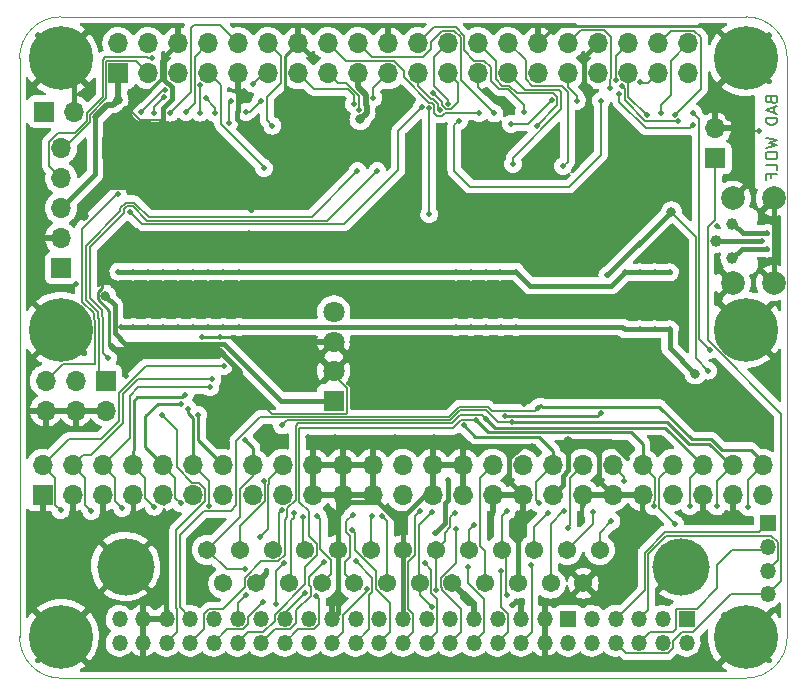
<source format=gbl>
G04 #@! TF.GenerationSoftware,KiCad,Pcbnew,(6.0.2)*
G04 #@! TF.CreationDate,2022-02-14T16:30:21-06:00*
G04 #@! TF.ProjectId,rascsi_2p5,72617363-7369-45f3-9270-352e6b696361,rev?*
G04 #@! TF.SameCoordinates,Original*
G04 #@! TF.FileFunction,Copper,L2,Bot*
G04 #@! TF.FilePolarity,Positive*
%FSLAX46Y46*%
G04 Gerber Fmt 4.6, Leading zero omitted, Abs format (unit mm)*
G04 Created by KiCad (PCBNEW (6.0.2)) date 2022-02-14 16:30:21*
%MOMM*%
%LPD*%
G01*
G04 APERTURE LIST*
G04 #@! TA.AperFunction,Profile*
%ADD10C,0.050000*%
G04 #@! TD*
%ADD11C,0.150000*%
G04 #@! TA.AperFunction,NonConductor*
%ADD12C,0.150000*%
G04 #@! TD*
G04 #@! TA.AperFunction,ComponentPad*
%ADD13C,0.800000*%
G04 #@! TD*
G04 #@! TA.AperFunction,ComponentPad*
%ADD14C,5.400000*%
G04 #@! TD*
G04 #@! TA.AperFunction,ComponentPad*
%ADD15R,1.700000X1.700000*%
G04 #@! TD*
G04 #@! TA.AperFunction,ComponentPad*
%ADD16O,1.700000X1.700000*%
G04 #@! TD*
G04 #@! TA.AperFunction,ComponentPad*
%ADD17C,2.000000*%
G04 #@! TD*
G04 #@! TA.AperFunction,ComponentPad*
%ADD18R,1.350000X1.350000*%
G04 #@! TD*
G04 #@! TA.AperFunction,ComponentPad*
%ADD19O,1.350000X1.350000*%
G04 #@! TD*
G04 #@! TA.AperFunction,ComponentPad*
%ADD20R,1.800000X1.800000*%
G04 #@! TD*
G04 #@! TA.AperFunction,ComponentPad*
%ADD21C,1.800000*%
G04 #@! TD*
G04 #@! TA.AperFunction,ComponentPad*
%ADD22C,1.545000*%
G04 #@! TD*
G04 #@! TA.AperFunction,ComponentPad*
%ADD23C,4.845000*%
G04 #@! TD*
G04 #@! TA.AperFunction,SMDPad,CuDef*
%ADD24C,1.000000*%
G04 #@! TD*
G04 #@! TA.AperFunction,ViaPad*
%ADD25C,0.500000*%
G04 #@! TD*
G04 #@! TA.AperFunction,ViaPad*
%ADD26C,0.800000*%
G04 #@! TD*
G04 #@! TA.AperFunction,Conductor*
%ADD27C,0.400000*%
G04 #@! TD*
G04 #@! TA.AperFunction,Conductor*
%ADD28C,0.250000*%
G04 #@! TD*
G04 #@! TA.AperFunction,Conductor*
%ADD29C,0.150000*%
G04 #@! TD*
G04 #@! TA.AperFunction,Conductor*
%ADD30C,0.500000*%
G04 #@! TD*
G04 #@! TA.AperFunction,Conductor*
%ADD31C,0.200000*%
G04 #@! TD*
G04 APERTURE END LIST*
D10*
X178000000Y-42500000D02*
X236000000Y-42500000D01*
X178000000Y-98496000D02*
X236000000Y-98496000D01*
X236000000Y-98496000D02*
G75*
G03*
X239500000Y-94996000I1J3499999D01*
G01*
X174500000Y-46000000D02*
X174500000Y-94996000D01*
X239500000Y-46000000D02*
G75*
G03*
X236000000Y-42500000I-3499999J1D01*
G01*
X178000000Y-42500000D02*
G75*
G03*
X174500000Y-46000000I-1J-3499999D01*
G01*
X174500000Y-94996000D02*
G75*
G03*
X178000000Y-98496000I3499999J-1D01*
G01*
X239500000Y-46000000D02*
X239500000Y-94996000D01*
D11*
D12*
X238138571Y-49533333D02*
X238186190Y-49676190D01*
X238233809Y-49723809D01*
X238329047Y-49771428D01*
X238471904Y-49771428D01*
X238567142Y-49723809D01*
X238614761Y-49676190D01*
X238662380Y-49580952D01*
X238662380Y-49200000D01*
X237662380Y-49200000D01*
X237662380Y-49533333D01*
X237710000Y-49628571D01*
X237757619Y-49676190D01*
X237852857Y-49723809D01*
X237948095Y-49723809D01*
X238043333Y-49676190D01*
X238090952Y-49628571D01*
X238138571Y-49533333D01*
X238138571Y-49200000D01*
X238376666Y-50152380D02*
X238376666Y-50628571D01*
X238662380Y-50057142D02*
X237662380Y-50390476D01*
X238662380Y-50723809D01*
X238662380Y-51057142D02*
X237662380Y-51057142D01*
X237662380Y-51295238D01*
X237710000Y-51438095D01*
X237805238Y-51533333D01*
X237900476Y-51580952D01*
X238090952Y-51628571D01*
X238233809Y-51628571D01*
X238424285Y-51580952D01*
X238519523Y-51533333D01*
X238614761Y-51438095D01*
X238662380Y-51295238D01*
X238662380Y-51057142D01*
X237662380Y-52723809D02*
X238662380Y-52961904D01*
X237948095Y-53152380D01*
X238662380Y-53342857D01*
X237662380Y-53580952D01*
X237662380Y-54152380D02*
X237662380Y-54342857D01*
X237710000Y-54438095D01*
X237805238Y-54533333D01*
X237995714Y-54580952D01*
X238329047Y-54580952D01*
X238519523Y-54533333D01*
X238614761Y-54438095D01*
X238662380Y-54342857D01*
X238662380Y-54152380D01*
X238614761Y-54057142D01*
X238519523Y-53961904D01*
X238329047Y-53914285D01*
X237995714Y-53914285D01*
X237805238Y-53961904D01*
X237710000Y-54057142D01*
X237662380Y-54152380D01*
X238662380Y-55485714D02*
X238662380Y-55009523D01*
X237662380Y-55009523D01*
X238138571Y-56152380D02*
X238138571Y-55819047D01*
X238662380Y-55819047D02*
X237662380Y-55819047D01*
X237662380Y-56295238D01*
D13*
X180025000Y-46000000D03*
X176568109Y-47431891D03*
X178000000Y-43975000D03*
D14*
X178000000Y-46000000D03*
D13*
X178000000Y-48025000D03*
X179431891Y-47431891D03*
X175975000Y-46000000D03*
X179431891Y-44568109D03*
X176568109Y-44568109D03*
X178000000Y-71025000D03*
X175975000Y-69000000D03*
X179431891Y-70431891D03*
X176568109Y-67568109D03*
X179431891Y-67568109D03*
D14*
X178000000Y-69000000D03*
D13*
X180025000Y-69000000D03*
X176568109Y-70431891D03*
X178000000Y-66975000D03*
X179431891Y-93568109D03*
X178000000Y-97025000D03*
X176568109Y-93568109D03*
X175975000Y-95000000D03*
X179431891Y-96431891D03*
X178000000Y-92975000D03*
X176568109Y-96431891D03*
X180025000Y-95000000D03*
D14*
X178000000Y-95000000D03*
D15*
X178010000Y-63780000D03*
D16*
X178010000Y-61240000D03*
X178010000Y-58700000D03*
X178010000Y-56160000D03*
X178010000Y-53620000D03*
D13*
X236000000Y-71025000D03*
X234568109Y-70431891D03*
D14*
X236000000Y-69000000D03*
D13*
X238025000Y-69000000D03*
X236000000Y-66975000D03*
X237431891Y-70431891D03*
X237431891Y-67568109D03*
X233975000Y-69000000D03*
X234568109Y-67568109D03*
X236000000Y-92975000D03*
X238025000Y-95000000D03*
X234568109Y-96431891D03*
D14*
X236000000Y-95000000D03*
D13*
X236000000Y-97025000D03*
X234568109Y-93568109D03*
X237431891Y-93568109D03*
X237431891Y-96431891D03*
X233975000Y-95000000D03*
X238025000Y-46000000D03*
X237431891Y-47431891D03*
X236000000Y-43975000D03*
X234568109Y-47431891D03*
D14*
X236000000Y-46000000D03*
D13*
X234568109Y-44568109D03*
X236000000Y-48025000D03*
X237431891Y-44568109D03*
X233975000Y-46000000D03*
D15*
X176580000Y-50520000D03*
D16*
X179120000Y-50520000D03*
D17*
X238355000Y-65035000D03*
X238355000Y-57885000D03*
X234905000Y-57885000D03*
X234905000Y-65035000D03*
D15*
X176466500Y-82994500D03*
D16*
X176466500Y-80454500D03*
X179006500Y-82994500D03*
X179006500Y-80454500D03*
X181546500Y-82994500D03*
X181546500Y-80454500D03*
X184086500Y-82994500D03*
X184086500Y-80454500D03*
X186626500Y-82994500D03*
X186626500Y-80454500D03*
X189166500Y-82994500D03*
X189166500Y-80454500D03*
X191706500Y-82994500D03*
X191706500Y-80454500D03*
X194246500Y-82994500D03*
X194246500Y-80454500D03*
X196786500Y-82994500D03*
X196786500Y-80454500D03*
X199326500Y-82994500D03*
X199326500Y-80454500D03*
X201866500Y-82994500D03*
X201866500Y-80454500D03*
X204406500Y-82994500D03*
X204406500Y-80454500D03*
X206946500Y-82994500D03*
X206946500Y-80454500D03*
X209486500Y-82994500D03*
X209486500Y-80454500D03*
X212026500Y-82994500D03*
X212026500Y-80454500D03*
X214566500Y-82994500D03*
X214566500Y-80454500D03*
X217106500Y-82994500D03*
X217106500Y-80454500D03*
X219646500Y-82994500D03*
X219646500Y-80454500D03*
X222186500Y-82994500D03*
X222186500Y-80454500D03*
X224726500Y-82994500D03*
X224726500Y-80454500D03*
X227266500Y-82994500D03*
X227266500Y-80454500D03*
X229806500Y-82994500D03*
X229806500Y-80454500D03*
X232346500Y-82994500D03*
X232346500Y-80454500D03*
X234886500Y-82994500D03*
X234886500Y-80454500D03*
X237426500Y-82994500D03*
X237426500Y-80454500D03*
D18*
X230972000Y-93488000D03*
D19*
X230972000Y-95488000D03*
X228972000Y-93488000D03*
X228972000Y-95488000D03*
X226972000Y-93488000D03*
X226972000Y-95488000D03*
X224972000Y-93488000D03*
X224972000Y-95488000D03*
X222972000Y-93488000D03*
X222972000Y-95488000D03*
D18*
X220972000Y-93488000D03*
D19*
X220972000Y-95488000D03*
X218972000Y-93488000D03*
X218972000Y-95488000D03*
X216972000Y-93488000D03*
X216972000Y-95488000D03*
X214972000Y-93488000D03*
X214972000Y-95488000D03*
X212972000Y-93488000D03*
X212972000Y-95488000D03*
X210972000Y-93488000D03*
X210972000Y-95488000D03*
X208972000Y-93488000D03*
X208972000Y-95488000D03*
X206972000Y-93488000D03*
X206972000Y-95488000D03*
X204972000Y-93488000D03*
X204972000Y-95488000D03*
X202972000Y-93488000D03*
X202972000Y-95488000D03*
X200972000Y-93488000D03*
X200972000Y-95488000D03*
X198972000Y-93488000D03*
X198972000Y-95488000D03*
X196972000Y-93488000D03*
X196972000Y-95488000D03*
X194972000Y-93488000D03*
X194972000Y-95488000D03*
X192972000Y-93488000D03*
X192972000Y-95488000D03*
X190972000Y-93488000D03*
X190972000Y-95488000D03*
X188972000Y-93488000D03*
X188972000Y-95488000D03*
X186972000Y-93488000D03*
X186972000Y-95488000D03*
X184972000Y-93488000D03*
X184972000Y-95488000D03*
X182972000Y-93488000D03*
X182972000Y-95488000D03*
D18*
X237830000Y-85392000D03*
D19*
X237830000Y-87392000D03*
X237830000Y-89392000D03*
X237830000Y-91392000D03*
D15*
X181810000Y-73300000D03*
D16*
X181810000Y-75840000D03*
X179270000Y-73300000D03*
X179270000Y-75840000D03*
X176730000Y-73300000D03*
X176730000Y-75840000D03*
D20*
X201110000Y-75000000D03*
D21*
X201110000Y-72500000D03*
X201110000Y-70000000D03*
X201110000Y-67500000D03*
D15*
X182870000Y-47270000D03*
D16*
X182870000Y-44730000D03*
X185410000Y-47270000D03*
X185410000Y-44730000D03*
X187950000Y-47270000D03*
X187950000Y-44730000D03*
X190490000Y-47270000D03*
X190490000Y-44730000D03*
X193030000Y-47270000D03*
X193030000Y-44730000D03*
X195570000Y-47270000D03*
X195570000Y-44730000D03*
X198110000Y-47270000D03*
X198110000Y-44730000D03*
X200650000Y-47270000D03*
X200650000Y-44730000D03*
X203190000Y-47270000D03*
X203190000Y-44730000D03*
X205730000Y-47270000D03*
X205730000Y-44730000D03*
X208270000Y-47270000D03*
X208270000Y-44730000D03*
X210810000Y-47270000D03*
X210810000Y-44730000D03*
X213350000Y-47270000D03*
X213350000Y-44730000D03*
X215890000Y-47270000D03*
X215890000Y-44730000D03*
X218430000Y-47270000D03*
X218430000Y-44730000D03*
X220970000Y-47270000D03*
X220970000Y-44730000D03*
X223510000Y-47270000D03*
X223510000Y-44730000D03*
X226050000Y-47270000D03*
X226050000Y-44730000D03*
X228590000Y-47270000D03*
X228590000Y-44730000D03*
X231130000Y-47270000D03*
X231130000Y-44730000D03*
D22*
X223621600Y-87630000D03*
X220851600Y-87630000D03*
X218081600Y-87630000D03*
X215311600Y-87630000D03*
X212541600Y-87630000D03*
X209771600Y-87630000D03*
X207001600Y-87630000D03*
X204231600Y-87630000D03*
X201461600Y-87630000D03*
X198691600Y-87630000D03*
X195921600Y-87630000D03*
X193151600Y-87630000D03*
X190381600Y-87630000D03*
X222236600Y-90470000D03*
X219466600Y-90470000D03*
X216696600Y-90470000D03*
X213926600Y-90470000D03*
X211156600Y-90470000D03*
X208386600Y-90470000D03*
X205616600Y-90470000D03*
X202846600Y-90470000D03*
X200076600Y-90470000D03*
X197306600Y-90470000D03*
X194536600Y-90470000D03*
X191766600Y-90470000D03*
D23*
X230521600Y-89050000D03*
X183481600Y-89050000D03*
D15*
X233426000Y-54483000D03*
D16*
X233426000Y-51943000D03*
D24*
X233460000Y-61460000D03*
X234850000Y-62910000D03*
X234850000Y-60050000D03*
D25*
X181991000Y-56642000D03*
X206311500Y-78100000D03*
X196140915Y-78100000D03*
X219894724Y-70040500D03*
X198910000Y-78100000D03*
X233577000Y-60183000D03*
X188750000Y-58440000D03*
X204151460Y-70040500D03*
X195190000Y-52420000D03*
X198308640Y-70040500D03*
X228110000Y-73830000D03*
X195387230Y-70040500D03*
X184410000Y-60600000D03*
X225710000Y-78760000D03*
D26*
X217614500Y-66548000D03*
D25*
X189824000Y-89932000D03*
X202690755Y-70040500D03*
X221430000Y-66810000D03*
X200279000Y-54610000D03*
X205330000Y-51330000D03*
X205612165Y-70040500D03*
X219530000Y-54800000D03*
X210099999Y-54370001D03*
X197739000Y-54546500D03*
X217190000Y-75280000D03*
X209625889Y-78100000D03*
X207072870Y-70040500D03*
D26*
X220950000Y-78440000D03*
D25*
X221095451Y-70040500D03*
X175704500Y-77597000D03*
X182210000Y-70400000D03*
X222296178Y-70040500D03*
D26*
X219837000Y-60198000D03*
D25*
X211815697Y-78100000D03*
X228282500Y-70040500D03*
X191820000Y-61240000D03*
X191481993Y-69592922D03*
X195810000Y-56500000D03*
X196847935Y-70040500D03*
D26*
X215265000Y-60071000D03*
D25*
X209994280Y-70040500D03*
X179895500Y-53944500D03*
X227012500Y-70040500D03*
X183790000Y-54960000D03*
X221805500Y-54864000D03*
X234505500Y-51054000D03*
X217420000Y-54580000D03*
X208533575Y-70040500D03*
X237110000Y-52200000D03*
X228670000Y-78540000D03*
X179310000Y-65100000D03*
X207579999Y-54370001D03*
X224400000Y-66900000D03*
X194070000Y-58880000D03*
X217480479Y-70040500D03*
X193900000Y-60810000D03*
X183510000Y-72900000D03*
X195910000Y-54730000D03*
X191008000Y-78100000D03*
X201227652Y-78100000D03*
X217932000Y-78803500D03*
D26*
X233230000Y-48250000D03*
D25*
X231076500Y-58293000D03*
X178255083Y-77597000D03*
X189937451Y-69592922D03*
X198790000Y-50640000D03*
X211455000Y-70040500D03*
X181510000Y-64500000D03*
D26*
X179959000Y-59372500D03*
D25*
X183443314Y-50335989D03*
X199769345Y-70040500D03*
D26*
X182816500Y-49530000D03*
D25*
X232930003Y-70685242D03*
D26*
X203349676Y-51176921D03*
D25*
X231524474Y-50620000D03*
D26*
X181758319Y-66115621D03*
X229696000Y-59038500D03*
D25*
X232791000Y-72453500D03*
X224282000Y-64389000D03*
X224619308Y-85214713D03*
X233550000Y-83950000D03*
X216235166Y-76791021D03*
X186522000Y-76216000D03*
X196710000Y-77100000D03*
X223017950Y-84430159D03*
X213167380Y-76642380D03*
X228193502Y-83950000D03*
X211387010Y-84484832D03*
X218467635Y-83701010D03*
X199594338Y-91513449D03*
X209788434Y-91015548D03*
X212140518Y-77094390D03*
X195109837Y-92047077D03*
X230028947Y-85465648D03*
X209435886Y-84452762D03*
X209382000Y-92462031D03*
X215740000Y-84360000D03*
X225702655Y-81777345D03*
X215732000Y-91456000D03*
X193634000Y-91456000D03*
X200238000Y-88662000D03*
X220930000Y-85750000D03*
X213012489Y-85489064D03*
X215600595Y-76339011D03*
X198690326Y-91301086D03*
X223694275Y-76022010D03*
X194844714Y-86558047D03*
X205218510Y-84796010D03*
X203913077Y-90911020D03*
X191793755Y-72070482D03*
X177980000Y-84280000D03*
X204320000Y-84796010D03*
X217764000Y-88916000D03*
X190807010Y-73209500D03*
X215224000Y-89424000D03*
X202721033Y-84656657D03*
X180570000Y-84330000D03*
X212430000Y-89056511D03*
X190627000Y-73867500D03*
X183202424Y-84102989D03*
X199719686Y-84757742D03*
X211443766Y-85876963D03*
X185893529Y-83978968D03*
X188479018Y-74496518D03*
X198480000Y-84852000D03*
X188214000Y-75242930D03*
X197698000Y-84550000D03*
X208808688Y-88748588D03*
X188130504Y-83651957D03*
X208366000Y-84344000D03*
X188785500Y-75719940D03*
X196710000Y-84234946D03*
X190580000Y-83891990D03*
X202631070Y-85937679D03*
X195173502Y-81827449D03*
X189626391Y-76196950D03*
X202952442Y-88582442D03*
X193583823Y-78317643D03*
X193631263Y-89293836D03*
X219236247Y-84548511D03*
X236200000Y-84020000D03*
X218376500Y-75628500D03*
X231254940Y-83921502D03*
X213995000Y-76552010D03*
X220571042Y-84385360D03*
X196174000Y-92218000D03*
X210810000Y-81680000D03*
X209679033Y-86203489D03*
X196886051Y-88747053D03*
X184798618Y-50545999D03*
X186806010Y-48683990D03*
X194271557Y-48167758D03*
X185928000Y-50673000D03*
X186737007Y-49307193D03*
X224985361Y-47880000D03*
X187261500Y-50609500D03*
X188595000Y-50546000D03*
X189801500Y-50609500D03*
X189779021Y-48270023D03*
X190295637Y-49411485D03*
X224463077Y-48513124D03*
X191071500Y-50673000D03*
X209542501Y-48977204D03*
X192255000Y-51495760D03*
X192397746Y-49656063D03*
X204460000Y-49371531D03*
X193670000Y-50562173D03*
X194939652Y-49605043D03*
X195910000Y-51720000D03*
X211709000Y-51308000D03*
X227047721Y-47984220D03*
X223717751Y-49605263D03*
X213423500Y-50661000D03*
X214693500Y-50673000D03*
X216104492Y-51563351D03*
X219583000Y-49506990D03*
X203254914Y-50358898D03*
X217190000Y-50580000D03*
X227587496Y-50796504D03*
X228854000Y-50673000D03*
X229977207Y-50780562D03*
X230264293Y-51337990D03*
X202814160Y-49912387D03*
X225540387Y-48386177D03*
X185750000Y-45950000D03*
X213995000Y-68770500D03*
X211455000Y-68770500D03*
X190500000Y-68770500D03*
X184150000Y-68770500D03*
X189230000Y-68770500D03*
X228282500Y-68961000D03*
X227012500Y-68961000D03*
X212725000Y-68770500D03*
X186690000Y-68770500D03*
X185420000Y-68770500D03*
X183125980Y-68770500D03*
X216535000Y-68770500D03*
X225742500Y-68961000D03*
X229552500Y-68961000D03*
X191770000Y-68770500D03*
X215265000Y-68770500D03*
X193110000Y-68760000D03*
X187960000Y-68770500D03*
D26*
X231711500Y-72707500D03*
D25*
X182880000Y-64071500D03*
X186690000Y-64071500D03*
X189166500Y-64071500D03*
X184150000Y-64071500D03*
X190500000Y-64071500D03*
X211455000Y-64071500D03*
X193110000Y-64071500D03*
X185420000Y-64071500D03*
X212725000Y-64071500D03*
X187960000Y-64071500D03*
X225742500Y-64135000D03*
X227012500Y-64135000D03*
X215201500Y-64071500D03*
X216535000Y-64071500D03*
X229552500Y-64135000D03*
X213995000Y-64071500D03*
X191770000Y-64071500D03*
X228282500Y-64135000D03*
X231540000Y-51680000D03*
X225277665Y-48996684D03*
X221680000Y-49605064D03*
X218293367Y-51747866D03*
X209196658Y-59202675D03*
X209166468Y-50212884D03*
X210820000Y-49882041D03*
X220535500Y-55118000D03*
X181994021Y-71404650D03*
X204774292Y-55577979D03*
X203112776Y-55577979D03*
X216270000Y-54960000D03*
X210070479Y-50428044D03*
X183838911Y-59031849D03*
X182805386Y-57469009D03*
X208541728Y-50159062D03*
X237777990Y-60820000D03*
X237401287Y-61446949D03*
X237777990Y-62120000D03*
X195210000Y-55300000D03*
D27*
X188070000Y-57310000D02*
X189545000Y-57310000D01*
D28*
X182210000Y-70400000D02*
X183510000Y-71700000D01*
D27*
X192880063Y-50603626D02*
X193030000Y-50453689D01*
X220950000Y-80892962D02*
X220950000Y-78440000D01*
D28*
X182096965Y-67419229D02*
X182096965Y-70286965D01*
X183974973Y-50335989D02*
X183796867Y-50335989D01*
D27*
X220496499Y-81346463D02*
X220950000Y-80892962D01*
X186772999Y-45907001D02*
X186772999Y-47834961D01*
D29*
X202171601Y-76102001D02*
X195912001Y-76102001D01*
D27*
X181622999Y-52808399D02*
X181622999Y-54331601D01*
X217106500Y-82994500D02*
X217106500Y-84196581D01*
X192203553Y-56660000D02*
X190195000Y-56660000D01*
D29*
X186462001Y-51322001D02*
X186690000Y-51550000D01*
D27*
X181991000Y-56642000D02*
X182240999Y-56891999D01*
X202444071Y-83542711D02*
X204819173Y-83542711D01*
D28*
X182096965Y-70286965D02*
X182210000Y-70400000D01*
D27*
X216696600Y-84606481D02*
X216696600Y-90470000D01*
X198110000Y-44730000D02*
X199464437Y-46084437D01*
X219646500Y-82994500D02*
X220496499Y-82144501D01*
X183827403Y-56891999D02*
X184245404Y-57310000D01*
D28*
X189937451Y-69592922D02*
X191481993Y-69592922D01*
D29*
X237110000Y-52200000D02*
X235651500Y-52200000D01*
D27*
X194070000Y-58526447D02*
X192203553Y-56660000D01*
X223540000Y-78440000D02*
X220950000Y-78440000D01*
D28*
X197007999Y-48857999D02*
X198540001Y-50390001D01*
D27*
X193030000Y-48472081D02*
X193030000Y-47270000D01*
D28*
X181510000Y-65463620D02*
X181445358Y-65463620D01*
D27*
X181688399Y-52742999D02*
X181622999Y-52808399D01*
D28*
X218430000Y-44730000D02*
X219859999Y-43300001D01*
D27*
X189980000Y-58160000D02*
X188920000Y-58160000D01*
X186772999Y-47834961D02*
X187385039Y-48447001D01*
D28*
X187950000Y-44730000D02*
X186512001Y-46167999D01*
D27*
X183227001Y-54397001D02*
X183790000Y-54960000D01*
X222332999Y-45907001D02*
X222332999Y-48064470D01*
D28*
X198540001Y-50390001D02*
X198790000Y-50640000D01*
D27*
X194070000Y-58880000D02*
X194070000Y-58526447D01*
X197739000Y-54546500D02*
X197489001Y-54296501D01*
D28*
X181106318Y-66428582D02*
X182096965Y-67419229D01*
D27*
X201866500Y-82994500D02*
X201461600Y-83399400D01*
X196847935Y-71962065D02*
X196847935Y-70040500D01*
X215929499Y-79889539D02*
X217015538Y-78803500D01*
X223549499Y-78449499D02*
X223540000Y-78440000D01*
X225903501Y-79889539D02*
X224453962Y-78440000D01*
D30*
X193210000Y-72600000D02*
X193210000Y-75898000D01*
D27*
X201461600Y-83399400D02*
X201461600Y-87630000D01*
D29*
X184728877Y-51267999D02*
X183796867Y-50335989D01*
D27*
X193030000Y-50453689D02*
X193030000Y-48472081D01*
D30*
X182556943Y-70746943D02*
X191356943Y-70746943D01*
D27*
X187385039Y-49477980D02*
X186675996Y-50187023D01*
D28*
X192110000Y-76495000D02*
X191008000Y-77597000D01*
D27*
X182700000Y-52742999D02*
X181688399Y-52742999D01*
D29*
X200773602Y-72500000D02*
X202212001Y-73938399D01*
D27*
X217106500Y-84196581D02*
X216696600Y-84606481D01*
D29*
X235651500Y-52200000D02*
X234505500Y-51054000D01*
D27*
X201461600Y-84525182D02*
X202444071Y-83542711D01*
D29*
X202212001Y-73938399D02*
X202212001Y-76061601D01*
D28*
X233300001Y-43300001D02*
X236000000Y-46000000D01*
D27*
X182240999Y-56891999D02*
X183827403Y-56891999D01*
X201461600Y-87630000D02*
X201461600Y-92998400D01*
X179120000Y-47120000D02*
X178000000Y-46000000D01*
X222332999Y-48064470D02*
X222787002Y-48518473D01*
D30*
X199769345Y-70040500D02*
X201069500Y-70040500D01*
D28*
X183128001Y-70542501D02*
X183785500Y-71200000D01*
D29*
X195912001Y-76102001D02*
X194810000Y-75000000D01*
D27*
X187950000Y-44730000D02*
X186772999Y-45907001D01*
X224453962Y-78440000D02*
X223540000Y-78440000D01*
D30*
X201069500Y-70040500D02*
X201110000Y-70000000D01*
D27*
X220496499Y-82144501D02*
X220496499Y-81346463D01*
X238355000Y-65035000D02*
X238355000Y-57885000D01*
X188750000Y-58105000D02*
X188750000Y-58440000D01*
D29*
X186462001Y-51267999D02*
X186462001Y-51322001D01*
D27*
X218693997Y-70040500D02*
X217480479Y-70040500D01*
D28*
X219859999Y-43300001D02*
X233300001Y-43300001D01*
D29*
X186462001Y-51267999D02*
X184728877Y-51267999D01*
D27*
X196019014Y-54296501D02*
X192880063Y-51157550D01*
D28*
X181445358Y-65463620D02*
X181106318Y-65802660D01*
D27*
X192880063Y-51157550D02*
X192880063Y-50603626D01*
X186675996Y-52074004D02*
X184039999Y-54710001D01*
D29*
X197489001Y-54296501D02*
X196066501Y-54296501D01*
D28*
X198110000Y-44730000D02*
X197007999Y-45832001D01*
D27*
X223549499Y-81817499D02*
X223549499Y-78449499D01*
X215929499Y-81817499D02*
X215929499Y-79889539D01*
X207001600Y-93458400D02*
X206972000Y-93488000D01*
D28*
X193320220Y-69970980D02*
X192942162Y-69592922D01*
X186512001Y-46167999D02*
X186512001Y-47798961D01*
D27*
X207001600Y-84854436D02*
X207001600Y-87630000D01*
D28*
X181510000Y-64500000D02*
X181510000Y-65463620D01*
D27*
X187385039Y-48447001D02*
X187385039Y-49477980D01*
X207001600Y-87630000D02*
X207001600Y-93458400D01*
D28*
X192942162Y-69592922D02*
X191481993Y-69592922D01*
D31*
X213987919Y-49110000D02*
X214420000Y-49110000D01*
D27*
X188920000Y-58160000D02*
X188070000Y-57310000D01*
X224726500Y-82994500D02*
X223549499Y-81817499D01*
D31*
X214420000Y-49110000D02*
X214880000Y-49570000D01*
D27*
X223510000Y-44730000D02*
X222332999Y-45907001D01*
X209486500Y-82994500D02*
X208861536Y-82994500D01*
X208861536Y-82994500D02*
X207001600Y-84854436D01*
X184245404Y-57310000D02*
X188070000Y-57310000D01*
D28*
X183796867Y-50335989D02*
X183443314Y-50335989D01*
D31*
X213350000Y-47270000D02*
X213350000Y-48472081D01*
D28*
X183510000Y-71700000D02*
X183510000Y-72900000D01*
D27*
X181688399Y-54397001D02*
X183227001Y-54397001D01*
X217015538Y-78803500D02*
X217932000Y-78803500D01*
X201461600Y-92998400D02*
X200972000Y-93488000D01*
D30*
X191356943Y-70746943D02*
X193210000Y-72600000D01*
D27*
X204819173Y-83542711D02*
X207001600Y-85725138D01*
D30*
X182210000Y-70400000D02*
X182556943Y-70746943D01*
D27*
X197489001Y-54296501D02*
X196019014Y-54296501D01*
X179120000Y-50520000D02*
X179120000Y-47120000D01*
D29*
X202212001Y-76061601D02*
X202171601Y-76102001D01*
D27*
X188750000Y-58105000D02*
X190195000Y-56660000D01*
D30*
X193210000Y-75898000D02*
X191008000Y-78100000D01*
D27*
X184039999Y-54710001D02*
X183790000Y-54960000D01*
D28*
X181106318Y-65802660D02*
X181106318Y-66428582D01*
D27*
X181622999Y-54331601D02*
X181688399Y-54397001D01*
D28*
X197007999Y-45832001D02*
X197007999Y-48857999D01*
X186512001Y-47798961D02*
X183974973Y-50335989D01*
D31*
X213350000Y-48472081D02*
X213987919Y-49110000D01*
D27*
X186675996Y-50187023D02*
X186675996Y-52074004D01*
X217106500Y-82994500D02*
X215929499Y-81817499D01*
D30*
X203749675Y-50776922D02*
X203349676Y-51176921D01*
X182816500Y-49530000D02*
X182416501Y-49929999D01*
D29*
X232041499Y-69796738D02*
X232930003Y-70685242D01*
D27*
X180901023Y-55808977D02*
X180901023Y-50961015D01*
D30*
X182870000Y-49476500D02*
X182816500Y-49530000D01*
D29*
X232041499Y-51137025D02*
X232041499Y-69796738D01*
D30*
X182416501Y-49929999D02*
X181932039Y-49929999D01*
X203881916Y-50644681D02*
X203749675Y-50776922D01*
X182870000Y-47270000D02*
X182870000Y-49476500D01*
X203881916Y-50057936D02*
X203881916Y-50644681D01*
D27*
X178010000Y-58700000D02*
X180901023Y-55808977D01*
D30*
X203190000Y-47270000D02*
X203190000Y-48472081D01*
X181932039Y-49929999D02*
X180901023Y-50961015D01*
X203829782Y-49111863D02*
X203829782Y-50005802D01*
X203190000Y-48472081D02*
X203829782Y-49111863D01*
X203829782Y-50005802D02*
X203881916Y-50057936D01*
D29*
X231524474Y-50620000D02*
X232041499Y-51137025D01*
D27*
X196626016Y-75000000D02*
X201110000Y-75000000D01*
X224282000Y-64389000D02*
X229632500Y-59038500D01*
X182548976Y-66906278D02*
X181758319Y-66115621D01*
D29*
X232791000Y-72453500D02*
X231764488Y-71426988D01*
D27*
X191795948Y-70169932D02*
X183419172Y-70169932D01*
X229632500Y-59038500D02*
X229696000Y-59038500D01*
D29*
X231764488Y-61106988D02*
X229696000Y-59038500D01*
D27*
X196626016Y-75000000D02*
X191795948Y-70169932D01*
X183419172Y-70169932D02*
X182548976Y-69299736D01*
D29*
X231764488Y-71426988D02*
X231764488Y-61106988D01*
D27*
X182548976Y-69299736D02*
X182548976Y-66906278D01*
D29*
X187849001Y-92666753D02*
X187849001Y-94610999D01*
X186522000Y-76216000D02*
X187792000Y-77486000D01*
X187849001Y-94610999D02*
X186972000Y-95488000D01*
X189671461Y-81942499D02*
X189097537Y-81942499D01*
D28*
X229351021Y-76791021D02*
X216235166Y-76791021D01*
X231210000Y-78650000D02*
X229351021Y-76791021D01*
D31*
X233550000Y-81791000D02*
X234886500Y-80454500D01*
D29*
X187768990Y-92586742D02*
X187849001Y-92666753D01*
D31*
X223621600Y-86212421D02*
X224619308Y-85214713D01*
D29*
X197153977Y-76656023D02*
X210970473Y-76656023D01*
X190218501Y-82489539D02*
X190218501Y-83474461D01*
X189671461Y-81942499D02*
X190218501Y-82489539D01*
X210970473Y-76656023D02*
X211803506Y-75822990D01*
D28*
X234721326Y-80454500D02*
X232916827Y-78650001D01*
X234886500Y-80454500D02*
X234721326Y-80454500D01*
D31*
X223621600Y-87630000D02*
X223621600Y-86212421D01*
D29*
X196710000Y-77100000D02*
X197153977Y-76656023D01*
X211803506Y-75822990D02*
X214024742Y-75822990D01*
X189097537Y-81942499D02*
X187792000Y-80636962D01*
X190218501Y-83474461D02*
X187768990Y-85923972D01*
X187792000Y-80636962D02*
X187792000Y-77486000D01*
X187768990Y-85923972D02*
X187768990Y-92586742D01*
D31*
X233550000Y-83950000D02*
X233550000Y-81791000D01*
D29*
X214992773Y-76791021D02*
X216235166Y-76791021D01*
X214024742Y-75822990D02*
X214992773Y-76791021D01*
D28*
X232916827Y-78650001D02*
X231210000Y-78650000D01*
D29*
X211169999Y-77340001D02*
X211867620Y-76642380D01*
D28*
X226260032Y-77670032D02*
X214195032Y-77670032D01*
D31*
X220851600Y-87630000D02*
X223017950Y-85463650D01*
D28*
X214195032Y-77670032D02*
X213167380Y-76642380D01*
D29*
X199666101Y-87162239D02*
X198968000Y-86464138D01*
D31*
X228343501Y-83446448D02*
X228193502Y-83596447D01*
X227266500Y-80454500D02*
X228343501Y-81531501D01*
D29*
X195146963Y-94610999D02*
X196094999Y-93662963D01*
X193849001Y-94610999D02*
X195146963Y-94610999D01*
D28*
X227266500Y-80454500D02*
X227266500Y-78676500D01*
D31*
X228343501Y-81531501D02*
X228343501Y-83446448D01*
D29*
X198968000Y-84376962D02*
X198169999Y-83578961D01*
X196094999Y-93662963D02*
X196094999Y-93123863D01*
D31*
X228193502Y-83596447D02*
X228193502Y-83950000D01*
D29*
X196094999Y-93123863D02*
X198690989Y-90527873D01*
X198690989Y-89072873D02*
X199666101Y-88097761D01*
X199666101Y-88097761D02*
X199666101Y-87162239D01*
X198968000Y-86464138D02*
X198968000Y-84376962D01*
X198690989Y-90527873D02*
X198690989Y-89072873D01*
D31*
X223017950Y-85463650D02*
X223017950Y-84430159D01*
D29*
X198169999Y-77340001D02*
X211169999Y-77340001D01*
D28*
X227266500Y-78676500D02*
X226260032Y-77670032D01*
D29*
X192972000Y-95488000D02*
X193849001Y-94610999D01*
X198169999Y-83578961D02*
X198169999Y-77340001D01*
X211867620Y-76642380D02*
X213167380Y-76642380D01*
X199849001Y-93908961D02*
X199849001Y-91768112D01*
D28*
X219646500Y-79252419D02*
X218441124Y-78047043D01*
D31*
X219646500Y-80454500D02*
X218217636Y-81883364D01*
X210987012Y-84884830D02*
X211387010Y-84484832D01*
X209771600Y-87630000D02*
X210544099Y-86857501D01*
D29*
X199392961Y-94365001D02*
X199849001Y-93908961D01*
D31*
X210544099Y-86857501D02*
X210544099Y-86182344D01*
D29*
X198094999Y-94365001D02*
X199392961Y-94365001D01*
D31*
X210544099Y-86182344D02*
X210987012Y-85739431D01*
D28*
X213093171Y-78047043D02*
X212140518Y-77094390D01*
D31*
X218217636Y-83451011D02*
X218467635Y-83701010D01*
D29*
X196972000Y-95488000D02*
X198094999Y-94365001D01*
D28*
X218441124Y-78047043D02*
X213093171Y-78047043D01*
D29*
X209771600Y-87630000D02*
X209771600Y-90998714D01*
X209771600Y-90998714D02*
X209788434Y-91015548D01*
D31*
X218217636Y-81883364D02*
X218217636Y-83451011D01*
X210987012Y-85739431D02*
X210987012Y-84884830D01*
D29*
X199849001Y-91768112D02*
X199594338Y-91513449D01*
D28*
X219646500Y-80454500D02*
X219646500Y-79252419D01*
D31*
X208331686Y-85556962D02*
X209435886Y-84452762D01*
D29*
X193849001Y-93307913D02*
X195109837Y-92047077D01*
D31*
X228670512Y-84107213D02*
X230028947Y-85465648D01*
X229806500Y-80454500D02*
X228670512Y-81590488D01*
D29*
X208386600Y-91466631D02*
X209382000Y-92462031D01*
D31*
X208331686Y-90415086D02*
X208331686Y-85556962D01*
X208386600Y-90470000D02*
X208331686Y-90415086D01*
D29*
X193392961Y-94365001D02*
X193849001Y-93908961D01*
X190972000Y-95488000D02*
X192094999Y-94365001D01*
X193849001Y-93908961D02*
X193849001Y-93307913D01*
D31*
X228670512Y-81590488D02*
X228670512Y-84107213D01*
D29*
X192094999Y-94365001D02*
X193392961Y-94365001D01*
X208386600Y-90470000D02*
X208386600Y-91466631D01*
D31*
X215311600Y-84788400D02*
X215740000Y-84360000D01*
X215311600Y-87630000D02*
X215311600Y-84788400D01*
D29*
X215732000Y-91456000D02*
X215722099Y-91446099D01*
X225702655Y-81430655D02*
X225702655Y-81777345D01*
X215722099Y-91446099D02*
X215722099Y-88040499D01*
X224726500Y-80454500D02*
X225702655Y-81430655D01*
X192972000Y-93488000D02*
X192972000Y-92118000D01*
X192972000Y-92118000D02*
X193634000Y-91456000D01*
X215722099Y-88040499D02*
X215311600Y-87630000D01*
X197392961Y-94365001D02*
X197915629Y-93842333D01*
X199142328Y-91518048D02*
X199142328Y-90816942D01*
D31*
X221109499Y-81531501D02*
X221109499Y-85570501D01*
D29*
X194972000Y-95488000D02*
X196094999Y-94365001D01*
X196094999Y-94365001D02*
X197392961Y-94365001D01*
X199142328Y-90816942D02*
X198968000Y-90642614D01*
D31*
X222186500Y-80454500D02*
X221109499Y-81531501D01*
X221109499Y-85570501D02*
X220930000Y-85750000D01*
X212541600Y-85959953D02*
X213012489Y-85489064D01*
D29*
X198968000Y-89932000D02*
X200238000Y-88662000D01*
X197915629Y-92744747D02*
X199142328Y-91518048D01*
X198968000Y-90642614D02*
X198968000Y-89932000D01*
X197915629Y-93842333D02*
X197915629Y-92744747D01*
D31*
X212541600Y-87630000D02*
X212541600Y-85959953D01*
X214566500Y-80454500D02*
X213489499Y-81531501D01*
X213489499Y-81531501D02*
X213489499Y-87287161D01*
D28*
X215650595Y-76289011D02*
X215600595Y-76339011D01*
D31*
X213489499Y-87287161D02*
X213926600Y-87724262D01*
D28*
X223427274Y-76289011D02*
X215650595Y-76289011D01*
D29*
X196972000Y-93488000D02*
X196972000Y-93019412D01*
X196972000Y-93019412D02*
X198690326Y-91301086D01*
D28*
X223694275Y-76022010D02*
X223427274Y-76289011D01*
D31*
X213926600Y-87724262D02*
X213926600Y-90470000D01*
D29*
X200972000Y-95488000D02*
X201849001Y-94610999D01*
X203913077Y-91082923D02*
X203913077Y-90911020D01*
X195575512Y-82094401D02*
X195625503Y-82044410D01*
X194844714Y-86558047D02*
X195575512Y-85827249D01*
D31*
X205616600Y-85194100D02*
X205218510Y-84796010D01*
X205616600Y-90470000D02*
X205616600Y-85194100D01*
D29*
X201849001Y-94610999D02*
X201849001Y-93146999D01*
X201849001Y-93146999D02*
X203913077Y-91082923D01*
X195625503Y-82044410D02*
X195625503Y-81615497D01*
X195575512Y-85827249D02*
X195575512Y-82094401D01*
X195625503Y-81615497D02*
X196786500Y-80454500D01*
D31*
X185177056Y-72070482D02*
X191793755Y-72070482D01*
X176466500Y-80454500D02*
X178651000Y-78270000D01*
D29*
X217849001Y-89001001D02*
X217764000Y-88916000D01*
X216972000Y-95488000D02*
X217849001Y-94610999D01*
D31*
X182917001Y-76722999D02*
X182917001Y-74330537D01*
X178651000Y-78270000D02*
X181370000Y-78270000D01*
X181370000Y-78270000D02*
X182917001Y-76722999D01*
X182917001Y-74330537D02*
X185177056Y-72070482D01*
D29*
X217849001Y-94610999D02*
X217849001Y-89001001D01*
D31*
X177543501Y-81531501D02*
X177543501Y-83843501D01*
X177543501Y-83843501D02*
X177980000Y-84280000D01*
X204231600Y-84884410D02*
X204320000Y-84796010D01*
X204231600Y-87630000D02*
X204231600Y-84884410D01*
X176466500Y-80454500D02*
X177543501Y-81531501D01*
X179856499Y-79604501D02*
X180545499Y-79604501D01*
D29*
X214972000Y-95488000D02*
X215849001Y-94610999D01*
D31*
X180083501Y-81531501D02*
X180083501Y-83843501D01*
X202503047Y-86488838D02*
X202154068Y-86139859D01*
D29*
X215224000Y-92442038D02*
X215224000Y-89424000D01*
D31*
X202074101Y-88659935D02*
X202503047Y-88230989D01*
X183244012Y-74465988D02*
X184500500Y-73209500D01*
D29*
X215849001Y-94610999D02*
X215849001Y-93067039D01*
D31*
X202503047Y-88230989D02*
X202503047Y-86488838D01*
X202154068Y-86139859D02*
X202154068Y-85223622D01*
X202846600Y-90470000D02*
X202074101Y-89697501D01*
X179006500Y-80454500D02*
X180083501Y-81531501D01*
D29*
X215849001Y-93067039D02*
X215224000Y-92442038D01*
D31*
X184500500Y-73209500D02*
X190807010Y-73209500D01*
X180083501Y-83843501D02*
X180570000Y-84330000D01*
X180545499Y-79604501D02*
X183244012Y-76905988D01*
X183244012Y-76905988D02*
X183244012Y-74465988D01*
X179006500Y-80454500D02*
X179856499Y-79604501D01*
X202074101Y-89697501D02*
X202074101Y-88659935D01*
X202154068Y-85223622D02*
X202721033Y-84656657D01*
X190273447Y-73867500D02*
X190270947Y-73870000D01*
X199969685Y-85007741D02*
X199719686Y-84757742D01*
X200076600Y-90470000D02*
X200849099Y-89697501D01*
X183833250Y-78167750D02*
X181546500Y-80454500D01*
X199969685Y-87573532D02*
X199969685Y-85007741D01*
D29*
X213849001Y-91834663D02*
X212430000Y-90415662D01*
X213849001Y-94610999D02*
X213849001Y-91834663D01*
X212430000Y-90415662D02*
X212430000Y-89056511D01*
D31*
X182623501Y-81531501D02*
X182623501Y-83524066D01*
X183833250Y-74586750D02*
X183833250Y-78167750D01*
D29*
X212972000Y-95488000D02*
X213849001Y-94610999D01*
D31*
X184550000Y-73870000D02*
X183833250Y-74586750D01*
X181546500Y-80454500D02*
X182623501Y-81531501D01*
X200849099Y-88452946D02*
X199969685Y-87573532D01*
X190627000Y-73867500D02*
X190273447Y-73867500D01*
X190270947Y-73870000D02*
X184550000Y-73870000D01*
X200849099Y-89697501D02*
X200849099Y-88452946D01*
X182623501Y-83524066D02*
X183202424Y-84102989D01*
D28*
X184487000Y-74720000D02*
X184185261Y-75021739D01*
D29*
X198691600Y-87630000D02*
X198480000Y-87418400D01*
X211849001Y-92604663D02*
X210249584Y-91005246D01*
X210972000Y-95488000D02*
X211849001Y-94610999D01*
X211849001Y-94610999D02*
X211849001Y-92604663D01*
X210182099Y-90770780D02*
X210182099Y-90002239D01*
D31*
X185163501Y-81531501D02*
X185163501Y-83248940D01*
D28*
X188456037Y-74519500D02*
X188255537Y-74720000D01*
X184086500Y-79252419D02*
X184086500Y-80454500D01*
D31*
X185163501Y-83248940D02*
X185893529Y-83978968D01*
D28*
X184185261Y-75021739D02*
X184185261Y-79153658D01*
D29*
X210249584Y-91005246D02*
X210249584Y-90838265D01*
X198480000Y-87418400D02*
X198480000Y-84852000D01*
X210182099Y-90002239D02*
X211443766Y-88740572D01*
D31*
X184086500Y-80454500D02*
X185163501Y-81531501D01*
D28*
X188255537Y-74720000D02*
X184487000Y-74720000D01*
X184185261Y-79153658D02*
X184086500Y-79252419D01*
D29*
X211443766Y-88740572D02*
X211443766Y-85876963D01*
X210249584Y-90838265D02*
X210182099Y-90770780D01*
D31*
X187703501Y-81531501D02*
X187703501Y-83224954D01*
D28*
X186186570Y-75242930D02*
X188214000Y-75242930D01*
D29*
X209336432Y-90798586D02*
X209361101Y-90773917D01*
X209361101Y-89301001D02*
X208808688Y-88748588D01*
D31*
X197306600Y-90470000D02*
X197480503Y-90296097D01*
X197698000Y-84903553D02*
X197698000Y-84550000D01*
D28*
X186626500Y-80454500D02*
X185102500Y-78930500D01*
D29*
X209336432Y-91272680D02*
X209336432Y-90798586D01*
D31*
X197480503Y-85121050D02*
X197698000Y-84903553D01*
D28*
X185102500Y-78930500D02*
X185102500Y-76327000D01*
X185102500Y-76327000D02*
X186186570Y-75242930D01*
D29*
X209849001Y-91785249D02*
X209336432Y-91272680D01*
D31*
X187703501Y-83224954D02*
X188130504Y-83651957D01*
X186626500Y-80454500D02*
X187703501Y-81531501D01*
D29*
X208972000Y-95488000D02*
X209849001Y-94610999D01*
X209361101Y-90773917D02*
X209361101Y-89301001D01*
X209849001Y-94610999D02*
X209849001Y-91785249D01*
D31*
X197480503Y-90296097D02*
X197480503Y-85121050D01*
D29*
X207976101Y-88097761D02*
X207976101Y-84733899D01*
D31*
X196460001Y-87091599D02*
X196460001Y-84484945D01*
D29*
X207849001Y-93067039D02*
X207403611Y-92621649D01*
D31*
X195921600Y-87630000D02*
X196460001Y-87091599D01*
D29*
X206972000Y-95488000D02*
X207849001Y-94610999D01*
X207849001Y-94610999D02*
X207849001Y-93067039D01*
D31*
X190524999Y-83836989D02*
X190580000Y-83891990D01*
X189166500Y-80454500D02*
X190524999Y-81812999D01*
X196460001Y-84484945D02*
X196710000Y-84234946D01*
D29*
X207403611Y-92621649D02*
X207403611Y-88670251D01*
D28*
X188785500Y-76073493D02*
X188785500Y-75719940D01*
X189166500Y-80454500D02*
X189166500Y-76454493D01*
D31*
X190524999Y-81812999D02*
X190524999Y-83836989D01*
D29*
X207403611Y-88670251D02*
X207976101Y-88097761D01*
D28*
X189166500Y-76454493D02*
X188785500Y-76073493D01*
D29*
X207976101Y-84733899D02*
X208366000Y-84344000D01*
X195298501Y-81952448D02*
X195173502Y-81827449D01*
X205849001Y-92144663D02*
X204642099Y-90937761D01*
X204642099Y-90937761D02*
X204642099Y-89439373D01*
X202881069Y-87678343D02*
X202881069Y-86187678D01*
X193151600Y-87630000D02*
X193151600Y-85646362D01*
D28*
X191706500Y-80454500D02*
X189626391Y-78374391D01*
D29*
X204972000Y-95488000D02*
X205849001Y-94610999D01*
D31*
X195277988Y-81931935D02*
X195173502Y-81827449D01*
D28*
X189626391Y-78374391D02*
X189626391Y-76196950D01*
D29*
X204642099Y-89439373D02*
X202881069Y-87678343D01*
X193151600Y-85646362D02*
X195298501Y-83499461D01*
X205849001Y-94610999D02*
X205849001Y-92144663D01*
X195298501Y-83499461D02*
X195298501Y-81952448D01*
X202881069Y-86187678D02*
X202631070Y-85937679D01*
D28*
X194246500Y-80454500D02*
X194246500Y-78980320D01*
D29*
X204365088Y-89995088D02*
X202952442Y-88582442D01*
X204089838Y-94370162D02*
X204089838Y-91439798D01*
D31*
X194246500Y-81400538D02*
X193169499Y-82477539D01*
D29*
X204089838Y-91439798D02*
X204365088Y-91164548D01*
X204365088Y-91164548D02*
X204365088Y-89995088D01*
X192045436Y-89293836D02*
X193631263Y-89293836D01*
D28*
X194246500Y-78980320D02*
X193583823Y-78317643D01*
D29*
X190381600Y-87630000D02*
X192045436Y-89293836D01*
D31*
X193169499Y-82477539D02*
X193169499Y-84842101D01*
X194246500Y-80454500D02*
X194246500Y-81400538D01*
D29*
X202972000Y-95488000D02*
X204089838Y-94370162D01*
D31*
X193169499Y-84842101D02*
X190381600Y-87630000D01*
D29*
X210847484Y-76379012D02*
X211680517Y-75545979D01*
D28*
X236430000Y-79160000D02*
X233960000Y-79160000D01*
D29*
X190078000Y-84344000D02*
X192364000Y-84344000D01*
D31*
X218081600Y-85703158D02*
X219236247Y-84548511D01*
D28*
X233960000Y-79160000D02*
X233072990Y-78272990D01*
D29*
X192867488Y-83840512D02*
X192867488Y-78394738D01*
D28*
X237426500Y-80156500D02*
X236430000Y-79160000D01*
D29*
X188046000Y-92472000D02*
X188046000Y-86376000D01*
X188046000Y-86376000D02*
X190078000Y-84344000D01*
D28*
X237426500Y-80454500D02*
X237426500Y-80156500D01*
D29*
X188972000Y-93488000D02*
X188972000Y-93398000D01*
D28*
X233072990Y-78272990D02*
X231422990Y-78272990D01*
D31*
X236200000Y-81681000D02*
X237426500Y-80454500D01*
D28*
X231422990Y-78272990D02*
X228670000Y-75520000D01*
D31*
X236200000Y-84020000D02*
X236200000Y-81681000D01*
D28*
X218626499Y-75378501D02*
X218376500Y-75628500D01*
D29*
X192364000Y-84344000D02*
X192867488Y-83840512D01*
X194883214Y-76379012D02*
X210847484Y-76379012D01*
X192867488Y-78394738D02*
X194883214Y-76379012D01*
X214472003Y-75878499D02*
X218126501Y-75878499D01*
D28*
X228670000Y-75520000D02*
X218767998Y-75520000D01*
X218767998Y-75520000D02*
X218626499Y-75378501D01*
D29*
X214139483Y-75545979D02*
X214472003Y-75878499D01*
X188972000Y-93398000D02*
X188046000Y-92472000D01*
X211680517Y-75545979D02*
X214139483Y-75545979D01*
D31*
X218081600Y-87630000D02*
X218081600Y-85703158D01*
D29*
X218126501Y-75878499D02*
X218376500Y-75628500D01*
X188972000Y-95488000D02*
X190094999Y-94365001D01*
D28*
X214736012Y-77293022D02*
X213995000Y-76552010D01*
D29*
X198076967Y-76933033D02*
X211085215Y-76933033D01*
D31*
X219466600Y-85404208D02*
X220501830Y-84368978D01*
D29*
X197892988Y-77117012D02*
X198076967Y-76933033D01*
X190551039Y-92610999D02*
X191717001Y-92610999D01*
D31*
X220554660Y-84368978D02*
X220571042Y-84385360D01*
D29*
X194959837Y-88604501D02*
X196389361Y-88604501D01*
X193562099Y-90002239D02*
X194959837Y-88604501D01*
X211827869Y-76190379D02*
X213633369Y-76190379D01*
D28*
X232346500Y-80454500D02*
X229185022Y-77293022D01*
D29*
X196936000Y-88057862D02*
X196936000Y-85106000D01*
D31*
X231254940Y-81546060D02*
X231254940Y-83921502D01*
D29*
X191717001Y-92610999D02*
X193562099Y-90765901D01*
X190094999Y-93067039D02*
X190551039Y-92610999D01*
D28*
X229185022Y-77293022D02*
X214736012Y-77293022D01*
D29*
X196936000Y-85106000D02*
X197186961Y-84855039D01*
X196389361Y-88604501D02*
X196936000Y-88057862D01*
X190094999Y-94365001D02*
X190094999Y-93067039D01*
X213633369Y-76190379D02*
X213995000Y-76552010D01*
X197892988Y-83419974D02*
X197892988Y-77117012D01*
X193562099Y-90765901D02*
X193562099Y-90002239D01*
X197186961Y-84855039D02*
X197186961Y-84126001D01*
D31*
X220501830Y-84368978D02*
X220554660Y-84368978D01*
X219466600Y-90470000D02*
X219466600Y-85404208D01*
D29*
X211085215Y-76933033D02*
X211827869Y-76190379D01*
X197186961Y-84126001D02*
X197892988Y-83419974D01*
D31*
X232346500Y-80454500D02*
X231254940Y-81546060D01*
D27*
X210560001Y-85322521D02*
X210560001Y-83662961D01*
X210560001Y-83662961D02*
X210810000Y-83412962D01*
X210810000Y-83412962D02*
X210810000Y-81680000D01*
D29*
X196174000Y-92218000D02*
X196174000Y-89459104D01*
X196174000Y-89459104D02*
X196886051Y-88747053D01*
D27*
X210560001Y-85322521D02*
X209679033Y-86203489D01*
D29*
X195302990Y-47270000D02*
X195169315Y-47270000D01*
X186660627Y-48683990D02*
X186806010Y-48683990D01*
X184798618Y-50545999D02*
X186660627Y-48683990D01*
X195169315Y-47270000D02*
X194271557Y-48167758D01*
X185928000Y-50116200D02*
X186737007Y-49307193D01*
X224985361Y-45794639D02*
X224985361Y-47880000D01*
X226050000Y-44730000D02*
X224985361Y-45794639D01*
X185928000Y-50673000D02*
X185928000Y-50116200D01*
X189294002Y-43200000D02*
X191500000Y-43200000D01*
X191500000Y-43200000D02*
X193030000Y-44730000D01*
X189002001Y-43492001D02*
X189294002Y-43200000D01*
X189000000Y-48871000D02*
X189000000Y-47776962D01*
X189002001Y-47774961D02*
X189002001Y-43492001D01*
X189000000Y-47776962D02*
X189002001Y-47774961D01*
X187261500Y-50609500D02*
X189000000Y-48871000D01*
X189327011Y-45892989D02*
X190490000Y-44730000D01*
X188595000Y-50546000D02*
X189327011Y-49813989D01*
X189327011Y-49813989D02*
X189327011Y-45892989D01*
X189801500Y-48292502D02*
X189801500Y-50609500D01*
X189801500Y-48292502D02*
X189779021Y-48270023D01*
X220970000Y-44730000D02*
X222072988Y-43627012D01*
X224562001Y-44225039D02*
X224562001Y-47717008D01*
X223963974Y-43627012D02*
X224562001Y-44225039D01*
X224562001Y-47717008D02*
X224463077Y-47815932D01*
X191071500Y-50673000D02*
X191071500Y-50187348D01*
X190295637Y-49411485D02*
X191071500Y-50187348D01*
X222072988Y-43627012D02*
X223963974Y-43627012D01*
X224463077Y-47815932D02*
X224463077Y-48513124D01*
X209542501Y-48977204D02*
X210268781Y-49703484D01*
X210621696Y-50334042D02*
X210268781Y-49981127D01*
X210268781Y-49981127D02*
X210268781Y-49703484D01*
X192255000Y-51495760D02*
X192255000Y-49798809D01*
X211659999Y-48119999D02*
X211659999Y-49711004D01*
X210810000Y-47270000D02*
X211659999Y-48119999D01*
X192341500Y-49720500D02*
X192397746Y-49664254D01*
X211659999Y-49711004D02*
X211036961Y-50334042D01*
X192255000Y-49798809D02*
X192397746Y-49656063D01*
X192397746Y-49664254D02*
X192397746Y-49656063D01*
X211036961Y-50334042D02*
X210621696Y-50334042D01*
X193730371Y-50562173D02*
X193982522Y-50562173D01*
X193982522Y-50562173D02*
X194939652Y-49605043D01*
X205730000Y-47270000D02*
X204460000Y-48540000D01*
X204460000Y-48540000D02*
X204460000Y-49371531D01*
X196622001Y-46765039D02*
X196622001Y-47774961D01*
X195570000Y-44730000D02*
X196620000Y-45780000D01*
X196620000Y-48129871D02*
X195460000Y-49289871D01*
X196620000Y-47776962D02*
X196620000Y-48129871D01*
X195460000Y-51270000D02*
X195910000Y-51720000D01*
X195460000Y-49289871D02*
X195460000Y-51270000D01*
X196620000Y-45780000D02*
X196620000Y-46763038D01*
X196620000Y-46763038D02*
X196622001Y-46765039D01*
X196622001Y-47774961D02*
X196620000Y-47776962D01*
X227183500Y-48119999D02*
X227047721Y-47984220D01*
X221016752Y-56870000D02*
X223717751Y-54169001D01*
X223717751Y-54169001D02*
X223717751Y-49605263D01*
X228590000Y-47270000D02*
X227740001Y-48119999D01*
X211709000Y-51308000D02*
X211317999Y-51699001D01*
X211317999Y-55517999D02*
X212670000Y-56870000D01*
X211317999Y-51699001D02*
X211317999Y-55517999D01*
X212670000Y-56870000D02*
X221016752Y-56870000D01*
X227740001Y-48119999D02*
X227183500Y-48119999D01*
X209618469Y-50642867D02*
X209618469Y-49995923D01*
X209618469Y-49995923D02*
X209383429Y-49760883D01*
X200650000Y-44730000D02*
X202137999Y-46217999D01*
X210528000Y-50661000D02*
X210299262Y-50889738D01*
X209383429Y-49760883D02*
X209211131Y-49760883D01*
X209211131Y-49760883D02*
X207073500Y-47623252D01*
X213423500Y-50661000D02*
X210528000Y-50661000D01*
X207073500Y-47623252D02*
X207073500Y-47056538D01*
X207073500Y-47056538D02*
X206234961Y-46217999D01*
X210299262Y-50889738D02*
X209865340Y-50889738D01*
X206234961Y-46217999D02*
X202137999Y-46217999D01*
X209865340Y-50889738D02*
X209618469Y-50642867D01*
X211890294Y-46793332D02*
X211890294Y-47869794D01*
X210305039Y-43677999D02*
X211314961Y-43677999D01*
X208671703Y-45885259D02*
X209332989Y-45223973D01*
X211862001Y-44225039D02*
X211862001Y-46765039D01*
X211314961Y-43677999D02*
X211862001Y-44225039D01*
X211862001Y-46765039D02*
X211890294Y-46793332D01*
X203190000Y-44730000D02*
X204345259Y-45885259D01*
X209332989Y-44650049D02*
X210305039Y-43677999D01*
X211890294Y-47869794D02*
X214693500Y-50673000D01*
X209332989Y-45223973D02*
X209332989Y-44650049D01*
X204345259Y-45885259D02*
X208671703Y-45885259D01*
X219583000Y-49506990D02*
X217526639Y-51563351D01*
X202162467Y-48119999D02*
X203267761Y-49225293D01*
X203267761Y-49225293D02*
X203267761Y-50346051D01*
X216104492Y-51563351D02*
X217526639Y-51563351D01*
X200650000Y-47270000D02*
X201499999Y-48119999D01*
X201499999Y-48119999D02*
X202162467Y-48119999D01*
X203267761Y-50346051D02*
X203254914Y-50358898D01*
X209599012Y-43400988D02*
X208270000Y-44730000D01*
X213007309Y-46217999D02*
X212139012Y-45349702D01*
X215096012Y-48599012D02*
X214412001Y-47915001D01*
X212139012Y-45349702D02*
X212139012Y-44110298D01*
X214412001Y-46775039D02*
X213854961Y-46217999D01*
X211429702Y-43400988D02*
X209599012Y-43400988D01*
X217190000Y-49950000D02*
X215839012Y-48599012D01*
X215839012Y-48599012D02*
X215096012Y-48599012D01*
X212139012Y-44110298D02*
X211429702Y-43400988D01*
X213854961Y-46217999D02*
X213007309Y-46217999D01*
X217190000Y-50580000D02*
X217190000Y-49950000D01*
X214412001Y-47915001D02*
X214412001Y-46775039D01*
X226050000Y-49259008D02*
X227587496Y-50796504D01*
X226050000Y-47270000D02*
X226050000Y-49259008D01*
X231130000Y-44730000D02*
X229642001Y-46217999D01*
X228854000Y-49929784D02*
X228854000Y-50673000D01*
X229642001Y-46217999D02*
X229642001Y-49141783D01*
X229642001Y-49141783D02*
X228854000Y-49929784D01*
X229642001Y-43677999D02*
X231634961Y-43677999D01*
X231634961Y-43677999D02*
X232182001Y-44225039D01*
X229977207Y-50780562D02*
X232182001Y-48575768D01*
X232182001Y-44225039D02*
X232182001Y-48575768D01*
X228590000Y-44730000D02*
X229642001Y-43677999D01*
X230264293Y-51337990D02*
X227489743Y-51337990D01*
X202814160Y-49163444D02*
X202814160Y-49912387D01*
X202271704Y-48620988D02*
X202814160Y-49163444D01*
X227489743Y-51337990D02*
X225729667Y-49577914D01*
X225729667Y-48575457D02*
X225540387Y-48386177D01*
X198110000Y-47270000D02*
X199460988Y-48620988D01*
X225729667Y-49577914D02*
X225729667Y-48575457D01*
X199460988Y-48620988D02*
X202271704Y-48620988D01*
X185386447Y-45940000D02*
X185396447Y-45950000D01*
X179188248Y-52320000D02*
X180172001Y-51336247D01*
X180172002Y-50659044D02*
X181540988Y-49290058D01*
X176957999Y-55107999D02*
X176957999Y-53115039D01*
X178010000Y-56160000D02*
X176957999Y-55107999D01*
X181744646Y-45940000D02*
X185386447Y-45940000D01*
X181540988Y-49290058D02*
X181540989Y-46143657D01*
X185396447Y-45950000D02*
X185750000Y-45950000D01*
X176957999Y-53115039D02*
X177753038Y-52320000D01*
X177753038Y-52320000D02*
X179188248Y-52320000D01*
X180172001Y-51336247D02*
X180172002Y-50659044D01*
X181540989Y-46143657D02*
X181744646Y-45940000D01*
X181817999Y-46258399D02*
X181858399Y-46217999D01*
X184343199Y-46217999D02*
X185420000Y-47294800D01*
X178280000Y-53620000D02*
X180449012Y-51450988D01*
X178010000Y-53620000D02*
X178280000Y-53620000D01*
X180449012Y-51450988D02*
X180449012Y-50773786D01*
X180449012Y-50773786D02*
X181817999Y-49404799D01*
X181858399Y-46217999D02*
X184343199Y-46217999D01*
X181817999Y-49404799D02*
X181817999Y-46258399D01*
D27*
X195920500Y-68770500D02*
X195910000Y-68760000D01*
X183125980Y-68770500D02*
X184150000Y-68770500D01*
X216535000Y-68770500D02*
X225552000Y-68770500D01*
X229552500Y-70548500D02*
X229552500Y-68961000D01*
X231711500Y-72707500D02*
X229552500Y-70548500D01*
X195910000Y-68760000D02*
X183851824Y-68760000D01*
X225742500Y-68961000D02*
X229552500Y-68961000D01*
X216535000Y-68770500D02*
X195920500Y-68770500D01*
X225552000Y-68770500D02*
X225742500Y-68961000D01*
X217741500Y-65278000D02*
X224599500Y-65278000D01*
X182880000Y-64071500D02*
X203991500Y-64071500D01*
X224599500Y-65278000D02*
X225742500Y-64135000D01*
X216535000Y-64071500D02*
X217741500Y-65278000D01*
X225742500Y-64135000D02*
X229552500Y-64135000D01*
X210736335Y-64071500D02*
X211455000Y-64071500D01*
X210727835Y-64080000D02*
X210736335Y-64071500D01*
X203991500Y-64071500D02*
X204000000Y-64080000D01*
X211455000Y-64071500D02*
X216535000Y-64071500D01*
X204000000Y-64080000D02*
X210727835Y-64080000D01*
D29*
X231290001Y-51929999D02*
X227519999Y-51929999D01*
X225277665Y-49687665D02*
X225277665Y-48996684D01*
X220970000Y-47270000D02*
X220970000Y-48472081D01*
X220970000Y-48472081D02*
X221680000Y-49182081D01*
X231540000Y-51680000D02*
X231290001Y-51929999D01*
X227519999Y-51929999D02*
X225277665Y-49687665D01*
X221680000Y-49182081D02*
X221680000Y-49605064D01*
X218293367Y-51747866D02*
X220035001Y-50006232D01*
X215953753Y-48322001D02*
X216584741Y-48952989D01*
X213350000Y-44730000D02*
X214837999Y-46217999D01*
X220035001Y-49290029D02*
X220035001Y-50006232D01*
X214837999Y-46217999D02*
X214837999Y-47774961D01*
X216584741Y-48952989D02*
X219697961Y-48952989D01*
X219697961Y-48952989D02*
X220035001Y-49290029D01*
X215385039Y-48322001D02*
X215953753Y-48322001D01*
X214837999Y-47774961D02*
X215385039Y-48322001D01*
X210820000Y-49528488D02*
X209610000Y-48318488D01*
X209166468Y-50212884D02*
X209166468Y-59172485D01*
X209610000Y-48318488D02*
X209610000Y-45930000D01*
X209610000Y-45930000D02*
X210810000Y-44730000D01*
X210820000Y-49882041D02*
X210820000Y-49528488D01*
X209166468Y-59172485D02*
X209196658Y-59202675D01*
D31*
X200575339Y-59776932D02*
X204774292Y-55577979D01*
X217352999Y-47786961D02*
X217913039Y-48347001D01*
X181457989Y-67345807D02*
X180457990Y-66345808D01*
X180457990Y-62006808D02*
X183361910Y-59102888D01*
X220397001Y-48347001D02*
X220900000Y-48850000D01*
X217913039Y-48347001D02*
X220397001Y-48347001D01*
X217352999Y-46192999D02*
X217352999Y-47786961D01*
X183361910Y-58802888D02*
X183609950Y-58554848D01*
X183609950Y-58554848D02*
X184067872Y-58554848D01*
X215890000Y-44730000D02*
X217352999Y-46192999D01*
X220535500Y-55118000D02*
X220900000Y-54753500D01*
X181584902Y-70995531D02*
X181584902Y-67972720D01*
X181584902Y-67972720D02*
X181457989Y-67845807D01*
X183361910Y-59102888D02*
X183361910Y-58802888D01*
X181457989Y-67845807D02*
X181457989Y-67345807D01*
X184067872Y-58554848D02*
X185289956Y-59776932D01*
X185289956Y-59776932D02*
X200575339Y-59776932D01*
X180457990Y-66345808D02*
X180457990Y-62006808D01*
X220900000Y-48850000D02*
X220900000Y-54753500D01*
X181994021Y-71404650D02*
X181584902Y-70995531D01*
D29*
X215890000Y-47270000D02*
X217294012Y-48674012D01*
D31*
X180130979Y-66481260D02*
X180130979Y-61871356D01*
D29*
X220214012Y-48674012D02*
X220369282Y-48829282D01*
D31*
X183034899Y-58967436D02*
X183034899Y-58667436D01*
D29*
X216270000Y-54416447D02*
X216270000Y-54960000D01*
D31*
X184203324Y-58227837D02*
X185425408Y-59449921D01*
X181254012Y-72784012D02*
X181254012Y-68104293D01*
X180130979Y-61871356D02*
X183034899Y-58967436D01*
X181840000Y-73370000D02*
X181254012Y-72784012D01*
X181254012Y-68104293D02*
X181130978Y-67981259D01*
X181130978Y-67981259D02*
X181130978Y-67481259D01*
X185425408Y-59449921D02*
X199240834Y-59449921D01*
X199240834Y-59449921D02*
X203112776Y-55577979D01*
D29*
X220369282Y-48829282D02*
X220369282Y-50317165D01*
D31*
X183474498Y-58227837D02*
X184203324Y-58227837D01*
D29*
X220369282Y-50317165D02*
X216270000Y-54416447D01*
D31*
X183034899Y-58667436D02*
X183474498Y-58227837D01*
X181130978Y-67481259D02*
X180130979Y-66481260D01*
D29*
X217294012Y-48674012D02*
X220214012Y-48674012D01*
X201982095Y-60078943D02*
X184886005Y-60078943D01*
D31*
X209336228Y-49458872D02*
X209508526Y-49458872D01*
X180927001Y-68239745D02*
X180927001Y-71932999D01*
X179803968Y-60455494D02*
X179803968Y-66616712D01*
X209508526Y-49458872D02*
X209932302Y-49882648D01*
D29*
X206567998Y-52132792D02*
X206567998Y-55493040D01*
D31*
X209932302Y-50289867D02*
X210070479Y-50428044D01*
D29*
X206567998Y-55493040D02*
X201982095Y-60078943D01*
D31*
X180803967Y-68116711D02*
X180927001Y-68239745D01*
X180927001Y-71932999D02*
X178197001Y-71932999D01*
X208270000Y-48392644D02*
X209336228Y-49458872D01*
D29*
X184886005Y-60078943D02*
X183838911Y-59031849D01*
D31*
X180803967Y-67616711D02*
X180803967Y-68116711D01*
X209932302Y-49882648D02*
X209932302Y-50289867D01*
X182913871Y-57345591D02*
X179803968Y-60455494D01*
X178197001Y-71932999D02*
X176760000Y-73370000D01*
X179803968Y-66616712D02*
X180803967Y-67616711D01*
D29*
X208541728Y-50159062D02*
X206567998Y-52132792D01*
D31*
X208270000Y-47270000D02*
X208270000Y-48392644D01*
D27*
X235720000Y-60820000D02*
X237777990Y-60820000D01*
X234950000Y-60050000D02*
X235720000Y-60820000D01*
X237148099Y-61460000D02*
X237161150Y-61446949D01*
X233460000Y-61460000D02*
X237148099Y-61460000D01*
X235640000Y-62120000D02*
X237777990Y-62120000D01*
X234850000Y-62910000D02*
X235640000Y-62120000D01*
D29*
X230551039Y-94610999D02*
X229849001Y-95313037D01*
X231562603Y-94610999D02*
X230551039Y-94610999D01*
X190490000Y-47270000D02*
X191523501Y-48303501D01*
X232757999Y-69873999D02*
X238984022Y-76100023D01*
X195210000Y-55300000D02*
X195210000Y-55200000D01*
X225849001Y-96365001D02*
X224972000Y-95488000D01*
X238984022Y-76100023D02*
X238984022Y-90237978D01*
X238984022Y-90237978D02*
X237830000Y-91392000D01*
X229392961Y-96365001D02*
X225849001Y-96365001D01*
X195210000Y-55200000D02*
X195177614Y-55200000D01*
X191523501Y-51545886D02*
X195177614Y-55200000D01*
X237830000Y-91392000D02*
X234781602Y-91392000D01*
X233426000Y-59665038D02*
X232757999Y-60333039D01*
X233426000Y-54483000D02*
X233426000Y-59665038D01*
X191523501Y-48303501D02*
X191523501Y-51545886D01*
X229849001Y-95313037D02*
X229849001Y-95908961D01*
X234781602Y-91392000D02*
X231562603Y-94610999D01*
X232757999Y-60333039D02*
X232757999Y-69873999D01*
X229849001Y-95908961D02*
X229392961Y-96365001D01*
X227416000Y-91044000D02*
X227416000Y-87879586D01*
X229147098Y-86148488D02*
X237073512Y-86148488D01*
X227416000Y-87879586D02*
X229147098Y-86148488D01*
X224972000Y-93488000D02*
X227416000Y-91044000D01*
X237073512Y-86148488D02*
X237830000Y-85392000D01*
X229849001Y-94610999D02*
X230094999Y-94365001D01*
X230135399Y-92610999D02*
X231849001Y-92610999D01*
X227849001Y-94610999D02*
X229849001Y-94610999D01*
X237576000Y-87646000D02*
X237830000Y-87392000D01*
X233575999Y-88874399D02*
X234804398Y-87646000D01*
X231849001Y-92610999D02*
X233575999Y-90884001D01*
X233575999Y-90884001D02*
X233575999Y-88874399D01*
X230094999Y-92651399D02*
X230135399Y-92610999D01*
X226972000Y-95488000D02*
X227849001Y-94610999D01*
X234804398Y-87646000D02*
X237576000Y-87646000D01*
X230094999Y-94365001D02*
X230094999Y-92651399D01*
X227693010Y-92766990D02*
X227693010Y-87994328D01*
X238707001Y-88514999D02*
X237830000Y-89392000D01*
X227693010Y-87994328D02*
X229261839Y-86425499D01*
X238707001Y-86971039D02*
X238707001Y-88514999D01*
X226972000Y-93488000D02*
X227693010Y-92766990D01*
X229261839Y-86425499D02*
X238161461Y-86425499D01*
X238161461Y-86425499D02*
X238707001Y-86971039D01*
G04 #@! TA.AperFunction,Conductor*
G36*
X176877122Y-82760502D02*
G01*
X176923615Y-82814158D01*
X176935001Y-82866500D01*
X176935001Y-83122500D01*
X176914999Y-83190621D01*
X176861343Y-83237114D01*
X176809001Y-83248500D01*
X176738615Y-83248500D01*
X176723376Y-83252975D01*
X176722171Y-83254365D01*
X176720500Y-83262048D01*
X176720500Y-84334384D01*
X176724975Y-84349623D01*
X176726365Y-84350828D01*
X176734048Y-84352499D01*
X177113832Y-84352499D01*
X177181953Y-84372501D01*
X177228446Y-84426157D01*
X177233390Y-84438727D01*
X177254504Y-84502198D01*
X177287094Y-84600167D01*
X177290741Y-84606189D01*
X177290742Y-84606191D01*
X177364126Y-84727361D01*
X177375246Y-84745723D01*
X177493455Y-84868132D01*
X177519244Y-84885008D01*
X177625759Y-84954709D01*
X177635846Y-84961310D01*
X177642450Y-84963766D01*
X177642452Y-84963767D01*
X177678844Y-84977301D01*
X177795341Y-85020626D01*
X177964015Y-85043132D01*
X177971026Y-85042494D01*
X177971030Y-85042494D01*
X178126462Y-85028348D01*
X178133483Y-85027709D01*
X178140185Y-85025531D01*
X178140187Y-85025531D01*
X178288623Y-84977301D01*
X178288626Y-84977300D01*
X178295322Y-84975124D01*
X178441490Y-84887990D01*
X178446584Y-84883139D01*
X178446588Y-84883136D01*
X178521064Y-84812213D01*
X178564721Y-84770639D01*
X178570755Y-84761558D01*
X178621889Y-84684595D01*
X178658891Y-84628902D01*
X178719319Y-84469825D01*
X178722192Y-84449382D01*
X178732225Y-84377992D01*
X178738362Y-84353086D01*
X178752500Y-84313565D01*
X178752500Y-83266615D01*
X178748025Y-83251376D01*
X178746635Y-83250171D01*
X178738952Y-83248500D01*
X178278001Y-83248500D01*
X178209880Y-83228498D01*
X178163387Y-83174842D01*
X178152001Y-83122500D01*
X178152001Y-82866500D01*
X178172003Y-82798379D01*
X178225659Y-82751886D01*
X178278001Y-82740500D01*
X179349001Y-82740500D01*
X179417122Y-82760502D01*
X179463615Y-82814158D01*
X179475001Y-82866500D01*
X179475001Y-83122500D01*
X179454999Y-83190621D01*
X179401343Y-83237114D01*
X179349001Y-83248500D01*
X179278615Y-83248500D01*
X179263376Y-83252975D01*
X179262171Y-83254365D01*
X179260500Y-83262048D01*
X179260500Y-84313017D01*
X179264564Y-84326859D01*
X179277978Y-84328893D01*
X179284684Y-84328034D01*
X179294762Y-84325892D01*
X179498748Y-84264693D01*
X179508352Y-84260929D01*
X179512149Y-84259069D01*
X179582123Y-84247063D01*
X179647431Y-84274773D01*
X179649514Y-84277488D01*
X179655645Y-84282193D01*
X179655650Y-84282197D01*
X179674880Y-84296953D01*
X179687271Y-84307820D01*
X179786612Y-84407161D01*
X179820638Y-84469473D01*
X179822177Y-84479259D01*
X179822694Y-84481690D01*
X179823381Y-84488699D01*
X179825605Y-84495384D01*
X179825605Y-84495385D01*
X179836951Y-84529492D01*
X179877094Y-84650167D01*
X179880741Y-84656189D01*
X179880742Y-84656191D01*
X179958966Y-84785353D01*
X179965246Y-84795723D01*
X180083455Y-84918132D01*
X180113801Y-84937990D01*
X180217073Y-85005569D01*
X180225846Y-85011310D01*
X180232450Y-85013766D01*
X180232452Y-85013767D01*
X180272364Y-85028610D01*
X180385341Y-85070626D01*
X180554015Y-85093132D01*
X180561026Y-85092494D01*
X180561030Y-85092494D01*
X180716462Y-85078348D01*
X180723483Y-85077709D01*
X180730185Y-85075531D01*
X180730187Y-85075531D01*
X180878623Y-85027301D01*
X180878626Y-85027300D01*
X180885322Y-85025124D01*
X181031490Y-84937990D01*
X181036584Y-84933139D01*
X181036588Y-84933136D01*
X181110170Y-84863064D01*
X181154721Y-84820639D01*
X181160320Y-84812213D01*
X181211204Y-84735625D01*
X181248891Y-84678902D01*
X181309319Y-84519825D01*
X181333001Y-84351313D01*
X181333238Y-84334384D01*
X181333244Y-84333961D01*
X181333244Y-84333955D01*
X181333299Y-84330000D01*
X181314331Y-84160892D01*
X181302451Y-84126776D01*
X181299509Y-84118329D01*
X181292500Y-84076892D01*
X181292500Y-83266615D01*
X181288025Y-83251376D01*
X181286635Y-83250171D01*
X181278952Y-83248500D01*
X180818001Y-83248500D01*
X180749880Y-83228498D01*
X180703387Y-83174842D01*
X180692001Y-83122500D01*
X180692001Y-82866500D01*
X180712003Y-82798379D01*
X180765659Y-82751886D01*
X180818001Y-82740500D01*
X181889001Y-82740500D01*
X181957122Y-82760502D01*
X182003615Y-82814158D01*
X182015001Y-82866500D01*
X182015001Y-83122500D01*
X181994999Y-83190621D01*
X181941343Y-83237114D01*
X181889001Y-83248500D01*
X181818615Y-83248500D01*
X181803376Y-83252975D01*
X181802171Y-83254365D01*
X181800500Y-83262048D01*
X181800500Y-84313017D01*
X181804564Y-84326859D01*
X181817978Y-84328893D01*
X181824684Y-84328034D01*
X181834762Y-84325892D01*
X182038755Y-84264691D01*
X182048342Y-84260933D01*
X182239598Y-84167238D01*
X182248440Y-84161967D01*
X182250562Y-84160453D01*
X182251560Y-84160107D01*
X182252888Y-84159315D01*
X182253051Y-84159589D01*
X182317636Y-84137180D01*
X182386644Y-84153865D01*
X182412824Y-84173938D01*
X182419036Y-84180150D01*
X182453062Y-84242462D01*
X182454601Y-84252248D01*
X182455118Y-84254679D01*
X182455805Y-84261688D01*
X182458029Y-84268373D01*
X182458029Y-84268374D01*
X182475492Y-84320870D01*
X182509518Y-84423156D01*
X182513165Y-84429178D01*
X182513166Y-84429180D01*
X182591177Y-84557990D01*
X182597670Y-84568712D01*
X182715879Y-84691121D01*
X182755636Y-84717137D01*
X182852315Y-84780402D01*
X182858270Y-84784299D01*
X182864874Y-84786755D01*
X182864876Y-84786756D01*
X182906138Y-84802101D01*
X183017765Y-84843615D01*
X183186439Y-84866121D01*
X183193450Y-84865483D01*
X183193454Y-84865483D01*
X183348886Y-84851337D01*
X183355907Y-84850698D01*
X183362609Y-84848520D01*
X183362611Y-84848520D01*
X183511047Y-84800290D01*
X183511050Y-84800289D01*
X183517746Y-84798113D01*
X183663914Y-84710979D01*
X183669008Y-84706128D01*
X183669012Y-84706125D01*
X183749424Y-84629549D01*
X183787145Y-84593628D01*
X183800223Y-84573945D01*
X183850818Y-84497792D01*
X183881315Y-84451891D01*
X183941743Y-84292814D01*
X183943600Y-84279604D01*
X183948595Y-84244056D01*
X183965425Y-84124302D01*
X183965573Y-84113740D01*
X183965668Y-84106950D01*
X183965668Y-84106944D01*
X183965723Y-84102989D01*
X183946755Y-83933881D01*
X183930000Y-83885766D01*
X183910908Y-83830942D01*
X183890792Y-83773178D01*
X183862650Y-83728141D01*
X183851646Y-83710532D01*
X183832500Y-83643762D01*
X183832500Y-83266615D01*
X183828025Y-83251376D01*
X183826635Y-83250171D01*
X183818952Y-83248500D01*
X183358001Y-83248500D01*
X183289880Y-83228498D01*
X183243387Y-83174842D01*
X183232001Y-83122500D01*
X183232001Y-82866500D01*
X183252003Y-82798379D01*
X183305659Y-82751886D01*
X183358001Y-82740500D01*
X184429001Y-82740500D01*
X184497122Y-82760502D01*
X184543615Y-82814158D01*
X184555001Y-82866500D01*
X184555001Y-83122500D01*
X184534999Y-83190621D01*
X184481343Y-83237114D01*
X184429001Y-83248500D01*
X184358615Y-83248500D01*
X184343376Y-83252975D01*
X184342171Y-83254365D01*
X184340500Y-83262048D01*
X184340500Y-84313017D01*
X184344564Y-84326859D01*
X184357978Y-84328893D01*
X184364684Y-84328034D01*
X184374762Y-84325892D01*
X184578755Y-84264691D01*
X184588342Y-84260933D01*
X184779595Y-84167239D01*
X184788445Y-84161964D01*
X184948440Y-84047841D01*
X185015513Y-84024567D01*
X185084522Y-84041251D01*
X185133556Y-84092595D01*
X185144854Y-84124219D01*
X185146223Y-84130656D01*
X185146910Y-84137667D01*
X185200623Y-84299135D01*
X185204270Y-84305157D01*
X185204271Y-84305159D01*
X185278625Y-84427931D01*
X185288775Y-84444691D01*
X185406984Y-84567100D01*
X185455662Y-84598954D01*
X185541866Y-84655364D01*
X185549375Y-84660278D01*
X185555979Y-84662734D01*
X185555981Y-84662735D01*
X185621548Y-84687119D01*
X185708870Y-84719594D01*
X185877544Y-84742100D01*
X185884555Y-84741462D01*
X185884559Y-84741462D01*
X186039991Y-84727316D01*
X186047012Y-84726677D01*
X186053714Y-84724499D01*
X186053716Y-84724499D01*
X186202152Y-84676269D01*
X186202155Y-84676268D01*
X186208851Y-84674092D01*
X186355019Y-84586958D01*
X186360113Y-84582107D01*
X186360117Y-84582104D01*
X186432166Y-84513492D01*
X186478250Y-84469607D01*
X186572420Y-84327870D01*
X186632848Y-84168793D01*
X186633270Y-84165791D01*
X186668774Y-84106146D01*
X186732306Y-84074458D01*
X186802885Y-84082148D01*
X186858102Y-84126776D01*
X186880500Y-84198488D01*
X186880500Y-84313017D01*
X186884564Y-84326859D01*
X186897978Y-84328893D01*
X186904684Y-84328034D01*
X186914762Y-84325892D01*
X187118755Y-84264691D01*
X187128342Y-84260933D01*
X187319595Y-84167239D01*
X187328447Y-84161962D01*
X187382209Y-84123614D01*
X187449282Y-84100340D01*
X187518291Y-84117023D01*
X187546015Y-84138665D01*
X187643959Y-84240089D01*
X187691587Y-84271256D01*
X187779666Y-84328893D01*
X187786350Y-84333267D01*
X187792954Y-84335723D01*
X187792956Y-84335724D01*
X187846393Y-84355597D01*
X187945845Y-84392583D01*
X188114519Y-84415089D01*
X188121530Y-84414451D01*
X188121533Y-84414451D01*
X188129977Y-84413682D01*
X188139898Y-84412779D01*
X188209550Y-84426524D01*
X188260715Y-84475744D01*
X188277147Y-84544813D01*
X188253630Y-84611801D01*
X188240416Y-84627352D01*
X187389276Y-85478493D01*
X187376893Y-85489353D01*
X187352833Y-85507815D01*
X187347810Y-85514361D01*
X187316013Y-85555800D01*
X187295375Y-85582696D01*
X187259304Y-85629705D01*
X187200509Y-85771648D01*
X187180455Y-85923972D01*
X187181533Y-85932160D01*
X187184412Y-85954028D01*
X187185490Y-85970475D01*
X187185490Y-92540239D01*
X187184412Y-92556686D01*
X187180455Y-92586742D01*
X187181533Y-92594930D01*
X187189356Y-92654349D01*
X187198877Y-92726667D01*
X187200509Y-92739066D01*
X187203668Y-92746693D01*
X187203669Y-92746696D01*
X187216409Y-92777453D01*
X187226000Y-92825671D01*
X187226000Y-93616000D01*
X187205998Y-93684121D01*
X187152342Y-93730614D01*
X187100000Y-93742000D01*
X185244115Y-93742000D01*
X185228876Y-93746475D01*
X185227671Y-93747865D01*
X185226000Y-93755548D01*
X185226000Y-96628512D01*
X185229966Y-96642018D01*
X185243883Y-96644011D01*
X185254817Y-96641386D01*
X185449763Y-96575210D01*
X185460272Y-96570531D01*
X185639882Y-96469944D01*
X185649375Y-96463420D01*
X185807653Y-96331782D01*
X185815782Y-96323653D01*
X185871923Y-96256151D01*
X185930861Y-96216567D01*
X186001843Y-96215131D01*
X186064607Y-96254888D01*
X186064868Y-96255193D01*
X186068204Y-96259914D01*
X186224009Y-96411692D01*
X186404863Y-96532536D01*
X186410171Y-96534817D01*
X186410172Y-96534817D01*
X186599409Y-96616119D01*
X186599412Y-96616120D01*
X186604712Y-96618397D01*
X186610342Y-96619671D01*
X186771302Y-96656093D01*
X186816860Y-96666402D01*
X186822631Y-96666629D01*
X186822633Y-96666629D01*
X186895620Y-96669496D01*
X187034205Y-96674941D01*
X187249466Y-96643730D01*
X187254930Y-96641875D01*
X187254935Y-96641874D01*
X187449963Y-96575671D01*
X187449968Y-96575669D01*
X187455435Y-96573813D01*
X187461296Y-96570531D01*
X187601522Y-96492000D01*
X187645213Y-96467532D01*
X187812446Y-96328446D01*
X187872252Y-96256537D01*
X187931189Y-96216953D01*
X188002171Y-96215517D01*
X188064913Y-96255258D01*
X188068204Y-96259914D01*
X188072346Y-96263949D01*
X188072348Y-96263951D01*
X188138554Y-96328446D01*
X188224009Y-96411692D01*
X188404863Y-96532536D01*
X188410171Y-96534817D01*
X188410172Y-96534817D01*
X188599409Y-96616119D01*
X188599412Y-96616120D01*
X188604712Y-96618397D01*
X188610342Y-96619671D01*
X188771302Y-96656093D01*
X188816860Y-96666402D01*
X188822631Y-96666629D01*
X188822633Y-96666629D01*
X188895620Y-96669496D01*
X189034205Y-96674941D01*
X189249466Y-96643730D01*
X189254930Y-96641875D01*
X189254935Y-96641874D01*
X189449963Y-96575671D01*
X189449968Y-96575669D01*
X189455435Y-96573813D01*
X189461296Y-96570531D01*
X189601522Y-96492000D01*
X189645213Y-96467532D01*
X189812446Y-96328446D01*
X189872252Y-96256537D01*
X189931189Y-96216953D01*
X190002171Y-96215517D01*
X190064913Y-96255258D01*
X190068204Y-96259914D01*
X190072346Y-96263949D01*
X190072348Y-96263951D01*
X190138554Y-96328446D01*
X190224009Y-96411692D01*
X190404863Y-96532536D01*
X190410171Y-96534817D01*
X190410172Y-96534817D01*
X190599409Y-96616119D01*
X190599412Y-96616120D01*
X190604712Y-96618397D01*
X190610342Y-96619671D01*
X190771302Y-96656093D01*
X190816860Y-96666402D01*
X190822631Y-96666629D01*
X190822633Y-96666629D01*
X190895620Y-96669496D01*
X191034205Y-96674941D01*
X191249466Y-96643730D01*
X191254930Y-96641875D01*
X191254935Y-96641874D01*
X191449963Y-96575671D01*
X191449968Y-96575669D01*
X191455435Y-96573813D01*
X191461296Y-96570531D01*
X191601522Y-96492000D01*
X191645213Y-96467532D01*
X191812446Y-96328446D01*
X191872252Y-96256537D01*
X191931189Y-96216953D01*
X192002171Y-96215517D01*
X192064913Y-96255258D01*
X192068204Y-96259914D01*
X192072346Y-96263949D01*
X192072348Y-96263951D01*
X192138554Y-96328446D01*
X192224009Y-96411692D01*
X192404863Y-96532536D01*
X192410171Y-96534817D01*
X192410172Y-96534817D01*
X192599409Y-96616119D01*
X192599412Y-96616120D01*
X192604712Y-96618397D01*
X192610342Y-96619671D01*
X192771302Y-96656093D01*
X192816860Y-96666402D01*
X192822631Y-96666629D01*
X192822633Y-96666629D01*
X192895620Y-96669496D01*
X193034205Y-96674941D01*
X193249466Y-96643730D01*
X193254930Y-96641875D01*
X193254935Y-96641874D01*
X193449963Y-96575671D01*
X193449968Y-96575669D01*
X193455435Y-96573813D01*
X193461296Y-96570531D01*
X193601522Y-96492000D01*
X193645213Y-96467532D01*
X193812446Y-96328446D01*
X193872252Y-96256537D01*
X193931189Y-96216953D01*
X194002171Y-96215517D01*
X194064913Y-96255258D01*
X194068204Y-96259914D01*
X194072346Y-96263949D01*
X194072348Y-96263951D01*
X194138554Y-96328446D01*
X194224009Y-96411692D01*
X194404863Y-96532536D01*
X194410171Y-96534817D01*
X194410172Y-96534817D01*
X194599409Y-96616119D01*
X194599412Y-96616120D01*
X194604712Y-96618397D01*
X194610342Y-96619671D01*
X194771302Y-96656093D01*
X194816860Y-96666402D01*
X194822631Y-96666629D01*
X194822633Y-96666629D01*
X194895620Y-96669496D01*
X195034205Y-96674941D01*
X195249466Y-96643730D01*
X195254930Y-96641875D01*
X195254935Y-96641874D01*
X195449963Y-96575671D01*
X195449968Y-96575669D01*
X195455435Y-96573813D01*
X195461296Y-96570531D01*
X195601522Y-96492000D01*
X195645213Y-96467532D01*
X195812446Y-96328446D01*
X195872252Y-96256537D01*
X195931189Y-96216953D01*
X196002171Y-96215517D01*
X196064913Y-96255258D01*
X196068204Y-96259914D01*
X196072346Y-96263949D01*
X196072348Y-96263951D01*
X196138554Y-96328446D01*
X196224009Y-96411692D01*
X196404863Y-96532536D01*
X196410171Y-96534817D01*
X196410172Y-96534817D01*
X196599409Y-96616119D01*
X196599412Y-96616120D01*
X196604712Y-96618397D01*
X196610342Y-96619671D01*
X196771302Y-96656093D01*
X196816860Y-96666402D01*
X196822631Y-96666629D01*
X196822633Y-96666629D01*
X196895620Y-96669496D01*
X197034205Y-96674941D01*
X197249466Y-96643730D01*
X197254930Y-96641875D01*
X197254935Y-96641874D01*
X197449963Y-96575671D01*
X197449968Y-96575669D01*
X197455435Y-96573813D01*
X197461296Y-96570531D01*
X197601522Y-96492000D01*
X197645213Y-96467532D01*
X197812446Y-96328446D01*
X197872252Y-96256537D01*
X197931189Y-96216953D01*
X198002171Y-96215517D01*
X198064913Y-96255258D01*
X198068204Y-96259914D01*
X198072346Y-96263949D01*
X198072348Y-96263951D01*
X198138554Y-96328446D01*
X198224009Y-96411692D01*
X198404863Y-96532536D01*
X198410171Y-96534817D01*
X198410172Y-96534817D01*
X198599409Y-96616119D01*
X198599412Y-96616120D01*
X198604712Y-96618397D01*
X198610342Y-96619671D01*
X198771302Y-96656093D01*
X198816860Y-96666402D01*
X198822631Y-96666629D01*
X198822633Y-96666629D01*
X198895620Y-96669496D01*
X199034205Y-96674941D01*
X199249466Y-96643730D01*
X199254930Y-96641875D01*
X199254935Y-96641874D01*
X199449963Y-96575671D01*
X199449968Y-96575669D01*
X199455435Y-96573813D01*
X199461296Y-96570531D01*
X199601522Y-96492000D01*
X199645213Y-96467532D01*
X199812446Y-96328446D01*
X199872252Y-96256537D01*
X199931189Y-96216953D01*
X200002171Y-96215517D01*
X200064913Y-96255258D01*
X200068204Y-96259914D01*
X200072346Y-96263949D01*
X200072348Y-96263951D01*
X200138554Y-96328446D01*
X200224009Y-96411692D01*
X200404863Y-96532536D01*
X200410171Y-96534817D01*
X200410172Y-96534817D01*
X200599409Y-96616119D01*
X200599412Y-96616120D01*
X200604712Y-96618397D01*
X200610342Y-96619671D01*
X200771302Y-96656093D01*
X200816860Y-96666402D01*
X200822631Y-96666629D01*
X200822633Y-96666629D01*
X200895620Y-96669496D01*
X201034205Y-96674941D01*
X201249466Y-96643730D01*
X201254930Y-96641875D01*
X201254935Y-96641874D01*
X201449963Y-96575671D01*
X201449968Y-96575669D01*
X201455435Y-96573813D01*
X201461296Y-96570531D01*
X201601522Y-96492000D01*
X201645213Y-96467532D01*
X201812446Y-96328446D01*
X201872252Y-96256537D01*
X201931189Y-96216953D01*
X202002171Y-96215517D01*
X202064913Y-96255258D01*
X202068204Y-96259914D01*
X202072346Y-96263949D01*
X202072348Y-96263951D01*
X202138554Y-96328446D01*
X202224009Y-96411692D01*
X202404863Y-96532536D01*
X202410171Y-96534817D01*
X202410172Y-96534817D01*
X202599409Y-96616119D01*
X202599412Y-96616120D01*
X202604712Y-96618397D01*
X202610342Y-96619671D01*
X202771302Y-96656093D01*
X202816860Y-96666402D01*
X202822631Y-96666629D01*
X202822633Y-96666629D01*
X202895620Y-96669496D01*
X203034205Y-96674941D01*
X203249466Y-96643730D01*
X203254930Y-96641875D01*
X203254935Y-96641874D01*
X203449963Y-96575671D01*
X203449968Y-96575669D01*
X203455435Y-96573813D01*
X203461296Y-96570531D01*
X203601522Y-96492000D01*
X203645213Y-96467532D01*
X203812446Y-96328446D01*
X203872252Y-96256537D01*
X203931189Y-96216953D01*
X204002171Y-96215517D01*
X204064913Y-96255258D01*
X204068204Y-96259914D01*
X204072346Y-96263949D01*
X204072348Y-96263951D01*
X204138554Y-96328446D01*
X204224009Y-96411692D01*
X204404863Y-96532536D01*
X204410171Y-96534817D01*
X204410172Y-96534817D01*
X204599409Y-96616119D01*
X204599412Y-96616120D01*
X204604712Y-96618397D01*
X204610342Y-96619671D01*
X204771302Y-96656093D01*
X204816860Y-96666402D01*
X204822631Y-96666629D01*
X204822633Y-96666629D01*
X204895620Y-96669496D01*
X205034205Y-96674941D01*
X205249466Y-96643730D01*
X205254930Y-96641875D01*
X205254935Y-96641874D01*
X205449963Y-96575671D01*
X205449968Y-96575669D01*
X205455435Y-96573813D01*
X205461296Y-96570531D01*
X205601522Y-96492000D01*
X205645213Y-96467532D01*
X205812446Y-96328446D01*
X205872252Y-96256537D01*
X205931189Y-96216953D01*
X206002171Y-96215517D01*
X206064913Y-96255258D01*
X206068204Y-96259914D01*
X206072346Y-96263949D01*
X206072348Y-96263951D01*
X206138554Y-96328446D01*
X206224009Y-96411692D01*
X206404863Y-96532536D01*
X206410171Y-96534817D01*
X206410172Y-96534817D01*
X206599409Y-96616119D01*
X206599412Y-96616120D01*
X206604712Y-96618397D01*
X206610342Y-96619671D01*
X206771302Y-96656093D01*
X206816860Y-96666402D01*
X206822631Y-96666629D01*
X206822633Y-96666629D01*
X206895620Y-96669496D01*
X207034205Y-96674941D01*
X207249466Y-96643730D01*
X207254930Y-96641875D01*
X207254935Y-96641874D01*
X207449963Y-96575671D01*
X207449968Y-96575669D01*
X207455435Y-96573813D01*
X207461296Y-96570531D01*
X207601522Y-96492000D01*
X207645213Y-96467532D01*
X207812446Y-96328446D01*
X207872252Y-96256537D01*
X207931189Y-96216953D01*
X208002171Y-96215517D01*
X208064913Y-96255258D01*
X208068204Y-96259914D01*
X208072346Y-96263949D01*
X208072348Y-96263951D01*
X208138554Y-96328446D01*
X208224009Y-96411692D01*
X208404863Y-96532536D01*
X208410171Y-96534817D01*
X208410172Y-96534817D01*
X208599409Y-96616119D01*
X208599412Y-96616120D01*
X208604712Y-96618397D01*
X208610342Y-96619671D01*
X208771302Y-96656093D01*
X208816860Y-96666402D01*
X208822631Y-96666629D01*
X208822633Y-96666629D01*
X208895620Y-96669496D01*
X209034205Y-96674941D01*
X209249466Y-96643730D01*
X209254930Y-96641875D01*
X209254935Y-96641874D01*
X209449963Y-96575671D01*
X209449968Y-96575669D01*
X209455435Y-96573813D01*
X209461296Y-96570531D01*
X209601522Y-96492000D01*
X209645213Y-96467532D01*
X209812446Y-96328446D01*
X209872252Y-96256537D01*
X209931189Y-96216953D01*
X210002171Y-96215517D01*
X210064913Y-96255258D01*
X210068204Y-96259914D01*
X210072346Y-96263949D01*
X210072348Y-96263951D01*
X210138554Y-96328446D01*
X210224009Y-96411692D01*
X210404863Y-96532536D01*
X210410171Y-96534817D01*
X210410172Y-96534817D01*
X210599409Y-96616119D01*
X210599412Y-96616120D01*
X210604712Y-96618397D01*
X210610342Y-96619671D01*
X210771302Y-96656093D01*
X210816860Y-96666402D01*
X210822631Y-96666629D01*
X210822633Y-96666629D01*
X210895620Y-96669496D01*
X211034205Y-96674941D01*
X211249466Y-96643730D01*
X211254930Y-96641875D01*
X211254935Y-96641874D01*
X211449963Y-96575671D01*
X211449968Y-96575669D01*
X211455435Y-96573813D01*
X211461296Y-96570531D01*
X211601522Y-96492000D01*
X211645213Y-96467532D01*
X211812446Y-96328446D01*
X211872252Y-96256537D01*
X211931189Y-96216953D01*
X212002171Y-96215517D01*
X212064913Y-96255258D01*
X212068204Y-96259914D01*
X212072346Y-96263949D01*
X212072348Y-96263951D01*
X212138554Y-96328446D01*
X212224009Y-96411692D01*
X212404863Y-96532536D01*
X212410171Y-96534817D01*
X212410172Y-96534817D01*
X212599409Y-96616119D01*
X212599412Y-96616120D01*
X212604712Y-96618397D01*
X212610342Y-96619671D01*
X212771302Y-96656093D01*
X212816860Y-96666402D01*
X212822631Y-96666629D01*
X212822633Y-96666629D01*
X212895620Y-96669496D01*
X213034205Y-96674941D01*
X213249466Y-96643730D01*
X213254930Y-96641875D01*
X213254935Y-96641874D01*
X213449963Y-96575671D01*
X213449968Y-96575669D01*
X213455435Y-96573813D01*
X213461296Y-96570531D01*
X213601522Y-96492000D01*
X213645213Y-96467532D01*
X213812446Y-96328446D01*
X213872252Y-96256537D01*
X213931189Y-96216953D01*
X214002171Y-96215517D01*
X214064913Y-96255258D01*
X214068204Y-96259914D01*
X214072346Y-96263949D01*
X214072348Y-96263951D01*
X214138554Y-96328446D01*
X214224009Y-96411692D01*
X214404863Y-96532536D01*
X214410171Y-96534817D01*
X214410172Y-96534817D01*
X214599409Y-96616119D01*
X214599412Y-96616120D01*
X214604712Y-96618397D01*
X214610342Y-96619671D01*
X214771302Y-96656093D01*
X214816860Y-96666402D01*
X214822631Y-96666629D01*
X214822633Y-96666629D01*
X214895620Y-96669496D01*
X215034205Y-96674941D01*
X215249466Y-96643730D01*
X215254930Y-96641875D01*
X215254935Y-96641874D01*
X215449963Y-96575671D01*
X215449968Y-96575669D01*
X215455435Y-96573813D01*
X215461296Y-96570531D01*
X215601522Y-96492000D01*
X215645213Y-96467532D01*
X215812446Y-96328446D01*
X215872252Y-96256537D01*
X215931189Y-96216953D01*
X216002171Y-96215517D01*
X216064913Y-96255258D01*
X216068204Y-96259914D01*
X216072346Y-96263949D01*
X216072348Y-96263951D01*
X216138554Y-96328446D01*
X216224009Y-96411692D01*
X216404863Y-96532536D01*
X216410171Y-96534817D01*
X216410172Y-96534817D01*
X216599409Y-96616119D01*
X216599412Y-96616120D01*
X216604712Y-96618397D01*
X216610342Y-96619671D01*
X216771302Y-96656093D01*
X216816860Y-96666402D01*
X216822631Y-96666629D01*
X216822633Y-96666629D01*
X216895620Y-96669496D01*
X217034205Y-96674941D01*
X217249466Y-96643730D01*
X217254930Y-96641875D01*
X217254935Y-96641874D01*
X217449963Y-96575671D01*
X217449968Y-96575669D01*
X217455435Y-96573813D01*
X217461296Y-96570531D01*
X217601522Y-96492000D01*
X217645213Y-96467532D01*
X217812446Y-96328446D01*
X217872578Y-96256145D01*
X217931515Y-96216561D01*
X218002497Y-96215125D01*
X218065264Y-96254885D01*
X218072720Y-96263615D01*
X218220191Y-96407275D01*
X218229124Y-96414509D01*
X218400299Y-96528884D01*
X218410409Y-96534374D01*
X218599566Y-96615642D01*
X218610499Y-96619194D01*
X218700332Y-96639521D01*
X218714405Y-96638632D01*
X218718000Y-96629233D01*
X218718000Y-93760115D01*
X218713525Y-93744876D01*
X218712135Y-93743671D01*
X218704452Y-93742000D01*
X218558501Y-93742000D01*
X218490380Y-93721998D01*
X218443887Y-93668342D01*
X218432501Y-93616000D01*
X218432501Y-93360000D01*
X218452503Y-93291879D01*
X218506159Y-93245386D01*
X218558501Y-93234000D01*
X218699885Y-93234000D01*
X218715124Y-93229525D01*
X218716329Y-93228135D01*
X218718000Y-93220452D01*
X218718000Y-92349337D01*
X218714194Y-92336375D01*
X218699278Y-92334439D01*
X218670202Y-92339435D01*
X218659082Y-92342415D01*
X218602112Y-92363432D01*
X218531278Y-92368244D01*
X218469088Y-92333997D01*
X218435286Y-92271564D01*
X218432501Y-92245220D01*
X218432501Y-91550483D01*
X218452503Y-91482362D01*
X218506159Y-91435869D01*
X218576433Y-91425765D01*
X218638523Y-91453530D01*
X218640044Y-91455051D01*
X218823653Y-91583616D01*
X218828635Y-91585939D01*
X218828640Y-91585942D01*
X219020805Y-91675549D01*
X219026799Y-91678344D01*
X219032107Y-91679766D01*
X219032109Y-91679767D01*
X219237992Y-91734933D01*
X219237994Y-91734933D01*
X219243307Y-91736357D01*
X219466600Y-91755893D01*
X219689893Y-91736357D01*
X219695206Y-91734933D01*
X219695208Y-91734933D01*
X219901091Y-91679767D01*
X219901093Y-91679766D01*
X219906401Y-91678344D01*
X219912395Y-91675549D01*
X220104560Y-91585942D01*
X220104565Y-91585939D01*
X220109547Y-91583616D01*
X220177098Y-91536316D01*
X221534838Y-91536316D01*
X221544132Y-91548330D01*
X221589396Y-91580024D01*
X221598891Y-91585507D01*
X221791988Y-91675549D01*
X221802280Y-91679295D01*
X222008079Y-91734439D01*
X222018874Y-91736342D01*
X222231125Y-91754912D01*
X222242075Y-91754912D01*
X222454326Y-91736342D01*
X222465121Y-91734439D01*
X222670920Y-91679295D01*
X222681212Y-91675549D01*
X222874309Y-91585507D01*
X222883804Y-91580024D01*
X222929902Y-91547746D01*
X222938278Y-91537267D01*
X222931211Y-91523822D01*
X222249411Y-90842021D01*
X222235468Y-90834408D01*
X222233634Y-90834539D01*
X222227020Y-90838790D01*
X221541265Y-91524546D01*
X221534838Y-91536316D01*
X220177098Y-91536316D01*
X220212344Y-91511636D01*
X220288645Y-91458210D01*
X220288648Y-91458208D01*
X220293156Y-91455051D01*
X220451651Y-91296556D01*
X220460169Y-91284392D01*
X220577059Y-91117455D01*
X220577060Y-91117453D01*
X220580216Y-91112946D01*
X220582539Y-91107964D01*
X220582542Y-91107959D01*
X220672621Y-90914783D01*
X220672622Y-90914782D01*
X220674944Y-90909801D01*
X220691992Y-90846176D01*
X220730152Y-90703763D01*
X220767104Y-90643140D01*
X220830965Y-90612119D01*
X220901459Y-90620547D01*
X220956206Y-90665750D01*
X220973566Y-90703763D01*
X221027305Y-90904320D01*
X221031051Y-90914612D01*
X221121096Y-91107714D01*
X221126574Y-91117200D01*
X221158854Y-91163302D01*
X221169333Y-91171678D01*
X221182777Y-91164612D01*
X221864579Y-90482811D01*
X221870956Y-90471132D01*
X222601008Y-90471132D01*
X222601139Y-90472966D01*
X222605390Y-90479580D01*
X223291146Y-91165335D01*
X223302916Y-91171762D01*
X223314930Y-91162467D01*
X223346626Y-91117200D01*
X223352104Y-91107714D01*
X223442149Y-90914612D01*
X223445895Y-90904320D01*
X223501039Y-90698521D01*
X223502942Y-90687726D01*
X223521512Y-90475475D01*
X223521512Y-90464525D01*
X223502942Y-90252274D01*
X223501039Y-90241479D01*
X223445895Y-90035680D01*
X223442149Y-90025388D01*
X223352104Y-89832286D01*
X223346626Y-89822800D01*
X223314346Y-89776698D01*
X223303867Y-89768322D01*
X223290423Y-89775388D01*
X222608621Y-90457189D01*
X222601008Y-90471132D01*
X221870956Y-90471132D01*
X221872192Y-90468868D01*
X221872061Y-90467034D01*
X221867810Y-90460420D01*
X221182054Y-89774665D01*
X221170284Y-89768238D01*
X221158270Y-89777533D01*
X221126574Y-89822800D01*
X221121096Y-89832286D01*
X221031051Y-90025388D01*
X221027305Y-90035680D01*
X220973566Y-90236237D01*
X220936614Y-90296860D01*
X220872754Y-90327881D01*
X220802259Y-90319453D01*
X220747512Y-90274250D01*
X220730152Y-90236237D01*
X220676367Y-90035509D01*
X220676366Y-90035507D01*
X220674944Y-90030199D01*
X220652021Y-89981040D01*
X220582542Y-89832041D01*
X220582539Y-89832036D01*
X220580216Y-89827054D01*
X220555140Y-89791242D01*
X220454810Y-89647955D01*
X220454808Y-89647952D01*
X220451651Y-89643444D01*
X220293156Y-89484949D01*
X220288645Y-89481790D01*
X220175741Y-89402733D01*
X221534922Y-89402733D01*
X221541988Y-89416177D01*
X222223789Y-90097979D01*
X222237732Y-90105592D01*
X222239566Y-90105461D01*
X222246180Y-90101210D01*
X222931935Y-89415454D01*
X222938362Y-89403684D01*
X222929068Y-89391670D01*
X222883804Y-89359976D01*
X222874309Y-89354493D01*
X222681212Y-89264451D01*
X222670920Y-89260705D01*
X222465121Y-89205561D01*
X222454326Y-89203658D01*
X222242075Y-89185088D01*
X222231125Y-89185088D01*
X222018874Y-89203658D01*
X222008079Y-89205561D01*
X221802280Y-89260705D01*
X221791988Y-89264451D01*
X221598886Y-89354496D01*
X221589400Y-89359974D01*
X221543298Y-89392254D01*
X221534922Y-89402733D01*
X220175741Y-89402733D01*
X220128829Y-89369885D01*
X220084501Y-89314428D01*
X220075100Y-89266672D01*
X220075100Y-88879120D01*
X220095102Y-88810999D01*
X220148758Y-88764506D01*
X220219032Y-88754402D01*
X220254349Y-88764925D01*
X220406812Y-88836019D01*
X220406817Y-88836021D01*
X220411799Y-88838344D01*
X220417107Y-88839766D01*
X220417109Y-88839767D01*
X220622992Y-88894933D01*
X220622994Y-88894933D01*
X220628307Y-88896357D01*
X220851600Y-88915893D01*
X221074893Y-88896357D01*
X221080206Y-88894933D01*
X221080208Y-88894933D01*
X221286091Y-88839767D01*
X221286093Y-88839766D01*
X221291401Y-88838344D01*
X221351227Y-88810447D01*
X221489560Y-88745942D01*
X221489565Y-88745939D01*
X221494547Y-88743616D01*
X221678156Y-88615051D01*
X221836651Y-88456556D01*
X221850711Y-88436477D01*
X221962059Y-88277455D01*
X221962060Y-88277453D01*
X221965216Y-88272946D01*
X221967539Y-88267964D01*
X221967542Y-88267959D01*
X222057621Y-88074783D01*
X222057622Y-88074782D01*
X222059944Y-88069801D01*
X222061745Y-88063082D01*
X222114893Y-87864728D01*
X222151845Y-87804105D01*
X222215705Y-87773084D01*
X222286200Y-87781512D01*
X222340947Y-87826715D01*
X222358307Y-87864728D01*
X222411456Y-88063082D01*
X222413256Y-88069801D01*
X222415578Y-88074782D01*
X222415579Y-88074783D01*
X222505658Y-88267959D01*
X222505661Y-88267964D01*
X222507984Y-88272946D01*
X222511140Y-88277453D01*
X222511141Y-88277455D01*
X222622490Y-88436477D01*
X222636549Y-88456556D01*
X222795044Y-88615051D01*
X222978653Y-88743616D01*
X222983635Y-88745939D01*
X222983640Y-88745942D01*
X223121973Y-88810447D01*
X223181799Y-88838344D01*
X223187107Y-88839766D01*
X223187109Y-88839767D01*
X223392992Y-88894933D01*
X223392994Y-88894933D01*
X223398307Y-88896357D01*
X223621600Y-88915893D01*
X223844893Y-88896357D01*
X223850206Y-88894933D01*
X223850208Y-88894933D01*
X224056091Y-88839767D01*
X224056093Y-88839766D01*
X224061401Y-88838344D01*
X224121227Y-88810447D01*
X224259560Y-88745942D01*
X224259565Y-88745939D01*
X224264547Y-88743616D01*
X224448156Y-88615051D01*
X224606651Y-88456556D01*
X224620711Y-88436477D01*
X224732059Y-88277455D01*
X224732060Y-88277453D01*
X224735216Y-88272946D01*
X224737539Y-88267964D01*
X224737542Y-88267959D01*
X224827621Y-88074783D01*
X224827622Y-88074782D01*
X224829944Y-88069801D01*
X224831745Y-88063082D01*
X224886533Y-87858608D01*
X224886533Y-87858606D01*
X224887957Y-87853293D01*
X224907493Y-87630000D01*
X224887957Y-87406707D01*
X224868215Y-87333028D01*
X224831367Y-87195509D01*
X224831366Y-87195507D01*
X224829944Y-87190199D01*
X224809417Y-87146179D01*
X224737542Y-86992041D01*
X224737539Y-86992036D01*
X224735216Y-86987054D01*
X224732059Y-86982545D01*
X224609810Y-86807955D01*
X224609808Y-86807952D01*
X224606651Y-86803444D01*
X224448156Y-86644949D01*
X224336755Y-86566945D01*
X224292428Y-86511489D01*
X224285119Y-86440870D01*
X224319932Y-86374638D01*
X224695929Y-85998641D01*
X224759690Y-85964309D01*
X224765771Y-85963061D01*
X224772791Y-85962422D01*
X224802195Y-85952868D01*
X224927931Y-85912014D01*
X224927934Y-85912013D01*
X224934630Y-85909837D01*
X225080798Y-85822703D01*
X225085892Y-85817852D01*
X225085896Y-85817849D01*
X225180977Y-85727304D01*
X225204029Y-85705352D01*
X225210928Y-85694969D01*
X225272768Y-85601892D01*
X225298199Y-85563615D01*
X225358627Y-85404538D01*
X225382309Y-85236026D01*
X225382452Y-85225790D01*
X225382552Y-85218674D01*
X225382552Y-85218668D01*
X225382607Y-85214713D01*
X225363639Y-85045605D01*
X225357630Y-85028348D01*
X225311142Y-84894855D01*
X225307676Y-84884902D01*
X225301691Y-84875323D01*
X225268084Y-84821543D01*
X225217500Y-84740592D01*
X225204317Y-84727316D01*
X225102556Y-84624842D01*
X225097594Y-84619845D01*
X225086815Y-84613004D01*
X224989397Y-84551181D01*
X224942598Y-84497792D01*
X224932093Y-84427577D01*
X224961217Y-84362829D01*
X225020703Y-84324110D01*
X225218755Y-84264691D01*
X225228342Y-84260933D01*
X225419595Y-84167239D01*
X225428445Y-84161964D01*
X225601828Y-84038292D01*
X225609700Y-84031639D01*
X225760552Y-83881312D01*
X225767230Y-83873465D01*
X225894522Y-83696319D01*
X225895647Y-83697127D01*
X225943169Y-83653376D01*
X226013107Y-83641161D01*
X226078546Y-83668697D01*
X226106370Y-83700528D01*
X226164190Y-83794883D01*
X226170277Y-83803199D01*
X226309713Y-83964167D01*
X226317080Y-83971383D01*
X226480934Y-84107416D01*
X226489381Y-84113331D01*
X226673256Y-84220779D01*
X226682542Y-84225229D01*
X226881501Y-84301203D01*
X226891399Y-84304079D01*
X226994750Y-84325106D01*
X227008799Y-84323910D01*
X227012500Y-84313565D01*
X227012500Y-83266615D01*
X227008025Y-83251376D01*
X227006635Y-83250171D01*
X226998952Y-83248500D01*
X222458615Y-83248500D01*
X222443376Y-83252975D01*
X222442171Y-83254365D01*
X222440500Y-83262048D01*
X222440500Y-83888825D01*
X222420411Y-83957081D01*
X222406306Y-83978968D01*
X222352931Y-84061789D01*
X222334254Y-84090769D01*
X222312280Y-84151141D01*
X222281751Y-84235021D01*
X222276053Y-84250675D01*
X222254725Y-84419502D01*
X222271331Y-84588858D01*
X222273555Y-84595543D01*
X222273555Y-84595544D01*
X222291726Y-84650167D01*
X222325044Y-84750326D01*
X222328691Y-84756348D01*
X222328692Y-84756350D01*
X222391226Y-84859606D01*
X222409450Y-84924877D01*
X222409450Y-85159411D01*
X222389448Y-85227532D01*
X222372545Y-85248506D01*
X221936092Y-85684959D01*
X221873780Y-85718985D01*
X221802965Y-85713920D01*
X221746129Y-85671373D01*
X221721318Y-85604853D01*
X221722075Y-85579419D01*
X221722171Y-85578690D01*
X221723249Y-85570501D01*
X221719077Y-85538808D01*
X221717999Y-85522365D01*
X221717999Y-84439293D01*
X221738001Y-84371172D01*
X221791657Y-84324679D01*
X221861931Y-84314575D01*
X221869119Y-84315822D01*
X221914750Y-84325106D01*
X221928799Y-84323910D01*
X221932500Y-84313565D01*
X221932500Y-83266615D01*
X221928025Y-83251376D01*
X221926635Y-83250171D01*
X221918952Y-83248500D01*
X221843999Y-83248500D01*
X221775878Y-83228498D01*
X221729385Y-83174842D01*
X221717999Y-83122500D01*
X221717999Y-82866500D01*
X221738001Y-82798379D01*
X221791657Y-82751886D01*
X221843999Y-82740500D01*
X227609001Y-82740500D01*
X227677122Y-82760502D01*
X227723615Y-82814158D01*
X227735001Y-82866500D01*
X227735001Y-83122500D01*
X227714999Y-83190621D01*
X227661343Y-83237114D01*
X227609001Y-83248500D01*
X227538615Y-83248500D01*
X227523376Y-83252975D01*
X227522171Y-83254365D01*
X227520500Y-83262048D01*
X227520500Y-83561280D01*
X227508999Y-83610316D01*
X227509806Y-83610610D01*
X227455251Y-83760500D01*
X227451605Y-83770516D01*
X227430277Y-83939343D01*
X227446883Y-84108699D01*
X227449107Y-84115384D01*
X227449107Y-84115385D01*
X227468585Y-84173938D01*
X227500596Y-84270167D01*
X227504246Y-84276193D01*
X227504246Y-84276194D01*
X227506311Y-84279604D01*
X227519432Y-84309379D01*
X227524975Y-84328256D01*
X227532715Y-84334963D01*
X227557979Y-84364917D01*
X227583563Y-84407161D01*
X227588748Y-84415723D01*
X227706957Y-84538132D01*
X227761427Y-84573776D01*
X227835601Y-84622314D01*
X227849348Y-84631310D01*
X227855952Y-84633766D01*
X227855954Y-84633767D01*
X227916866Y-84656420D01*
X228008843Y-84690626D01*
X228177517Y-84713132D01*
X228184528Y-84712494D01*
X228184532Y-84712494D01*
X228337219Y-84698598D01*
X228406873Y-84712343D01*
X228437734Y-84734984D01*
X229068587Y-85365837D01*
X229102613Y-85428149D01*
X229097548Y-85498964D01*
X229055001Y-85555800D01*
X229010200Y-85574040D01*
X229010937Y-85576792D01*
X229002960Y-85578929D01*
X228994774Y-85580007D01*
X228899230Y-85619583D01*
X228852830Y-85638802D01*
X228846282Y-85643827D01*
X228846276Y-85643830D01*
X228806333Y-85674480D01*
X228737491Y-85727304D01*
X228737487Y-85727308D01*
X228730941Y-85732331D01*
X228725918Y-85738877D01*
X228712480Y-85756390D01*
X228701612Y-85768781D01*
X227036293Y-87434100D01*
X227023902Y-87444968D01*
X227009662Y-87455895D01*
X226999843Y-87463429D01*
X226934815Y-87548176D01*
X226906314Y-87585319D01*
X226847519Y-87727262D01*
X226827465Y-87879586D01*
X226828543Y-87887774D01*
X226831422Y-87909642D01*
X226832500Y-87926089D01*
X226832500Y-90750117D01*
X226812498Y-90818238D01*
X226795595Y-90839212D01*
X225337893Y-92296914D01*
X225275581Y-92330940D01*
X225224217Y-92331398D01*
X225122954Y-92311255D01*
X225101905Y-92307068D01*
X225101904Y-92307068D01*
X225096239Y-92305941D01*
X225090464Y-92305865D01*
X225090460Y-92305865D01*
X224981419Y-92304438D01*
X224878746Y-92303094D01*
X224873049Y-92304073D01*
X224873048Y-92304073D01*
X224670065Y-92338952D01*
X224670062Y-92338953D01*
X224664375Y-92339930D01*
X224460307Y-92415214D01*
X224273376Y-92526427D01*
X224109842Y-92669842D01*
X224106270Y-92674372D01*
X224106269Y-92674374D01*
X224072007Y-92717834D01*
X224014125Y-92758947D01*
X223943205Y-92762239D01*
X223881763Y-92726667D01*
X223872100Y-92715215D01*
X223858737Y-92697319D01*
X223858730Y-92697312D01*
X223855280Y-92692691D01*
X223851044Y-92688775D01*
X223699796Y-92548963D01*
X223699793Y-92548961D01*
X223695556Y-92545044D01*
X223511599Y-92428976D01*
X223309572Y-92348376D01*
X223096239Y-92305941D01*
X223090464Y-92305865D01*
X223090460Y-92305865D01*
X222981419Y-92304438D01*
X222878746Y-92303094D01*
X222873049Y-92304073D01*
X222873048Y-92304073D01*
X222670065Y-92338952D01*
X222670062Y-92338953D01*
X222664375Y-92339930D01*
X222460307Y-92415214D01*
X222273376Y-92526427D01*
X222255662Y-92541962D01*
X222251592Y-92545531D01*
X222187188Y-92575408D01*
X222116855Y-92565722D01*
X222067689Y-92526365D01*
X222054755Y-92509107D01*
X222010261Y-92449739D01*
X221893705Y-92362385D01*
X221757316Y-92311255D01*
X221695134Y-92304500D01*
X220248866Y-92304500D01*
X220186684Y-92311255D01*
X220050295Y-92362385D01*
X219933739Y-92449739D01*
X219878176Y-92523877D01*
X219877236Y-92525131D01*
X219820376Y-92567645D01*
X219749558Y-92572670D01*
X219699706Y-92549528D01*
X219690361Y-92542357D01*
X219516255Y-92432505D01*
X219506008Y-92427284D01*
X219314793Y-92350997D01*
X219303767Y-92347730D01*
X219243770Y-92335797D01*
X219230894Y-92336949D01*
X219226000Y-92352102D01*
X219226000Y-96628512D01*
X219229966Y-96642018D01*
X219243883Y-96644011D01*
X219254817Y-96641386D01*
X219449763Y-96575210D01*
X219460272Y-96570531D01*
X219639882Y-96469944D01*
X219649375Y-96463420D01*
X219807653Y-96331782D01*
X219815782Y-96323653D01*
X219871923Y-96256151D01*
X219930861Y-96216567D01*
X220001843Y-96215131D01*
X220064607Y-96254888D01*
X220064868Y-96255193D01*
X220068204Y-96259914D01*
X220224009Y-96411692D01*
X220404863Y-96532536D01*
X220410171Y-96534817D01*
X220410172Y-96534817D01*
X220599409Y-96616119D01*
X220599412Y-96616120D01*
X220604712Y-96618397D01*
X220610342Y-96619671D01*
X220771302Y-96656093D01*
X220816860Y-96666402D01*
X220822631Y-96666629D01*
X220822633Y-96666629D01*
X220895620Y-96669496D01*
X221034205Y-96674941D01*
X221249466Y-96643730D01*
X221254930Y-96641875D01*
X221254935Y-96641874D01*
X221449963Y-96575671D01*
X221449968Y-96575669D01*
X221455435Y-96573813D01*
X221461296Y-96570531D01*
X221601522Y-96492000D01*
X221645213Y-96467532D01*
X221812446Y-96328446D01*
X221872252Y-96256537D01*
X221931189Y-96216953D01*
X222002171Y-96215517D01*
X222064913Y-96255258D01*
X222068204Y-96259914D01*
X222072346Y-96263949D01*
X222072348Y-96263951D01*
X222138554Y-96328446D01*
X222224009Y-96411692D01*
X222404863Y-96532536D01*
X222410171Y-96534817D01*
X222410172Y-96534817D01*
X222599409Y-96616119D01*
X222599412Y-96616120D01*
X222604712Y-96618397D01*
X222610342Y-96619671D01*
X222771302Y-96656093D01*
X222816860Y-96666402D01*
X222822631Y-96666629D01*
X222822633Y-96666629D01*
X222895620Y-96669496D01*
X223034205Y-96674941D01*
X223249466Y-96643730D01*
X223254930Y-96641875D01*
X223254935Y-96641874D01*
X223449963Y-96575671D01*
X223449968Y-96575669D01*
X223455435Y-96573813D01*
X223461296Y-96570531D01*
X223601522Y-96492000D01*
X223645213Y-96467532D01*
X223812446Y-96328446D01*
X223872252Y-96256537D01*
X223931189Y-96216953D01*
X224002171Y-96215517D01*
X224064913Y-96255258D01*
X224068204Y-96259914D01*
X224072346Y-96263949D01*
X224072348Y-96263951D01*
X224138554Y-96328446D01*
X224224009Y-96411692D01*
X224404863Y-96532536D01*
X224410171Y-96534817D01*
X224410172Y-96534817D01*
X224599409Y-96616119D01*
X224599412Y-96616120D01*
X224604712Y-96618397D01*
X224610342Y-96619671D01*
X224771302Y-96656093D01*
X224816860Y-96666402D01*
X224822631Y-96666629D01*
X224822633Y-96666629D01*
X224895620Y-96669496D01*
X225034205Y-96674941D01*
X225233306Y-96646073D01*
X225303591Y-96656093D01*
X225340480Y-96681674D01*
X225403522Y-96744716D01*
X225414389Y-96757107D01*
X225432844Y-96781158D01*
X225463444Y-96804638D01*
X225463447Y-96804641D01*
X225554734Y-96874687D01*
X225696677Y-96933482D01*
X225849001Y-96953536D01*
X225879059Y-96949579D01*
X225895504Y-96948501D01*
X229346458Y-96948501D01*
X229362905Y-96949579D01*
X229392961Y-96953536D01*
X229401149Y-96952458D01*
X229431205Y-96948501D01*
X229545285Y-96933482D01*
X229687228Y-96874687D01*
X229809118Y-96781158D01*
X229827580Y-96757098D01*
X229838447Y-96744708D01*
X230119391Y-96463764D01*
X230181703Y-96429738D01*
X230252518Y-96434803D01*
X230278488Y-96448094D01*
X230404863Y-96532536D01*
X230410171Y-96534817D01*
X230410172Y-96534817D01*
X230599409Y-96616119D01*
X230599412Y-96616120D01*
X230604712Y-96618397D01*
X230610342Y-96619671D01*
X230771302Y-96656093D01*
X230816860Y-96666402D01*
X230822631Y-96666629D01*
X230822633Y-96666629D01*
X230895620Y-96669496D01*
X231034205Y-96674941D01*
X231249466Y-96643730D01*
X231254930Y-96641875D01*
X231254935Y-96641874D01*
X231449963Y-96575671D01*
X231449968Y-96575669D01*
X231455435Y-96573813D01*
X231461296Y-96570531D01*
X231601522Y-96492000D01*
X231645213Y-96467532D01*
X231812446Y-96328446D01*
X231951532Y-96161213D01*
X232057813Y-95971435D01*
X232059669Y-95965968D01*
X232059671Y-95965963D01*
X232125874Y-95770935D01*
X232125875Y-95770930D01*
X232127730Y-95765466D01*
X232158941Y-95550205D01*
X232160570Y-95488000D01*
X232140667Y-95271400D01*
X232081626Y-95062055D01*
X232073708Y-95045998D01*
X232061518Y-94976057D01*
X232089077Y-94910628D01*
X232097619Y-94901176D01*
X232618570Y-94380225D01*
X232680882Y-94346199D01*
X232751697Y-94351264D01*
X232808533Y-94393811D01*
X232833344Y-94460331D01*
X232831595Y-94492066D01*
X232812918Y-94593828D01*
X232812035Y-94600819D01*
X232787504Y-94951621D01*
X232787406Y-94958666D01*
X232802133Y-95310021D01*
X232802818Y-95317013D01*
X232856620Y-95664559D01*
X232858080Y-95671426D01*
X232950288Y-96010807D01*
X232952502Y-96017463D01*
X233081970Y-96344462D01*
X233084909Y-96350823D01*
X233250019Y-96661347D01*
X233253653Y-96667348D01*
X233452339Y-96957523D01*
X233456633Y-96963098D01*
X233547208Y-97068030D01*
X233560251Y-97076447D01*
X233570282Y-97070508D01*
X238064882Y-92575908D01*
X238113476Y-92545690D01*
X238307963Y-92479671D01*
X238307968Y-92479669D01*
X238313435Y-92477813D01*
X238334399Y-92466073D01*
X238395138Y-92432057D01*
X238503213Y-92371532D01*
X238670446Y-92232446D01*
X238769126Y-92113796D01*
X238828063Y-92074212D01*
X238899045Y-92072776D01*
X238959536Y-92109943D01*
X238990329Y-92173914D01*
X238992000Y-92194365D01*
X238992000Y-93292591D01*
X238971998Y-93360712D01*
X238918342Y-93407205D01*
X238848068Y-93417309D01*
X238783488Y-93387815D01*
X238755585Y-93353292D01*
X238726521Y-93300424D01*
X238722795Y-93294462D01*
X238520076Y-93007090D01*
X238515715Y-93001588D01*
X238453394Y-92931394D01*
X238440004Y-92923015D01*
X238430446Y-92928764D01*
X233929213Y-97429997D01*
X233921599Y-97443941D01*
X233921637Y-97444486D01*
X233927240Y-97452846D01*
X233949336Y-97473306D01*
X233954759Y-97477793D01*
X234237811Y-97686478D01*
X234243701Y-97690332D01*
X234352039Y-97752881D01*
X234401032Y-97804263D01*
X234414468Y-97873977D01*
X234388082Y-97939888D01*
X234330250Y-97981070D01*
X234289039Y-97988000D01*
X179719155Y-97988000D01*
X179651034Y-97967998D01*
X179604541Y-97914342D01*
X179594437Y-97844068D01*
X179623931Y-97779488D01*
X179648697Y-97757541D01*
X179939694Y-97561261D01*
X179945288Y-97557015D01*
X180067910Y-97452656D01*
X180076342Y-97439788D01*
X180070313Y-97429523D01*
X177641922Y-95001132D01*
X178364408Y-95001132D01*
X178364539Y-95002965D01*
X178368790Y-95009580D01*
X180430699Y-97071489D01*
X180444643Y-97079103D01*
X180445423Y-97079048D01*
X180453470Y-97073696D01*
X180458932Y-97067880D01*
X180463454Y-97062491D01*
X180674113Y-96780896D01*
X180678003Y-96775042D01*
X180855962Y-96471719D01*
X180859176Y-96465465D01*
X181002214Y-96144195D01*
X181004711Y-96137620D01*
X181111048Y-95802405D01*
X181112794Y-95795603D01*
X181179862Y-95456887D01*
X181783837Y-95456887D01*
X181798063Y-95673933D01*
X181799484Y-95679529D01*
X181799485Y-95679534D01*
X181830691Y-95802405D01*
X181851605Y-95884753D01*
X181854022Y-95889996D01*
X181940250Y-96077040D01*
X181942668Y-96082285D01*
X182068204Y-96259914D01*
X182224009Y-96411692D01*
X182404863Y-96532536D01*
X182410171Y-96534817D01*
X182410172Y-96534817D01*
X182599409Y-96616119D01*
X182599412Y-96616120D01*
X182604712Y-96618397D01*
X182610342Y-96619671D01*
X182771302Y-96656093D01*
X182816860Y-96666402D01*
X182822631Y-96666629D01*
X182822633Y-96666629D01*
X182895620Y-96669496D01*
X183034205Y-96674941D01*
X183249466Y-96643730D01*
X183254930Y-96641875D01*
X183254935Y-96641874D01*
X183449963Y-96575671D01*
X183449968Y-96575669D01*
X183455435Y-96573813D01*
X183461296Y-96570531D01*
X183601522Y-96492000D01*
X183645213Y-96467532D01*
X183812446Y-96328446D01*
X183872578Y-96256145D01*
X183931515Y-96216561D01*
X184002497Y-96215125D01*
X184065264Y-96254885D01*
X184072720Y-96263615D01*
X184220191Y-96407275D01*
X184229124Y-96414509D01*
X184400299Y-96528884D01*
X184410409Y-96534374D01*
X184599566Y-96615642D01*
X184610499Y-96619194D01*
X184700332Y-96639521D01*
X184714405Y-96638632D01*
X184718000Y-96629233D01*
X184718000Y-93215885D01*
X185226000Y-93215885D01*
X185230475Y-93231124D01*
X185231865Y-93232329D01*
X185239548Y-93234000D01*
X186699885Y-93234000D01*
X186715124Y-93229525D01*
X186716329Y-93228135D01*
X186718000Y-93220452D01*
X186718000Y-92349337D01*
X186714194Y-92336375D01*
X186699278Y-92334439D01*
X186670202Y-92339435D01*
X186659082Y-92342415D01*
X186465940Y-92413669D01*
X186455562Y-92418619D01*
X186278639Y-92523877D01*
X186269327Y-92530643D01*
X186114547Y-92666381D01*
X186106629Y-92674725D01*
X186071996Y-92718656D01*
X186014115Y-92759768D01*
X185943195Y-92763062D01*
X185881752Y-92727490D01*
X185872088Y-92716037D01*
X185858363Y-92697656D01*
X185850662Y-92689103D01*
X185699490Y-92549361D01*
X185690365Y-92542360D01*
X185516255Y-92432505D01*
X185506008Y-92427284D01*
X185314793Y-92350997D01*
X185303767Y-92347730D01*
X185243770Y-92335797D01*
X185230894Y-92336949D01*
X185226000Y-92352102D01*
X185226000Y-93215885D01*
X184718000Y-93215885D01*
X184718000Y-92349337D01*
X184714194Y-92336375D01*
X184699278Y-92334439D01*
X184670202Y-92339435D01*
X184659082Y-92342415D01*
X184465940Y-92413669D01*
X184455562Y-92418619D01*
X184278639Y-92523877D01*
X184269327Y-92530643D01*
X184114547Y-92666381D01*
X184106629Y-92674725D01*
X184072317Y-92718249D01*
X184014436Y-92759361D01*
X183943516Y-92762655D01*
X183882073Y-92727083D01*
X183872410Y-92715631D01*
X183858733Y-92697315D01*
X183858732Y-92697314D01*
X183855280Y-92692691D01*
X183851044Y-92688775D01*
X183699796Y-92548963D01*
X183699793Y-92548961D01*
X183695556Y-92545044D01*
X183511599Y-92428976D01*
X183309572Y-92348376D01*
X183096239Y-92305941D01*
X183090464Y-92305865D01*
X183090460Y-92305865D01*
X182981419Y-92304438D01*
X182878746Y-92303094D01*
X182873049Y-92304073D01*
X182873048Y-92304073D01*
X182670065Y-92338952D01*
X182670062Y-92338953D01*
X182664375Y-92339930D01*
X182460307Y-92415214D01*
X182273376Y-92526427D01*
X182109842Y-92669842D01*
X182106270Y-92674373D01*
X181983902Y-92829596D01*
X181975181Y-92840658D01*
X181972493Y-92845767D01*
X181953599Y-92881679D01*
X181873905Y-93033154D01*
X181872192Y-93038671D01*
X181812059Y-93232329D01*
X181809403Y-93240882D01*
X181783837Y-93456887D01*
X181798063Y-93673933D01*
X181799484Y-93679529D01*
X181799485Y-93679534D01*
X181825382Y-93781501D01*
X181851605Y-93884753D01*
X181942668Y-94082285D01*
X181946001Y-94087001D01*
X182033730Y-94211134D01*
X182068204Y-94259914D01*
X182072346Y-94263949D01*
X182211741Y-94399741D01*
X182246579Y-94461602D01*
X182242442Y-94532478D01*
X182206899Y-94584726D01*
X182109842Y-94669842D01*
X182106270Y-94674373D01*
X182039271Y-94759361D01*
X181975181Y-94840658D01*
X181873905Y-95033154D01*
X181809403Y-95240882D01*
X181783837Y-95456887D01*
X181179862Y-95456887D01*
X181181100Y-95450635D01*
X181182081Y-95443654D01*
X181211619Y-95091898D01*
X181211833Y-95087529D01*
X181213025Y-95002178D01*
X181212934Y-94997828D01*
X181193227Y-94645352D01*
X181192445Y-94638380D01*
X181133794Y-94291612D01*
X181132241Y-94284776D01*
X181035300Y-93946704D01*
X181032997Y-93940091D01*
X180898976Y-93614930D01*
X180895947Y-93608610D01*
X180726521Y-93300424D01*
X180722795Y-93294462D01*
X180520076Y-93007090D01*
X180515715Y-93001588D01*
X180453394Y-92931394D01*
X180440004Y-92923015D01*
X180430446Y-92928764D01*
X178372022Y-94987188D01*
X178364408Y-95001132D01*
X177641922Y-95001132D01*
X175570595Y-92929805D01*
X175556651Y-92922191D01*
X175556342Y-92922213D01*
X175547671Y-92928068D01*
X175512436Y-92966654D01*
X175507992Y-92972103D01*
X175301287Y-93256608D01*
X175297470Y-93262530D01*
X175243556Y-93357436D01*
X175192517Y-93406786D01*
X175122899Y-93420709D01*
X175056805Y-93394783D01*
X175015220Y-93337240D01*
X175008000Y-93295199D01*
X175008000Y-92560178D01*
X175923338Y-92560178D01*
X175929184Y-92569974D01*
X177987188Y-94627978D01*
X178001132Y-94635592D01*
X178002965Y-94635461D01*
X178009580Y-94631210D01*
X180069714Y-92571076D01*
X180077328Y-92557132D01*
X180077323Y-92557057D01*
X180071217Y-92548081D01*
X180015933Y-92498303D01*
X180010445Y-92493891D01*
X179724508Y-92289180D01*
X179718561Y-92285407D01*
X179411586Y-92113844D01*
X179405268Y-92110762D01*
X179081073Y-91974484D01*
X179074437Y-91972121D01*
X178737084Y-91872832D01*
X178730241Y-91871226D01*
X178383898Y-91810157D01*
X178376927Y-91809326D01*
X178025949Y-91787244D01*
X178018918Y-91787195D01*
X177667651Y-91804374D01*
X177660673Y-91805108D01*
X177313519Y-91861335D01*
X177306651Y-91862845D01*
X176967935Y-91957417D01*
X176961279Y-91959683D01*
X176635212Y-92091422D01*
X176628857Y-92094412D01*
X176319501Y-92261681D01*
X176313512Y-92265365D01*
X176024731Y-92466073D01*
X176019200Y-92470394D01*
X175931736Y-92546964D01*
X175923338Y-92560178D01*
X175008000Y-92560178D01*
X175008000Y-91296816D01*
X181600324Y-91296816D01*
X181600342Y-91297068D01*
X181606258Y-91305814D01*
X181631570Y-91328846D01*
X181637192Y-91333399D01*
X181905748Y-91526376D01*
X181911879Y-91530266D01*
X182200823Y-91691090D01*
X182207343Y-91694242D01*
X182512868Y-91820795D01*
X182519719Y-91823181D01*
X182837747Y-91913773D01*
X182844836Y-91915358D01*
X183171180Y-91968799D01*
X183178386Y-91969556D01*
X183508713Y-91985134D01*
X183515963Y-91985058D01*
X183845880Y-91962567D01*
X183853089Y-91961656D01*
X184178242Y-91901393D01*
X184185272Y-91899666D01*
X184501358Y-91802424D01*
X184508136Y-91799904D01*
X184810963Y-91666972D01*
X184817398Y-91663693D01*
X185102922Y-91496847D01*
X185108971Y-91492828D01*
X185355073Y-91308049D01*
X185363527Y-91296722D01*
X185356782Y-91284392D01*
X183494412Y-89422022D01*
X183480468Y-89414408D01*
X183478635Y-89414539D01*
X183472020Y-89418790D01*
X181607938Y-91282872D01*
X181600324Y-91296816D01*
X175008000Y-91296816D01*
X175008000Y-88961426D01*
X180547677Y-88961426D01*
X180556334Y-89292006D01*
X180556940Y-89299227D01*
X180603536Y-89626622D01*
X180604967Y-89633724D01*
X180688887Y-89953606D01*
X180691123Y-89960486D01*
X180811250Y-90268596D01*
X180814265Y-90275183D01*
X180969013Y-90567452D01*
X180972759Y-90573637D01*
X181160070Y-90846176D01*
X181164515Y-90851905D01*
X181225274Y-90921555D01*
X181238446Y-90929959D01*
X181248301Y-90924089D01*
X183109578Y-89062812D01*
X183115956Y-89051132D01*
X183846008Y-89051132D01*
X183846139Y-89052965D01*
X183850390Y-89059580D01*
X185712846Y-90922036D01*
X185726200Y-90929328D01*
X185736172Y-90922274D01*
X185835921Y-90802975D01*
X185840231Y-90797172D01*
X186021801Y-90520759D01*
X186025415Y-90514497D01*
X186174011Y-90219050D01*
X186176883Y-90212412D01*
X186290531Y-89901855D01*
X186292627Y-89894913D01*
X186369826Y-89573355D01*
X186371110Y-89566216D01*
X186410935Y-89237119D01*
X186411362Y-89231506D01*
X186416978Y-89052797D01*
X186416905Y-89047204D01*
X186397821Y-88716226D01*
X186396989Y-88709036D01*
X186340132Y-88383257D01*
X186338477Y-88376202D01*
X186244556Y-88059131D01*
X186242098Y-88052303D01*
X186112354Y-87748126D01*
X186109137Y-87741643D01*
X185945280Y-87454371D01*
X185941348Y-87448316D01*
X185745560Y-87181784D01*
X185740947Y-87176208D01*
X185740590Y-87175824D01*
X185726937Y-87167705D01*
X185726332Y-87167726D01*
X185717850Y-87172960D01*
X183853622Y-89037188D01*
X183846008Y-89051132D01*
X183115956Y-89051132D01*
X183117192Y-89048868D01*
X183117061Y-89047035D01*
X183112810Y-89040420D01*
X181249177Y-87176787D01*
X181236384Y-87169801D01*
X181225631Y-87177665D01*
X181073384Y-87371833D01*
X181069250Y-87377781D01*
X180896458Y-87659753D01*
X180893037Y-87666132D01*
X180753797Y-87966100D01*
X180751137Y-87972819D01*
X180647297Y-88286799D01*
X180645421Y-88293803D01*
X180578360Y-88617628D01*
X180577303Y-88624789D01*
X180547905Y-88954174D01*
X180547677Y-88961426D01*
X175008000Y-88961426D01*
X175008000Y-86806184D01*
X181601867Y-86806184D01*
X181608262Y-86817452D01*
X183468788Y-88677978D01*
X183482732Y-88685592D01*
X183484565Y-88685461D01*
X183491180Y-88681210D01*
X185353702Y-86818688D01*
X185361094Y-86805151D01*
X185354307Y-86795451D01*
X185259138Y-86714170D01*
X185253364Y-86709787D01*
X184978882Y-86525342D01*
X184972659Y-86521662D01*
X184678782Y-86369980D01*
X184672171Y-86367037D01*
X184362822Y-86250144D01*
X184355903Y-86247976D01*
X184035173Y-86167414D01*
X184028048Y-86166055D01*
X183700192Y-86122891D01*
X183692950Y-86122360D01*
X183362317Y-86117166D01*
X183355055Y-86117470D01*
X183026000Y-86150314D01*
X183018852Y-86151446D01*
X182695739Y-86221896D01*
X182688762Y-86223845D01*
X182375888Y-86330965D01*
X182369195Y-86333696D01*
X182070703Y-86476070D01*
X182064348Y-86479564D01*
X181784225Y-86655285D01*
X181778297Y-86659497D01*
X181610337Y-86794058D01*
X181601867Y-86806184D01*
X175008000Y-86806184D01*
X175008000Y-84257924D01*
X175028002Y-84189803D01*
X175081658Y-84143310D01*
X175151932Y-84133206D01*
X175216512Y-84162700D01*
X175234827Y-84182359D01*
X175248219Y-84200228D01*
X175260776Y-84212785D01*
X175362851Y-84289286D01*
X175378446Y-84297824D01*
X175498894Y-84342978D01*
X175514149Y-84346605D01*
X175565014Y-84352131D01*
X175571828Y-84352500D01*
X176194385Y-84352500D01*
X176209624Y-84348025D01*
X176210829Y-84346635D01*
X176212500Y-84338952D01*
X176212500Y-82866500D01*
X176232502Y-82798379D01*
X176286158Y-82751886D01*
X176338500Y-82740500D01*
X176809001Y-82740500D01*
X176877122Y-82760502D01*
G37*
G04 #@! TD.AperFunction*
G04 #@! TA.AperFunction,Conductor*
G36*
X236985191Y-95642083D02*
G01*
X237030254Y-95671044D01*
X238192738Y-96833528D01*
X238226764Y-96895840D01*
X238221699Y-96966655D01*
X238192738Y-97011718D01*
X238011718Y-97192738D01*
X237949406Y-97226764D01*
X237878591Y-97221699D01*
X237833528Y-97192738D01*
X236671044Y-96030254D01*
X236637018Y-95967942D01*
X236642083Y-95897127D01*
X236671044Y-95852064D01*
X236852064Y-95671044D01*
X236914376Y-95637018D01*
X236985191Y-95642083D01*
G37*
G04 #@! TD.AperFunction*
G04 #@! TA.AperFunction,Conductor*
G36*
X177102873Y-95642083D02*
G01*
X177147936Y-95671044D01*
X177328956Y-95852064D01*
X177362982Y-95914376D01*
X177357917Y-95985191D01*
X177328956Y-96030254D01*
X176166472Y-97192738D01*
X176104160Y-97226764D01*
X176033345Y-97221699D01*
X175988282Y-97192738D01*
X175807262Y-97011718D01*
X175773236Y-96949406D01*
X175778301Y-96878591D01*
X175807262Y-96833528D01*
X176969746Y-95671044D01*
X177032058Y-95637018D01*
X177102873Y-95642083D01*
G37*
G04 #@! TD.AperFunction*
G04 #@! TA.AperFunction,Conductor*
G36*
X234223035Y-92879927D02*
G01*
X234268098Y-92908888D01*
X235328956Y-93969746D01*
X235362982Y-94032058D01*
X235357917Y-94102873D01*
X235328956Y-94147936D01*
X235147936Y-94328956D01*
X235085624Y-94362982D01*
X235014809Y-94357917D01*
X234969746Y-94328956D01*
X233908888Y-93268098D01*
X233874862Y-93205786D01*
X233879927Y-93134971D01*
X233908888Y-93089908D01*
X234089908Y-92908888D01*
X234152220Y-92874862D01*
X234223035Y-92879927D01*
G37*
G04 #@! TD.AperFunction*
G04 #@! TA.AperFunction,Conductor*
G36*
X209207622Y-93254002D02*
G01*
X209254115Y-93307658D01*
X209265501Y-93360000D01*
X209265501Y-93616000D01*
X209245499Y-93684121D01*
X209191843Y-93730614D01*
X209139501Y-93742000D01*
X208558501Y-93742000D01*
X208490380Y-93721998D01*
X208443887Y-93668342D01*
X208432501Y-93616000D01*
X208432501Y-93360000D01*
X208452503Y-93291879D01*
X208506159Y-93245386D01*
X208558501Y-93234000D01*
X209139501Y-93234000D01*
X209207622Y-93254002D01*
G37*
G04 #@! TD.AperFunction*
G04 #@! TA.AperFunction,Conductor*
G36*
X201511200Y-90621512D02*
G01*
X201565947Y-90666715D01*
X201583307Y-90704728D01*
X201621096Y-90845757D01*
X201638256Y-90909801D01*
X201640578Y-90914782D01*
X201640579Y-90914783D01*
X201730658Y-91107959D01*
X201730661Y-91107964D01*
X201732984Y-91112946D01*
X201736140Y-91117453D01*
X201736141Y-91117455D01*
X201853032Y-91284392D01*
X201861549Y-91296556D01*
X202020044Y-91455051D01*
X202024552Y-91458208D01*
X202024555Y-91458210D01*
X202100856Y-91511636D01*
X202203653Y-91583616D01*
X202208638Y-91585941D01*
X202208644Y-91585944D01*
X202302133Y-91629538D01*
X202355419Y-91676455D01*
X202374880Y-91744732D01*
X202354338Y-91812692D01*
X202337979Y-91832828D01*
X201723589Y-92447218D01*
X201661277Y-92481244D01*
X201590462Y-92476179D01*
X201567260Y-92464686D01*
X201516253Y-92432504D01*
X201506008Y-92427284D01*
X201314793Y-92350997D01*
X201303767Y-92347730D01*
X201243770Y-92335797D01*
X201230894Y-92336949D01*
X201226000Y-92352102D01*
X201226000Y-93215885D01*
X201233629Y-93241866D01*
X201260397Y-93283519D01*
X201265501Y-93319017D01*
X201265501Y-93616000D01*
X201245499Y-93684121D01*
X201191843Y-93730614D01*
X201139501Y-93742000D01*
X200558501Y-93742000D01*
X200490380Y-93721998D01*
X200443887Y-93668342D01*
X200432501Y-93616000D01*
X200432501Y-93360000D01*
X200452503Y-93291879D01*
X200506159Y-93245386D01*
X200558501Y-93234000D01*
X200699885Y-93234000D01*
X200715124Y-93229525D01*
X200716329Y-93228135D01*
X200718000Y-93220452D01*
X200718000Y-92349337D01*
X200714194Y-92336375D01*
X200699278Y-92334439D01*
X200670202Y-92339435D01*
X200659082Y-92342415D01*
X200602112Y-92363432D01*
X200531278Y-92368244D01*
X200469088Y-92333997D01*
X200435286Y-92271564D01*
X200432501Y-92245220D01*
X200432501Y-91814615D01*
X200433579Y-91798172D01*
X200436070Y-91779247D01*
X200464790Y-91714319D01*
X200516379Y-91678350D01*
X200516401Y-91678344D01*
X200521383Y-91676021D01*
X200521388Y-91676019D01*
X200714560Y-91585942D01*
X200714565Y-91585939D01*
X200719547Y-91583616D01*
X200822344Y-91511636D01*
X200898645Y-91458210D01*
X200898648Y-91458208D01*
X200903156Y-91455051D01*
X201061651Y-91296556D01*
X201070169Y-91284392D01*
X201187059Y-91117455D01*
X201187060Y-91117453D01*
X201190216Y-91112946D01*
X201192539Y-91107964D01*
X201192542Y-91107959D01*
X201282621Y-90914783D01*
X201282622Y-90914782D01*
X201284944Y-90909801D01*
X201302105Y-90845757D01*
X201339893Y-90704728D01*
X201376845Y-90644105D01*
X201440705Y-90613084D01*
X201511200Y-90621512D01*
G37*
G04 #@! TD.AperFunction*
G04 #@! TA.AperFunction,Conductor*
G36*
X203168121Y-93254002D02*
G01*
X203214614Y-93307658D01*
X203226000Y-93360000D01*
X203226000Y-93616000D01*
X203205998Y-93684121D01*
X203152342Y-93730614D01*
X203100000Y-93742000D01*
X202558501Y-93742000D01*
X202490380Y-93721998D01*
X202443887Y-93668342D01*
X202432501Y-93616000D01*
X202432501Y-93440882D01*
X202452503Y-93372761D01*
X202469406Y-93351787D01*
X202550288Y-93270905D01*
X202612600Y-93236879D01*
X202639383Y-93234000D01*
X203100000Y-93234000D01*
X203168121Y-93254002D01*
G37*
G04 #@! TD.AperFunction*
G04 #@! TA.AperFunction,Conductor*
G36*
X211207622Y-93254002D02*
G01*
X211254115Y-93307658D01*
X211265501Y-93360000D01*
X211265501Y-93616000D01*
X211245499Y-93684121D01*
X211191843Y-93730614D01*
X211139501Y-93742000D01*
X210558501Y-93742000D01*
X210490380Y-93721998D01*
X210443887Y-93668342D01*
X210432501Y-93616000D01*
X210432501Y-93360000D01*
X210452503Y-93291879D01*
X210506159Y-93245386D01*
X210558501Y-93234000D01*
X211139501Y-93234000D01*
X211207622Y-93254002D01*
G37*
G04 #@! TD.AperFunction*
G04 #@! TA.AperFunction,Conductor*
G36*
X215206700Y-93254002D02*
G01*
X215227674Y-93270905D01*
X215228596Y-93271827D01*
X215262622Y-93334139D01*
X215265501Y-93360922D01*
X215265501Y-93616000D01*
X215245499Y-93684121D01*
X215191843Y-93730614D01*
X215139501Y-93742000D01*
X214558501Y-93742000D01*
X214490380Y-93721998D01*
X214443887Y-93668342D01*
X214432501Y-93616000D01*
X214432501Y-93360000D01*
X214452503Y-93291879D01*
X214506159Y-93245386D01*
X214558501Y-93234000D01*
X215138579Y-93234000D01*
X215206700Y-93254002D01*
G37*
G04 #@! TD.AperFunction*
G04 #@! TA.AperFunction,Conductor*
G36*
X217177866Y-91687424D02*
G01*
X217236662Y-91727218D01*
X217264610Y-91792482D01*
X217265501Y-91807441D01*
X217265501Y-92246369D01*
X217245499Y-92314490D01*
X217234133Y-92326919D01*
X217226000Y-92352102D01*
X217226000Y-93215885D01*
X217233629Y-93241866D01*
X217260397Y-93283519D01*
X217265501Y-93319017D01*
X217265501Y-93616000D01*
X217245499Y-93684121D01*
X217191843Y-93730614D01*
X217139501Y-93742000D01*
X216558501Y-93742000D01*
X216490380Y-93721998D01*
X216443887Y-93668342D01*
X216432501Y-93616000D01*
X216432501Y-93360000D01*
X216452503Y-93291879D01*
X216506159Y-93245386D01*
X216558501Y-93234000D01*
X216699885Y-93234000D01*
X216715124Y-93229525D01*
X216716329Y-93228135D01*
X216718000Y-93220452D01*
X216718000Y-92349337D01*
X216714194Y-92336375D01*
X216699278Y-92334439D01*
X216670202Y-92339435D01*
X216659082Y-92342415D01*
X216465940Y-92413669D01*
X216455562Y-92418619D01*
X216273671Y-92526833D01*
X216272808Y-92525382D01*
X216213320Y-92546597D01*
X216144171Y-92530505D01*
X216117051Y-92509896D01*
X215974553Y-92367398D01*
X215940527Y-92305086D01*
X215945592Y-92234271D01*
X215988139Y-92177435D01*
X216024710Y-92158471D01*
X216047322Y-92151124D01*
X216193490Y-92063990D01*
X216198584Y-92059139D01*
X216198588Y-92059136D01*
X216276742Y-91984710D01*
X216316721Y-91946639D01*
X216346783Y-91901393D01*
X216406989Y-91810775D01*
X216408953Y-91807820D01*
X216408955Y-91807817D01*
X216410891Y-91804902D01*
X216411403Y-91805242D01*
X216456913Y-91757389D01*
X216531036Y-91740906D01*
X216691125Y-91754912D01*
X216702075Y-91754912D01*
X216914326Y-91736342D01*
X216925121Y-91734439D01*
X217106890Y-91685734D01*
X217177866Y-91687424D01*
G37*
G04 #@! TD.AperFunction*
G04 #@! TA.AperFunction,Conductor*
G36*
X211200632Y-90170924D02*
G01*
X211245695Y-90199885D01*
X212211142Y-91165331D01*
X212225086Y-91172945D01*
X212230629Y-91172549D01*
X212279083Y-91153594D01*
X212348688Y-91167580D01*
X212379160Y-91190015D01*
X213228598Y-92039454D01*
X213262622Y-92101764D01*
X213265501Y-92128547D01*
X213265501Y-92246369D01*
X213245499Y-92314490D01*
X213234133Y-92326919D01*
X213226000Y-92352102D01*
X213226000Y-93215885D01*
X213233629Y-93241866D01*
X213260397Y-93283519D01*
X213265501Y-93319017D01*
X213265501Y-93616000D01*
X213245499Y-93684121D01*
X213191843Y-93730614D01*
X213139501Y-93742000D01*
X212558501Y-93742000D01*
X212490380Y-93721998D01*
X212443887Y-93668342D01*
X212432501Y-93616000D01*
X212432501Y-93360000D01*
X212452503Y-93291879D01*
X212506159Y-93245386D01*
X212558501Y-93234000D01*
X212699885Y-93234000D01*
X212715124Y-93229525D01*
X212716329Y-93228135D01*
X212718000Y-93220452D01*
X212718000Y-92349337D01*
X212714194Y-92336375D01*
X212699278Y-92334439D01*
X212670202Y-92339435D01*
X212659082Y-92342415D01*
X212523670Y-92392371D01*
X212452837Y-92397183D01*
X212390646Y-92362936D01*
X212363650Y-92322376D01*
X212361848Y-92318025D01*
X212361846Y-92318021D01*
X212358687Y-92310395D01*
X212337542Y-92282838D01*
X212302293Y-92236902D01*
X212297988Y-92231292D01*
X212265158Y-92188506D01*
X212251618Y-92178116D01*
X212241099Y-92170045D01*
X212228708Y-92159177D01*
X211819260Y-91749729D01*
X211785234Y-91687417D01*
X211790299Y-91616602D01*
X211836085Y-91557420D01*
X211849903Y-91547745D01*
X211858278Y-91537267D01*
X211851210Y-91523821D01*
X210886485Y-90559095D01*
X210852459Y-90496783D01*
X210857524Y-90425967D01*
X210886485Y-90380905D01*
X211067505Y-90199885D01*
X211129817Y-90165859D01*
X211200632Y-90170924D01*
G37*
G04 #@! TD.AperFunction*
G04 #@! TA.AperFunction,Conductor*
G36*
X199207622Y-93254002D02*
G01*
X199254115Y-93307658D01*
X199265501Y-93360000D01*
X199265501Y-93615078D01*
X199245499Y-93683199D01*
X199228596Y-93704173D01*
X199227674Y-93705095D01*
X199165362Y-93739121D01*
X199138579Y-93742000D01*
X198844000Y-93742000D01*
X198775879Y-93721998D01*
X198729386Y-93668342D01*
X198718000Y-93616000D01*
X198718000Y-93360000D01*
X198738002Y-93291879D01*
X198791658Y-93245386D01*
X198844000Y-93234000D01*
X199139501Y-93234000D01*
X199207622Y-93254002D01*
G37*
G04 #@! TD.AperFunction*
G04 #@! TA.AperFunction,Conductor*
G36*
X207206699Y-93254002D02*
G01*
X207227673Y-93270905D01*
X207228596Y-93271828D01*
X207262622Y-93334140D01*
X207265501Y-93360923D01*
X207265501Y-93616000D01*
X207245499Y-93684121D01*
X207191843Y-93730614D01*
X207139501Y-93742000D01*
X206844000Y-93742000D01*
X206775879Y-93721998D01*
X206729386Y-93668342D01*
X206718000Y-93616000D01*
X206718000Y-93360000D01*
X206738002Y-93291879D01*
X206791658Y-93245386D01*
X206844000Y-93234000D01*
X207138578Y-93234000D01*
X207206699Y-93254002D01*
G37*
G04 #@! TD.AperFunction*
G04 #@! TA.AperFunction,Conductor*
G36*
X191987482Y-84947502D02*
G01*
X192033975Y-85001158D01*
X192044079Y-85071432D01*
X192014585Y-85136012D01*
X192008456Y-85142595D01*
X190800278Y-86350773D01*
X190737966Y-86384799D01*
X190678572Y-86383385D01*
X190610208Y-86365067D01*
X190610206Y-86365067D01*
X190604893Y-86363643D01*
X190381600Y-86344107D01*
X190158307Y-86363643D01*
X190152994Y-86365067D01*
X190152992Y-86365067D01*
X189947109Y-86420233D01*
X189947107Y-86420234D01*
X189941799Y-86421656D01*
X189936818Y-86423978D01*
X189936817Y-86423979D01*
X189743641Y-86514058D01*
X189743636Y-86514061D01*
X189738654Y-86516384D01*
X189734147Y-86519540D01*
X189734145Y-86519541D01*
X189559555Y-86641790D01*
X189559552Y-86641792D01*
X189555044Y-86644949D01*
X189396549Y-86803444D01*
X189393392Y-86807952D01*
X189393390Y-86807955D01*
X189271141Y-86982545D01*
X189267984Y-86987054D01*
X189265661Y-86992036D01*
X189265658Y-86992041D01*
X189193783Y-87146179D01*
X189173256Y-87190199D01*
X189171834Y-87195507D01*
X189171833Y-87195509D01*
X189134985Y-87333028D01*
X189115243Y-87406707D01*
X189095707Y-87630000D01*
X189115243Y-87853293D01*
X189116667Y-87858606D01*
X189116667Y-87858608D01*
X189171456Y-88063082D01*
X189173256Y-88069801D01*
X189175578Y-88074782D01*
X189175579Y-88074783D01*
X189265658Y-88267959D01*
X189265661Y-88267964D01*
X189267984Y-88272946D01*
X189271140Y-88277453D01*
X189271141Y-88277455D01*
X189382490Y-88436477D01*
X189396549Y-88456556D01*
X189555044Y-88615051D01*
X189738653Y-88743616D01*
X189743635Y-88745939D01*
X189743640Y-88745942D01*
X189881973Y-88810447D01*
X189941799Y-88838344D01*
X189947107Y-88839766D01*
X189947109Y-88839767D01*
X190152992Y-88894933D01*
X190152994Y-88894933D01*
X190158307Y-88896357D01*
X190381600Y-88915893D01*
X190604893Y-88896357D01*
X190610207Y-88894933D01*
X190610208Y-88894933D01*
X190706455Y-88869144D01*
X190777432Y-88870834D01*
X190828161Y-88901755D01*
X191004231Y-89077824D01*
X191111072Y-89184665D01*
X191145097Y-89246978D01*
X191140033Y-89317793D01*
X191094248Y-89376974D01*
X190944555Y-89481790D01*
X190944554Y-89481791D01*
X190940044Y-89484949D01*
X190781549Y-89643444D01*
X190778392Y-89647952D01*
X190778390Y-89647955D01*
X190678060Y-89791242D01*
X190652984Y-89827054D01*
X190650661Y-89832036D01*
X190650658Y-89832041D01*
X190581179Y-89981040D01*
X190558256Y-90030199D01*
X190556834Y-90035507D01*
X190556833Y-90035509D01*
X190523692Y-90159194D01*
X190500243Y-90246707D01*
X190480707Y-90470000D01*
X190500243Y-90693293D01*
X190501667Y-90698606D01*
X190501667Y-90698608D01*
X190541096Y-90845757D01*
X190558256Y-90909801D01*
X190560578Y-90914782D01*
X190560579Y-90914783D01*
X190650658Y-91107959D01*
X190650661Y-91107964D01*
X190652984Y-91112946D01*
X190656140Y-91117453D01*
X190656141Y-91117455D01*
X190773032Y-91284392D01*
X190781549Y-91296556D01*
X190940044Y-91455051D01*
X190944552Y-91458208D01*
X190944555Y-91458210D01*
X191020856Y-91511636D01*
X191123653Y-91583616D01*
X191128635Y-91585939D01*
X191128640Y-91585942D01*
X191320805Y-91675549D01*
X191326799Y-91678344D01*
X191332106Y-91679766D01*
X191508493Y-91727029D01*
X191569115Y-91763981D01*
X191600137Y-91827842D01*
X191591708Y-91898336D01*
X191564976Y-91937831D01*
X191512213Y-91990594D01*
X191449901Y-92024620D01*
X191423118Y-92027499D01*
X190597542Y-92027499D01*
X190581095Y-92026421D01*
X190559227Y-92023542D01*
X190551039Y-92022464D01*
X190542851Y-92023542D01*
X190454969Y-92035112D01*
X190422004Y-92039452D01*
X190398715Y-92042518D01*
X190256772Y-92101313D01*
X190134882Y-92194842D01*
X190129859Y-92201388D01*
X190116421Y-92218901D01*
X190105553Y-92231292D01*
X189825755Y-92511090D01*
X189763443Y-92545116D01*
X189692628Y-92540051D01*
X189669432Y-92528561D01*
X189511599Y-92428976D01*
X189309572Y-92348376D01*
X189096239Y-92305941D01*
X189090464Y-92305865D01*
X189090460Y-92305865D01*
X188981419Y-92304438D01*
X188878746Y-92303094D01*
X188873049Y-92304073D01*
X188873048Y-92304073D01*
X188792463Y-92317920D01*
X188721939Y-92309743D01*
X188682032Y-92282838D01*
X188666407Y-92267214D01*
X188632380Y-92204903D01*
X188629500Y-92178116D01*
X188629500Y-86669883D01*
X188649502Y-86601762D01*
X188666405Y-86580788D01*
X190282788Y-84964405D01*
X190345100Y-84930379D01*
X190371883Y-84927500D01*
X191919361Y-84927500D01*
X191987482Y-84947502D01*
G37*
G04 #@! TD.AperFunction*
G04 #@! TA.AperFunction,Conductor*
G36*
X230565632Y-88750924D02*
G01*
X230610695Y-88779885D01*
X230791715Y-88960905D01*
X230825741Y-89023217D01*
X230820676Y-89094032D01*
X230791715Y-89139095D01*
X228647938Y-91282872D01*
X228640324Y-91296816D01*
X228640342Y-91297068D01*
X228646258Y-91305814D01*
X228671570Y-91328846D01*
X228677192Y-91333399D01*
X228945748Y-91526376D01*
X228951879Y-91530266D01*
X229240823Y-91691090D01*
X229247343Y-91694242D01*
X229552868Y-91820795D01*
X229559703Y-91823175D01*
X229788345Y-91888305D01*
X229848379Y-91926204D01*
X229878394Y-91990544D01*
X229868860Y-92060898D01*
X229830532Y-92109446D01*
X229788481Y-92141713D01*
X229719242Y-92194842D01*
X229714214Y-92201395D01*
X229711797Y-92204544D01*
X229688542Y-92227799D01*
X229678842Y-92235242D01*
X229673816Y-92241792D01*
X229673812Y-92241796D01*
X229597428Y-92341343D01*
X229597427Y-92341345D01*
X229585313Y-92357132D01*
X229582939Y-92355310D01*
X229541937Y-92394395D01*
X229472221Y-92407822D01*
X229437527Y-92399424D01*
X229309572Y-92348376D01*
X229096239Y-92305941D01*
X229090464Y-92305865D01*
X229090460Y-92305865D01*
X228981419Y-92304438D01*
X228878746Y-92303094D01*
X228873049Y-92304073D01*
X228873048Y-92304073D01*
X228670065Y-92338952D01*
X228670062Y-92338953D01*
X228664375Y-92339930D01*
X228610805Y-92359693D01*
X228465727Y-92413214D01*
X228465723Y-92413216D01*
X228460307Y-92415214D01*
X228456371Y-92417556D01*
X228386660Y-92428768D01*
X228321596Y-92400356D01*
X228282222Y-92341277D01*
X228276510Y-92303769D01*
X228276510Y-90988070D01*
X228296512Y-90919949D01*
X228313415Y-90898975D01*
X230432505Y-88779885D01*
X230494817Y-88745859D01*
X230565632Y-88750924D01*
G37*
G04 #@! TD.AperFunction*
G04 #@! TA.AperFunction,Conductor*
G36*
X195545602Y-89208003D02*
G01*
X195592095Y-89261659D01*
X195602403Y-89330447D01*
X195592761Y-89403684D01*
X195585465Y-89459104D01*
X195586543Y-89467292D01*
X195589422Y-89489160D01*
X195590500Y-89505607D01*
X195590500Y-89723121D01*
X195570498Y-89791242D01*
X195553595Y-89812217D01*
X194625695Y-90740116D01*
X194563383Y-90774141D01*
X194492567Y-90769076D01*
X194447505Y-90740115D01*
X194266485Y-90559095D01*
X194232459Y-90496783D01*
X194237524Y-90425968D01*
X194266485Y-90380905D01*
X195231931Y-89415458D01*
X195238361Y-89403682D01*
X195228628Y-89391101D01*
X195202764Y-89324983D01*
X195216753Y-89255378D01*
X195266153Y-89204385D01*
X195328285Y-89188001D01*
X195477481Y-89188001D01*
X195545602Y-89208003D01*
G37*
G04 #@! TD.AperFunction*
G04 #@! TA.AperFunction,Conductor*
G36*
X217551257Y-82760502D02*
G01*
X217597750Y-82814158D01*
X217609136Y-82866500D01*
X217609136Y-83122500D01*
X217589134Y-83190621D01*
X217535478Y-83237114D01*
X217483136Y-83248500D01*
X217378615Y-83248500D01*
X217363376Y-83252975D01*
X217362171Y-83254365D01*
X217360500Y-83262048D01*
X217360500Y-84313017D01*
X217364564Y-84326859D01*
X217377978Y-84328893D01*
X217384684Y-84328034D01*
X217394762Y-84325892D01*
X217598755Y-84264691D01*
X217608342Y-84260933D01*
X217760527Y-84186378D01*
X217830501Y-84174371D01*
X217895858Y-84202101D01*
X217906595Y-84212000D01*
X217981090Y-84289142D01*
X218043415Y-84329926D01*
X218093696Y-84362829D01*
X218123481Y-84382320D01*
X218130085Y-84384776D01*
X218130087Y-84384777D01*
X218244511Y-84427331D01*
X218301387Y-84469823D01*
X218326261Y-84536320D01*
X218311236Y-84605708D01*
X218289686Y-84634523D01*
X217685366Y-85238843D01*
X217672975Y-85249710D01*
X217647613Y-85269171D01*
X217623126Y-85301083D01*
X217623123Y-85301086D01*
X217550076Y-85396282D01*
X217488762Y-85544307D01*
X217487096Y-85556962D01*
X217473100Y-85663273D01*
X217473100Y-85663278D01*
X217467850Y-85703158D01*
X217471691Y-85732331D01*
X217472022Y-85734848D01*
X217473100Y-85751294D01*
X217473100Y-86426673D01*
X217453098Y-86494794D01*
X217419371Y-86529886D01*
X217259555Y-86641790D01*
X217259552Y-86641792D01*
X217255044Y-86644949D01*
X217096549Y-86803444D01*
X217093392Y-86807952D01*
X217093390Y-86807955D01*
X216971141Y-86982545D01*
X216967984Y-86987054D01*
X216965661Y-86992036D01*
X216965658Y-86992041D01*
X216893783Y-87146179D01*
X216873256Y-87190199D01*
X216871834Y-87195507D01*
X216871833Y-87195509D01*
X216818307Y-87395272D01*
X216781355Y-87455895D01*
X216717495Y-87486916D01*
X216647000Y-87478488D01*
X216592253Y-87433285D01*
X216574893Y-87395272D01*
X216521367Y-87195509D01*
X216521366Y-87195507D01*
X216519944Y-87190199D01*
X216499417Y-87146179D01*
X216427542Y-86992041D01*
X216427539Y-86992036D01*
X216425216Y-86987054D01*
X216422059Y-86982545D01*
X216299810Y-86807955D01*
X216299808Y-86807952D01*
X216296651Y-86803444D01*
X216138156Y-86644949D01*
X216088100Y-86609899D01*
X215973829Y-86529885D01*
X215929501Y-86474428D01*
X215920100Y-86426672D01*
X215920100Y-85190605D01*
X215940102Y-85122484D01*
X215993758Y-85075991D01*
X216007163Y-85070772D01*
X216007613Y-85070626D01*
X216015174Y-85068169D01*
X216048626Y-85057300D01*
X216048628Y-85057299D01*
X216055322Y-85055124D01*
X216201490Y-84967990D01*
X216206584Y-84963139D01*
X216206588Y-84963136D01*
X216273833Y-84899099D01*
X216324721Y-84850639D01*
X216339577Y-84828280D01*
X216386973Y-84756942D01*
X216418891Y-84708902D01*
X216479319Y-84549825D01*
X216502809Y-84382679D01*
X216532097Y-84318005D01*
X216591701Y-84279431D01*
X216662697Y-84279206D01*
X216672532Y-84282504D01*
X216721501Y-84301203D01*
X216731399Y-84304079D01*
X216834750Y-84325106D01*
X216848799Y-84323910D01*
X216852500Y-84313565D01*
X216852500Y-83266615D01*
X216848025Y-83251376D01*
X216846635Y-83250171D01*
X216838952Y-83248500D01*
X214838615Y-83248500D01*
X214823376Y-83252975D01*
X214822171Y-83254365D01*
X214820500Y-83262048D01*
X214820500Y-84313017D01*
X214827063Y-84335369D01*
X214827063Y-84406366D01*
X214806131Y-84447568D01*
X214780076Y-84481524D01*
X214718762Y-84629549D01*
X214717684Y-84637736D01*
X214717684Y-84637737D01*
X214716209Y-84648942D01*
X214703356Y-84746567D01*
X214703100Y-84748515D01*
X214703100Y-84748520D01*
X214697850Y-84788400D01*
X214698928Y-84796588D01*
X214702022Y-84820090D01*
X214703100Y-84836536D01*
X214703100Y-86426673D01*
X214683098Y-86494794D01*
X214649371Y-86529886D01*
X214489555Y-86641790D01*
X214489552Y-86641792D01*
X214485044Y-86644949D01*
X214326549Y-86803444D01*
X214323394Y-86807949D01*
X214320518Y-86811377D01*
X214261407Y-86850702D01*
X214190419Y-86851826D01*
X214130093Y-86814393D01*
X214099581Y-86750287D01*
X214097999Y-86730383D01*
X214097999Y-84439293D01*
X214118001Y-84371172D01*
X214171657Y-84324679D01*
X214241931Y-84314575D01*
X214249119Y-84315822D01*
X214294750Y-84325106D01*
X214308799Y-84323910D01*
X214312500Y-84313565D01*
X214312500Y-83266615D01*
X214308025Y-83251376D01*
X214306635Y-83250171D01*
X214298952Y-83248500D01*
X214223999Y-83248500D01*
X214155878Y-83228498D01*
X214109385Y-83174842D01*
X214097999Y-83122500D01*
X214097999Y-82866500D01*
X214118001Y-82798379D01*
X214171657Y-82751886D01*
X214223999Y-82740500D01*
X217483136Y-82740500D01*
X217551257Y-82760502D01*
G37*
G04 #@! TD.AperFunction*
G04 #@! TA.AperFunction,Conductor*
G36*
X211717291Y-77727666D02*
G01*
X211742252Y-77740290D01*
X211774177Y-77761181D01*
X211796364Y-77775700D01*
X211802968Y-77778156D01*
X211802970Y-77778157D01*
X211949251Y-77832559D01*
X211949255Y-77832560D01*
X211955859Y-77835016D01*
X211960775Y-77835672D01*
X212018629Y-77868405D01*
X212318508Y-78168285D01*
X212589524Y-78439301D01*
X212597058Y-78447580D01*
X212601171Y-78454061D01*
X212639011Y-78489595D01*
X212650822Y-78500686D01*
X212653664Y-78503441D01*
X212673401Y-78523178D01*
X212676598Y-78525658D01*
X212685618Y-78533361D01*
X212717850Y-78563629D01*
X212724796Y-78567448D01*
X212724799Y-78567450D01*
X212735605Y-78573391D01*
X212752124Y-78584242D01*
X212768130Y-78596657D01*
X212775399Y-78599802D01*
X212775403Y-78599805D01*
X212808708Y-78614217D01*
X212819358Y-78619434D01*
X212858111Y-78640738D01*
X212865786Y-78642709D01*
X212865787Y-78642709D01*
X212877733Y-78645776D01*
X212896438Y-78652180D01*
X212915026Y-78660224D01*
X212922849Y-78661463D01*
X212922859Y-78661466D01*
X212958695Y-78667142D01*
X212970315Y-78669548D01*
X213002243Y-78677745D01*
X213013141Y-78680543D01*
X213033395Y-78680543D01*
X213053105Y-78682094D01*
X213073114Y-78685263D01*
X213081006Y-78684517D01*
X213113546Y-78681441D01*
X213117133Y-78681102D01*
X213128990Y-78680543D01*
X218126529Y-78680543D01*
X218194650Y-78700545D01*
X218215625Y-78717448D01*
X218748842Y-79250666D01*
X218782867Y-79312978D01*
X218777802Y-79383794D01*
X218743825Y-79433363D01*
X218741465Y-79435135D01*
X218587129Y-79596638D01*
X218479701Y-79754121D01*
X218424793Y-79799121D01*
X218354268Y-79807292D01*
X218290521Y-79776038D01*
X218269824Y-79751554D01*
X218189322Y-79627117D01*
X218189320Y-79627114D01*
X218186514Y-79622777D01*
X218036170Y-79457551D01*
X218032119Y-79454352D01*
X218032115Y-79454348D01*
X217864914Y-79322300D01*
X217864910Y-79322298D01*
X217860859Y-79319098D01*
X217856331Y-79316598D01*
X217740488Y-79252650D01*
X217665289Y-79211138D01*
X217660420Y-79209414D01*
X217660416Y-79209412D01*
X217459587Y-79138295D01*
X217459583Y-79138294D01*
X217454712Y-79136569D01*
X217449619Y-79135662D01*
X217449616Y-79135661D01*
X217239873Y-79098300D01*
X217239867Y-79098299D01*
X217234784Y-79097394D01*
X217160952Y-79096492D01*
X217016581Y-79094728D01*
X217016579Y-79094728D01*
X217011411Y-79094665D01*
X216790591Y-79128455D01*
X216578256Y-79197857D01*
X216532915Y-79221460D01*
X216404475Y-79288322D01*
X216380107Y-79301007D01*
X216375974Y-79304110D01*
X216375971Y-79304112D01*
X216205600Y-79432030D01*
X216201465Y-79435135D01*
X216047129Y-79596638D01*
X215939701Y-79754121D01*
X215884793Y-79799121D01*
X215814268Y-79807292D01*
X215750521Y-79776038D01*
X215729824Y-79751554D01*
X215649322Y-79627117D01*
X215649320Y-79627114D01*
X215646514Y-79622777D01*
X215496170Y-79457551D01*
X215492119Y-79454352D01*
X215492115Y-79454348D01*
X215324914Y-79322300D01*
X215324910Y-79322298D01*
X215320859Y-79319098D01*
X215316331Y-79316598D01*
X215200488Y-79252650D01*
X215125289Y-79211138D01*
X215120420Y-79209414D01*
X215120416Y-79209412D01*
X214919587Y-79138295D01*
X214919583Y-79138294D01*
X214914712Y-79136569D01*
X214909619Y-79135662D01*
X214909616Y-79135661D01*
X214699873Y-79098300D01*
X214699867Y-79098299D01*
X214694784Y-79097394D01*
X214620952Y-79096492D01*
X214476581Y-79094728D01*
X214476579Y-79094728D01*
X214471411Y-79094665D01*
X214250591Y-79128455D01*
X214038256Y-79197857D01*
X213992915Y-79221460D01*
X213864475Y-79288322D01*
X213840107Y-79301007D01*
X213835974Y-79304110D01*
X213835971Y-79304112D01*
X213665600Y-79432030D01*
X213661465Y-79435135D01*
X213507129Y-79596638D01*
X213504220Y-79600903D01*
X213504214Y-79600911D01*
X213491904Y-79618957D01*
X213399704Y-79754118D01*
X213399398Y-79754566D01*
X213344487Y-79799569D01*
X213273962Y-79807740D01*
X213210215Y-79776486D01*
X213189518Y-79752002D01*
X213108926Y-79627426D01*
X213102636Y-79619257D01*
X212959306Y-79461740D01*
X212951773Y-79454715D01*
X212784639Y-79322722D01*
X212776052Y-79317017D01*
X212589617Y-79214099D01*
X212580205Y-79209869D01*
X212379459Y-79138780D01*
X212369488Y-79136146D01*
X212298337Y-79123472D01*
X212285040Y-79124932D01*
X212280500Y-79139489D01*
X212280500Y-82722385D01*
X212284975Y-82737624D01*
X212286365Y-82738829D01*
X212294048Y-82740500D01*
X212754999Y-82740500D01*
X212823120Y-82760502D01*
X212869613Y-82814158D01*
X212880999Y-82866500D01*
X212880999Y-83122500D01*
X212860997Y-83190621D01*
X212807341Y-83237114D01*
X212754999Y-83248500D01*
X211644500Y-83248500D01*
X211576379Y-83228498D01*
X211529886Y-83174842D01*
X211518500Y-83122500D01*
X211518500Y-82866500D01*
X211538502Y-82798379D01*
X211592158Y-82751886D01*
X211644500Y-82740500D01*
X211754385Y-82740500D01*
X211769624Y-82736025D01*
X211770829Y-82734635D01*
X211772500Y-82726952D01*
X211772500Y-80726615D01*
X211768025Y-80711376D01*
X211766635Y-80710171D01*
X211758952Y-80708500D01*
X209758615Y-80708500D01*
X209743376Y-80712975D01*
X209742171Y-80714365D01*
X209740500Y-80722048D01*
X209740500Y-82722385D01*
X209744975Y-82737624D01*
X209746365Y-82738829D01*
X209754048Y-82740500D01*
X209975500Y-82740500D01*
X210043621Y-82760502D01*
X210090114Y-82814158D01*
X210101500Y-82866500D01*
X210101500Y-83065402D01*
X210081498Y-83133523D01*
X210058330Y-83160351D01*
X210029616Y-83185400D01*
X210025248Y-83191615D01*
X210022901Y-83194954D01*
X210020570Y-83196811D01*
X210020166Y-83197259D01*
X210020091Y-83197192D01*
X209967365Y-83239184D01*
X209919816Y-83248500D01*
X209358500Y-83248500D01*
X209290379Y-83228498D01*
X209243886Y-83174842D01*
X209232500Y-83122500D01*
X209232500Y-80182385D01*
X209740500Y-80182385D01*
X209744975Y-80197624D01*
X209746365Y-80198829D01*
X209754048Y-80200500D01*
X211754385Y-80200500D01*
X211769624Y-80196025D01*
X211770829Y-80194635D01*
X211772500Y-80186952D01*
X211772500Y-79137602D01*
X211768582Y-79124258D01*
X211754306Y-79122271D01*
X211715824Y-79128160D01*
X211705788Y-79130551D01*
X211503368Y-79196712D01*
X211493859Y-79200709D01*
X211304963Y-79299042D01*
X211296238Y-79304536D01*
X211125933Y-79432405D01*
X211118226Y-79439248D01*
X210971090Y-79593217D01*
X210964604Y-79601227D01*
X210859693Y-79755021D01*
X210804782Y-79800024D01*
X210734257Y-79808195D01*
X210670510Y-79776941D01*
X210649813Y-79752457D01*
X210568927Y-79627426D01*
X210562636Y-79619257D01*
X210419306Y-79461740D01*
X210411773Y-79454715D01*
X210244639Y-79322722D01*
X210236052Y-79317017D01*
X210049617Y-79214099D01*
X210040205Y-79209869D01*
X209839459Y-79138780D01*
X209829488Y-79136146D01*
X209758337Y-79123472D01*
X209745040Y-79124932D01*
X209740500Y-79139489D01*
X209740500Y-80182385D01*
X209232500Y-80182385D01*
X209232500Y-79137602D01*
X209228582Y-79124258D01*
X209214306Y-79122271D01*
X209175824Y-79128160D01*
X209165788Y-79130551D01*
X208963368Y-79196712D01*
X208953859Y-79200709D01*
X208764963Y-79299042D01*
X208756238Y-79304536D01*
X208585933Y-79432405D01*
X208578226Y-79439248D01*
X208431090Y-79593217D01*
X208424609Y-79601222D01*
X208319998Y-79754574D01*
X208265087Y-79799576D01*
X208194562Y-79807747D01*
X208130815Y-79776493D01*
X208110118Y-79752009D01*
X208029322Y-79627117D01*
X208029320Y-79627114D01*
X208026514Y-79622777D01*
X207876170Y-79457551D01*
X207872119Y-79454352D01*
X207872115Y-79454348D01*
X207704914Y-79322300D01*
X207704910Y-79322298D01*
X207700859Y-79319098D01*
X207696331Y-79316598D01*
X207580488Y-79252650D01*
X207505289Y-79211138D01*
X207500420Y-79209414D01*
X207500416Y-79209412D01*
X207299587Y-79138295D01*
X207299583Y-79138294D01*
X207294712Y-79136569D01*
X207289619Y-79135662D01*
X207289616Y-79135661D01*
X207079873Y-79098300D01*
X207079867Y-79098299D01*
X207074784Y-79097394D01*
X207000952Y-79096492D01*
X206856581Y-79094728D01*
X206856579Y-79094728D01*
X206851411Y-79094665D01*
X206630591Y-79128455D01*
X206418256Y-79197857D01*
X206372915Y-79221460D01*
X206244475Y-79288322D01*
X206220107Y-79301007D01*
X206215974Y-79304110D01*
X206215971Y-79304112D01*
X206045600Y-79432030D01*
X206041465Y-79435135D01*
X205887129Y-79596638D01*
X205884220Y-79600903D01*
X205884214Y-79600911D01*
X205871904Y-79618957D01*
X205779704Y-79754118D01*
X205779398Y-79754566D01*
X205724487Y-79799569D01*
X205653962Y-79807740D01*
X205590215Y-79776486D01*
X205569518Y-79752002D01*
X205488926Y-79627426D01*
X205482636Y-79619257D01*
X205339306Y-79461740D01*
X205331773Y-79454715D01*
X205164639Y-79322722D01*
X205156052Y-79317017D01*
X204969617Y-79214099D01*
X204960205Y-79209869D01*
X204759459Y-79138780D01*
X204749488Y-79136146D01*
X204678337Y-79123472D01*
X204665040Y-79124932D01*
X204660500Y-79139489D01*
X204660500Y-83122500D01*
X204640498Y-83190621D01*
X204586842Y-83237114D01*
X204534500Y-83248500D01*
X202138615Y-83248500D01*
X202123376Y-83252975D01*
X202122171Y-83254365D01*
X202120500Y-83262048D01*
X202120500Y-84151141D01*
X202100411Y-84219396D01*
X202061866Y-84279206D01*
X202042421Y-84309379D01*
X202037337Y-84317267D01*
X202002072Y-84414157D01*
X201981939Y-84469473D01*
X201979136Y-84477173D01*
X201975746Y-84504005D01*
X201947366Y-84569078D01*
X201939836Y-84577305D01*
X201757834Y-84759307D01*
X201745443Y-84770174D01*
X201720081Y-84789635D01*
X201695594Y-84821547D01*
X201695591Y-84821550D01*
X201676646Y-84846239D01*
X201639342Y-84894855D01*
X201622544Y-84916746D01*
X201561230Y-85064771D01*
X201560153Y-85072954D01*
X201559899Y-85074880D01*
X201545568Y-85183737D01*
X201545568Y-85183742D01*
X201541901Y-85211601D01*
X201540318Y-85223622D01*
X201543753Y-85249710D01*
X201544490Y-85255312D01*
X201545568Y-85271758D01*
X201545568Y-86091723D01*
X201544490Y-86108166D01*
X201540318Y-86139859D01*
X201541396Y-86148048D01*
X201545568Y-86179739D01*
X201545569Y-86179755D01*
X201548889Y-86204977D01*
X201537948Y-86275125D01*
X201490819Y-86328223D01*
X201434948Y-86346941D01*
X201243875Y-86363657D01*
X201233079Y-86365561D01*
X201027280Y-86420705D01*
X201016988Y-86424451D01*
X200823886Y-86514496D01*
X200814406Y-86519970D01*
X200776456Y-86546543D01*
X200709182Y-86569231D01*
X200640322Y-86551946D01*
X200591737Y-86500177D01*
X200578185Y-86443330D01*
X200578185Y-85055877D01*
X200579263Y-85039431D01*
X200579814Y-85035250D01*
X200583435Y-85007741D01*
X200578185Y-84967861D01*
X200578185Y-84967856D01*
X200568145Y-84891594D01*
X200563601Y-84857077D01*
X200563600Y-84857075D01*
X200562523Y-84848891D01*
X200562417Y-84848635D01*
X200559368Y-84841275D01*
X200559367Y-84841270D01*
X200504369Y-84708493D01*
X200504368Y-84708491D01*
X200501209Y-84700865D01*
X200493739Y-84691130D01*
X200492340Y-84687659D01*
X200492052Y-84687160D01*
X200492123Y-84687119D01*
X200468485Y-84628469D01*
X200464802Y-84595631D01*
X200464802Y-84595629D01*
X200464017Y-84588634D01*
X200408054Y-84427931D01*
X200400030Y-84415089D01*
X200359121Y-84349623D01*
X200317878Y-84283621D01*
X200312915Y-84278623D01*
X200312910Y-84278617D01*
X200226932Y-84192036D01*
X200193125Y-84129606D01*
X200198437Y-84058808D01*
X200227398Y-84014003D01*
X200360551Y-83881312D01*
X200367230Y-83873465D01*
X200494522Y-83696319D01*
X200495647Y-83697127D01*
X200543169Y-83653376D01*
X200613107Y-83641161D01*
X200678546Y-83668697D01*
X200706370Y-83700528D01*
X200764190Y-83794883D01*
X200770277Y-83803199D01*
X200909713Y-83964167D01*
X200917080Y-83971383D01*
X201080934Y-84107416D01*
X201089381Y-84113331D01*
X201273256Y-84220779D01*
X201282542Y-84225229D01*
X201481501Y-84301203D01*
X201491399Y-84304079D01*
X201594750Y-84325106D01*
X201608799Y-84323910D01*
X201612500Y-84313565D01*
X201612500Y-83266615D01*
X201608025Y-83251376D01*
X201606635Y-83250171D01*
X201598952Y-83248500D01*
X198879499Y-83248500D01*
X198811378Y-83228498D01*
X198764885Y-83174842D01*
X198753499Y-83122500D01*
X198753499Y-82866500D01*
X198773501Y-82798379D01*
X198827157Y-82751886D01*
X198879499Y-82740500D01*
X199054385Y-82740500D01*
X199069624Y-82736025D01*
X199070829Y-82734635D01*
X199072500Y-82726952D01*
X199072500Y-82722385D01*
X199580500Y-82722385D01*
X199584975Y-82737624D01*
X199586365Y-82738829D01*
X199594048Y-82740500D01*
X201594385Y-82740500D01*
X201609624Y-82736025D01*
X201610829Y-82734635D01*
X201612500Y-82726952D01*
X201612500Y-82722385D01*
X202120500Y-82722385D01*
X202124975Y-82737624D01*
X202126365Y-82738829D01*
X202134048Y-82740500D01*
X204134385Y-82740500D01*
X204149624Y-82736025D01*
X204150829Y-82734635D01*
X204152500Y-82726952D01*
X204152500Y-80726615D01*
X204148025Y-80711376D01*
X204146635Y-80710171D01*
X204138952Y-80708500D01*
X202138615Y-80708500D01*
X202123376Y-80712975D01*
X202122171Y-80714365D01*
X202120500Y-80722048D01*
X202120500Y-82722385D01*
X201612500Y-82722385D01*
X201612500Y-80726615D01*
X201608025Y-80711376D01*
X201606635Y-80710171D01*
X201598952Y-80708500D01*
X199598615Y-80708500D01*
X199583376Y-80712975D01*
X199582171Y-80714365D01*
X199580500Y-80722048D01*
X199580500Y-82722385D01*
X199072500Y-82722385D01*
X199072500Y-80182385D01*
X199580500Y-80182385D01*
X199584975Y-80197624D01*
X199586365Y-80198829D01*
X199594048Y-80200500D01*
X201594385Y-80200500D01*
X201609624Y-80196025D01*
X201610829Y-80194635D01*
X201612500Y-80186952D01*
X201612500Y-80182385D01*
X202120500Y-80182385D01*
X202124975Y-80197624D01*
X202126365Y-80198829D01*
X202134048Y-80200500D01*
X204134385Y-80200500D01*
X204149624Y-80196025D01*
X204150829Y-80194635D01*
X204152500Y-80186952D01*
X204152500Y-79137602D01*
X204148582Y-79124258D01*
X204134306Y-79122271D01*
X204095824Y-79128160D01*
X204085788Y-79130551D01*
X203883368Y-79196712D01*
X203873859Y-79200709D01*
X203684963Y-79299042D01*
X203676238Y-79304536D01*
X203505933Y-79432405D01*
X203498226Y-79439248D01*
X203351090Y-79593217D01*
X203344604Y-79601227D01*
X203239693Y-79755021D01*
X203184782Y-79800024D01*
X203114257Y-79808195D01*
X203050510Y-79776941D01*
X203029813Y-79752457D01*
X202948927Y-79627426D01*
X202942636Y-79619257D01*
X202799306Y-79461740D01*
X202791773Y-79454715D01*
X202624639Y-79322722D01*
X202616052Y-79317017D01*
X202429617Y-79214099D01*
X202420205Y-79209869D01*
X202219459Y-79138780D01*
X202209488Y-79136146D01*
X202138337Y-79123472D01*
X202125040Y-79124932D01*
X202120500Y-79139489D01*
X202120500Y-80182385D01*
X201612500Y-80182385D01*
X201612500Y-79137602D01*
X201608582Y-79124258D01*
X201594306Y-79122271D01*
X201555824Y-79128160D01*
X201545788Y-79130551D01*
X201343368Y-79196712D01*
X201333859Y-79200709D01*
X201144963Y-79299042D01*
X201136238Y-79304536D01*
X200965933Y-79432405D01*
X200958226Y-79439248D01*
X200811090Y-79593217D01*
X200804604Y-79601227D01*
X200699693Y-79755021D01*
X200644782Y-79800024D01*
X200574257Y-79808195D01*
X200510510Y-79776941D01*
X200489813Y-79752457D01*
X200408927Y-79627426D01*
X200402636Y-79619257D01*
X200259306Y-79461740D01*
X200251773Y-79454715D01*
X200084639Y-79322722D01*
X200076052Y-79317017D01*
X199889617Y-79214099D01*
X199880205Y-79209869D01*
X199679459Y-79138780D01*
X199669488Y-79136146D01*
X199598337Y-79123472D01*
X199585040Y-79124932D01*
X199580500Y-79139489D01*
X199580500Y-80182385D01*
X199072500Y-80182385D01*
X199072500Y-79137602D01*
X199068582Y-79124258D01*
X199054306Y-79122271D01*
X199015824Y-79128160D01*
X199005788Y-79130551D01*
X198918644Y-79159034D01*
X198847680Y-79161185D01*
X198786818Y-79124629D01*
X198755382Y-79060971D01*
X198753499Y-79039269D01*
X198753499Y-78049501D01*
X198773501Y-77981380D01*
X198827157Y-77934887D01*
X198879499Y-77923501D01*
X211123496Y-77923501D01*
X211139943Y-77924579D01*
X211169999Y-77928536D01*
X211178187Y-77927458D01*
X211208243Y-77923501D01*
X211322323Y-77908482D01*
X211464266Y-77849687D01*
X211586156Y-77756158D01*
X211586973Y-77755093D01*
X211646476Y-77722601D01*
X211717291Y-77727666D01*
G37*
G04 #@! TD.AperFunction*
G04 #@! TA.AperFunction,Conductor*
G36*
X205758251Y-83669178D02*
G01*
X205786079Y-83701011D01*
X205791361Y-83709630D01*
X205846487Y-83799588D01*
X205849867Y-83803490D01*
X205851503Y-83805379D01*
X205992750Y-83968438D01*
X206164626Y-84111132D01*
X206357500Y-84223838D01*
X206362325Y-84225680D01*
X206362326Y-84225681D01*
X206414418Y-84245573D01*
X206566192Y-84303530D01*
X206571260Y-84304561D01*
X206571263Y-84304562D01*
X206651420Y-84320870D01*
X206785097Y-84348067D01*
X206790272Y-84348257D01*
X206790274Y-84348257D01*
X207003173Y-84356064D01*
X207003177Y-84356064D01*
X207008337Y-84356253D01*
X207013457Y-84355597D01*
X207013459Y-84355597D01*
X207224788Y-84328525D01*
X207224789Y-84328525D01*
X207229916Y-84327868D01*
X207234861Y-84326384D01*
X207234877Y-84326381D01*
X207298674Y-84307240D01*
X207369669Y-84306822D01*
X207429620Y-84344854D01*
X207459492Y-84409260D01*
X207451291Y-84476143D01*
X207410850Y-84573776D01*
X207407620Y-84581575D01*
X207387566Y-84733899D01*
X207388644Y-84742087D01*
X207391523Y-84763955D01*
X207392601Y-84780402D01*
X207392601Y-86244891D01*
X207372599Y-86313012D01*
X207318943Y-86359505D01*
X207248669Y-86369609D01*
X207233985Y-86366596D01*
X207230125Y-86365562D01*
X207219328Y-86363658D01*
X207007075Y-86345088D01*
X206996125Y-86345088D01*
X206783874Y-86363658D01*
X206773079Y-86365561D01*
X206567280Y-86420705D01*
X206556988Y-86424451D01*
X206404350Y-86495628D01*
X206334159Y-86506289D01*
X206269346Y-86477309D01*
X206230489Y-86417890D01*
X206225100Y-86381433D01*
X206225100Y-85242236D01*
X206226178Y-85225790D01*
X206229272Y-85202288D01*
X206230350Y-85194100D01*
X206225100Y-85154222D01*
X206225100Y-85154215D01*
X206222704Y-85136012D01*
X206210516Y-85043438D01*
X206209438Y-85035250D01*
X206148124Y-84887225D01*
X206132609Y-84867005D01*
X206122881Y-84854328D01*
X206122880Y-84854327D01*
X206120096Y-84850698D01*
X206075077Y-84792028D01*
X206075074Y-84792025D01*
X206073240Y-84789635D01*
X206055616Y-84766666D01*
X206055613Y-84766663D01*
X206050587Y-84760113D01*
X206044032Y-84755083D01*
X206025221Y-84740648D01*
X206012830Y-84729781D01*
X206000725Y-84717676D01*
X205966699Y-84655364D01*
X205964605Y-84642628D01*
X205963626Y-84633900D01*
X205962841Y-84626902D01*
X205960384Y-84619845D01*
X205925192Y-84518790D01*
X205906878Y-84466199D01*
X205900893Y-84456620D01*
X205875337Y-84415723D01*
X205816702Y-84321889D01*
X205806231Y-84311344D01*
X205754320Y-84259069D01*
X205696796Y-84201142D01*
X205686756Y-84194770D01*
X205633372Y-84160892D01*
X205553118Y-84109961D01*
X205504349Y-84092595D01*
X205489268Y-84087225D01*
X205431804Y-84045531D01*
X205406003Y-83979389D01*
X205420058Y-83909797D01*
X205437804Y-83885766D01*
X205437199Y-83885251D01*
X205447230Y-83873465D01*
X205574522Y-83696319D01*
X205575779Y-83697222D01*
X205622873Y-83653862D01*
X205692811Y-83641645D01*
X205758251Y-83669178D01*
G37*
G04 #@! TD.AperFunction*
G04 #@! TA.AperFunction,Conductor*
G36*
X232883621Y-82760502D02*
G01*
X232930114Y-82814158D01*
X232941500Y-82866500D01*
X232941500Y-83122500D01*
X232921498Y-83190621D01*
X232867842Y-83237114D01*
X232815500Y-83248500D01*
X232618615Y-83248500D01*
X232603376Y-83252975D01*
X232602171Y-83254365D01*
X232600500Y-83262048D01*
X232600500Y-84313017D01*
X232604564Y-84326859D01*
X232617978Y-84328893D01*
X232624684Y-84328034D01*
X232634766Y-84325891D01*
X232758024Y-84288912D01*
X232829019Y-84288496D01*
X232888969Y-84326528D01*
X232902007Y-84344327D01*
X232940061Y-84407161D01*
X232945246Y-84415723D01*
X233063455Y-84538132D01*
X233117925Y-84573776D01*
X233192099Y-84622314D01*
X233205846Y-84631310D01*
X233212450Y-84633766D01*
X233212452Y-84633767D01*
X233273364Y-84656420D01*
X233365341Y-84690626D01*
X233534015Y-84713132D01*
X233541026Y-84712494D01*
X233541030Y-84712494D01*
X233696462Y-84698348D01*
X233703483Y-84697709D01*
X233710185Y-84695531D01*
X233710187Y-84695531D01*
X233858623Y-84647301D01*
X233858626Y-84647300D01*
X233865322Y-84645124D01*
X234011490Y-84557990D01*
X234016584Y-84553139D01*
X234016588Y-84553136D01*
X234097857Y-84475744D01*
X234134721Y-84440639D01*
X234138742Y-84434588D01*
X234227076Y-84301634D01*
X234281434Y-84255963D01*
X234351853Y-84246931D01*
X234376973Y-84253651D01*
X234501501Y-84301203D01*
X234511399Y-84304079D01*
X234614750Y-84325106D01*
X234628799Y-84323910D01*
X234632500Y-84313565D01*
X234632500Y-83266615D01*
X234628025Y-83251376D01*
X234626635Y-83250171D01*
X234618952Y-83248500D01*
X234284500Y-83248500D01*
X234216379Y-83228498D01*
X234169886Y-83174842D01*
X234158500Y-83122500D01*
X234158500Y-82866500D01*
X234178502Y-82798379D01*
X234232158Y-82751886D01*
X234284500Y-82740500D01*
X235465500Y-82740500D01*
X235533621Y-82760502D01*
X235580114Y-82814158D01*
X235591500Y-82866500D01*
X235591500Y-83122500D01*
X235571498Y-83190621D01*
X235517842Y-83237114D01*
X235465500Y-83248500D01*
X235158615Y-83248500D01*
X235143376Y-83252975D01*
X235142171Y-83254365D01*
X235140500Y-83262048D01*
X235140500Y-84313017D01*
X235144564Y-84326859D01*
X235157978Y-84328893D01*
X235164684Y-84328034D01*
X235174766Y-84325891D01*
X235356875Y-84271256D01*
X235427870Y-84270840D01*
X235487821Y-84308872D01*
X235505975Y-84336803D01*
X235507094Y-84340167D01*
X235510744Y-84346193D01*
X235510744Y-84346194D01*
X235588429Y-84474466D01*
X235595246Y-84485723D01*
X235713455Y-84608132D01*
X235767479Y-84643484D01*
X235847015Y-84695531D01*
X235855846Y-84701310D01*
X235862450Y-84703766D01*
X235862452Y-84703767D01*
X235907516Y-84720526D01*
X236015341Y-84760626D01*
X236184015Y-84783132D01*
X236191026Y-84782494D01*
X236191030Y-84782494D01*
X236346462Y-84768348D01*
X236353483Y-84767709D01*
X236360185Y-84765531D01*
X236360187Y-84765531D01*
X236481564Y-84726093D01*
X236552532Y-84724066D01*
X236613329Y-84760728D01*
X236644655Y-84824440D01*
X236646500Y-84845926D01*
X236646500Y-85438988D01*
X236626498Y-85507109D01*
X236572842Y-85553602D01*
X236520500Y-85564988D01*
X230916046Y-85564988D01*
X230847925Y-85544986D01*
X230801432Y-85491330D01*
X230790831Y-85453033D01*
X230774063Y-85303539D01*
X230773278Y-85296540D01*
X230766934Y-85278321D01*
X230725524Y-85159411D01*
X230717315Y-85135837D01*
X230627139Y-84991527D01*
X230610823Y-84975096D01*
X230521362Y-84885008D01*
X230507233Y-84870780D01*
X230498887Y-84865483D01*
X230434213Y-84824440D01*
X230363555Y-84779599D01*
X230335363Y-84769560D01*
X230209882Y-84724878D01*
X230209877Y-84724877D01*
X230203247Y-84722516D01*
X230196259Y-84721683D01*
X230196256Y-84721682D01*
X230181987Y-84719981D01*
X230116714Y-84692054D01*
X230107810Y-84683962D01*
X229971139Y-84547291D01*
X229937113Y-84484979D01*
X229942178Y-84414164D01*
X229984725Y-84357328D01*
X230044224Y-84333217D01*
X230084684Y-84328034D01*
X230094762Y-84325892D01*
X230298755Y-84264691D01*
X230308342Y-84260933D01*
X230409482Y-84211385D01*
X230479456Y-84199378D01*
X230544813Y-84227108D01*
X230572689Y-84259263D01*
X230613427Y-84326528D01*
X230631429Y-84356253D01*
X230650186Y-84387225D01*
X230768395Y-84509634D01*
X230790439Y-84524059D01*
X230904177Y-84598487D01*
X230910786Y-84602812D01*
X230917390Y-84605268D01*
X230917392Y-84605269D01*
X230979775Y-84628469D01*
X231070281Y-84662128D01*
X231238955Y-84684634D01*
X231245966Y-84683996D01*
X231245970Y-84683996D01*
X231401402Y-84669850D01*
X231408423Y-84669211D01*
X231415125Y-84667033D01*
X231415127Y-84667033D01*
X231563563Y-84618803D01*
X231563566Y-84618802D01*
X231570262Y-84616626D01*
X231716430Y-84529492D01*
X231721524Y-84524641D01*
X231721528Y-84524638D01*
X231834561Y-84416998D01*
X231834562Y-84416996D01*
X231839661Y-84412141D01*
X231847950Y-84399666D01*
X231871652Y-84363991D01*
X231926010Y-84318321D01*
X232001720Y-84310248D01*
X232074749Y-84325106D01*
X232088799Y-84323910D01*
X232092500Y-84313565D01*
X232092500Y-83266615D01*
X232088025Y-83251376D01*
X232086635Y-83250171D01*
X232078952Y-83248500D01*
X231989440Y-83248500D01*
X231921319Y-83228498D01*
X231874826Y-83174842D01*
X231863440Y-83122500D01*
X231863440Y-82866500D01*
X231883442Y-82798379D01*
X231937098Y-82751886D01*
X231989440Y-82740500D01*
X232815500Y-82740500D01*
X232883621Y-82760502D01*
G37*
G04 #@! TD.AperFunction*
G04 #@! TA.AperFunction,Conductor*
G36*
X187037122Y-82760502D02*
G01*
X187083615Y-82814158D01*
X187095001Y-82866500D01*
X187095001Y-83122500D01*
X187074999Y-83190621D01*
X187021343Y-83237114D01*
X186969001Y-83248500D01*
X186898615Y-83248500D01*
X186883376Y-83252975D01*
X186882171Y-83254365D01*
X186880500Y-83262048D01*
X186880500Y-83761672D01*
X186860498Y-83829793D01*
X186806842Y-83876286D01*
X186736568Y-83886390D01*
X186671988Y-83856896D01*
X186635509Y-83803109D01*
X186623005Y-83767202D01*
X186581897Y-83649157D01*
X186576901Y-83641161D01*
X186539077Y-83580632D01*
X186491721Y-83504847D01*
X186483245Y-83496311D01*
X186455115Y-83467984D01*
X186409093Y-83421640D01*
X186375287Y-83359210D01*
X186372500Y-83332857D01*
X186372500Y-83266615D01*
X186368025Y-83251376D01*
X186366635Y-83250171D01*
X186358952Y-83248500D01*
X186125157Y-83248500D01*
X186082890Y-83241199D01*
X186074463Y-83238198D01*
X186074461Y-83238198D01*
X186067829Y-83235836D01*
X186060841Y-83235003D01*
X186060838Y-83235002D01*
X186046569Y-83233301D01*
X185981296Y-83205374D01*
X185972392Y-83197282D01*
X185808906Y-83033796D01*
X185774880Y-82971484D01*
X185772001Y-82944701D01*
X185772001Y-82866500D01*
X185792003Y-82798379D01*
X185845659Y-82751886D01*
X185898001Y-82740500D01*
X186969001Y-82740500D01*
X187037122Y-82760502D01*
G37*
G04 #@! TD.AperFunction*
G04 #@! TA.AperFunction,Conductor*
G36*
X192226109Y-82760502D02*
G01*
X192272602Y-82814158D01*
X192283988Y-82866500D01*
X192283988Y-83122500D01*
X192263986Y-83190621D01*
X192210330Y-83237114D01*
X192157988Y-83248500D01*
X191259499Y-83248500D01*
X191191378Y-83228498D01*
X191144885Y-83174842D01*
X191133499Y-83122500D01*
X191133499Y-82866500D01*
X191153501Y-82798379D01*
X191207157Y-82751886D01*
X191259499Y-82740500D01*
X192157988Y-82740500D01*
X192226109Y-82760502D01*
G37*
G04 #@! TD.AperFunction*
G04 #@! TA.AperFunction,Conductor*
G36*
X237622621Y-82760502D02*
G01*
X237669114Y-82814158D01*
X237680500Y-82866500D01*
X237680500Y-83122500D01*
X237660498Y-83190621D01*
X237606842Y-83237114D01*
X237554500Y-83248500D01*
X236934500Y-83248500D01*
X236866379Y-83228498D01*
X236819886Y-83174842D01*
X236808500Y-83122500D01*
X236808500Y-82866500D01*
X236828502Y-82798379D01*
X236882158Y-82751886D01*
X236934500Y-82740500D01*
X237554500Y-82740500D01*
X237622621Y-82760502D01*
G37*
G04 #@! TD.AperFunction*
G04 #@! TA.AperFunction,Conductor*
G36*
X230588561Y-82760502D02*
G01*
X230635054Y-82814158D01*
X230646440Y-82866500D01*
X230646440Y-83122500D01*
X230626438Y-83190621D01*
X230572782Y-83237114D01*
X230520440Y-83248500D01*
X229405012Y-83248500D01*
X229336891Y-83228498D01*
X229290398Y-83174842D01*
X229279012Y-83122500D01*
X229279012Y-82866500D01*
X229299014Y-82798379D01*
X229352670Y-82751886D01*
X229405012Y-82740500D01*
X230520440Y-82740500D01*
X230588561Y-82760502D01*
G37*
G04 #@! TD.AperFunction*
G04 #@! TA.AperFunction,Conductor*
G36*
X189577122Y-82760502D02*
G01*
X189623615Y-82814158D01*
X189635001Y-82866500D01*
X189635001Y-83122500D01*
X189614999Y-83190621D01*
X189561343Y-83237114D01*
X189509001Y-83248500D01*
X188842695Y-83248500D01*
X188774574Y-83228498D01*
X188735842Y-83189271D01*
X188732432Y-83183813D01*
X188732427Y-83183806D01*
X188728696Y-83177836D01*
X188608790Y-83057089D01*
X188572087Y-83033796D01*
X188476106Y-82972885D01*
X188429307Y-82919496D01*
X188418802Y-82849281D01*
X188447926Y-82784533D01*
X188507432Y-82745809D01*
X188543620Y-82740500D01*
X189509001Y-82740500D01*
X189577122Y-82760502D01*
G37*
G04 #@! TD.AperFunction*
G04 #@! TA.AperFunction,Conductor*
G36*
X194657122Y-82760502D02*
G01*
X194703615Y-82814158D01*
X194715001Y-82866500D01*
X194715001Y-83122500D01*
X194694999Y-83190621D01*
X194641343Y-83237114D01*
X194589001Y-83248500D01*
X193903999Y-83248500D01*
X193835878Y-83228498D01*
X193789385Y-83174842D01*
X193777999Y-83122500D01*
X193777999Y-82866500D01*
X193798001Y-82798379D01*
X193851657Y-82751886D01*
X193903999Y-82740500D01*
X194589001Y-82740500D01*
X194657122Y-82760502D01*
G37*
G04 #@! TD.AperFunction*
G04 #@! TA.AperFunction,Conductor*
G36*
X197251609Y-82760502D02*
G01*
X197298102Y-82814158D01*
X197309488Y-82866500D01*
X197309488Y-83122500D01*
X197289486Y-83190621D01*
X197235830Y-83237114D01*
X197183488Y-83248500D01*
X196285012Y-83248500D01*
X196216891Y-83228498D01*
X196170398Y-83174842D01*
X196159012Y-83122500D01*
X196159012Y-82866500D01*
X196179014Y-82798379D01*
X196232670Y-82751886D01*
X196285012Y-82740500D01*
X197183488Y-82740500D01*
X197251609Y-82760502D01*
G37*
G04 #@! TD.AperFunction*
G04 #@! TA.AperFunction,Conductor*
G36*
X220443120Y-82760502D02*
G01*
X220489613Y-82814158D01*
X220500999Y-82866500D01*
X220500999Y-83122500D01*
X220480997Y-83190621D01*
X220427341Y-83237114D01*
X220374999Y-83248500D01*
X219139737Y-83248500D01*
X219071616Y-83228498D01*
X219050331Y-83211284D01*
X218950883Y-83111139D01*
X218945921Y-83106142D01*
X218884621Y-83067239D01*
X218837823Y-83013850D01*
X218826136Y-82960855D01*
X218826136Y-82866500D01*
X218846138Y-82798379D01*
X218899794Y-82751886D01*
X218952136Y-82740500D01*
X220374999Y-82740500D01*
X220443120Y-82760502D01*
G37*
G04 #@! TD.AperFunction*
G04 #@! TA.AperFunction,Conductor*
G36*
X215918526Y-81129644D02*
G01*
X215946375Y-81161494D01*
X216006487Y-81259588D01*
X216152750Y-81428438D01*
X216324626Y-81571132D01*
X216349967Y-81585940D01*
X216398455Y-81614274D01*
X216447179Y-81665912D01*
X216460250Y-81735695D01*
X216433519Y-81801467D01*
X216393062Y-81834827D01*
X216384957Y-81839046D01*
X216376238Y-81844536D01*
X216205933Y-81972405D01*
X216198226Y-81979248D01*
X216051090Y-82133217D01*
X216044604Y-82141227D01*
X215939693Y-82295021D01*
X215884782Y-82340024D01*
X215814257Y-82348195D01*
X215750510Y-82316941D01*
X215729813Y-82292457D01*
X215648927Y-82167426D01*
X215642636Y-82159257D01*
X215499306Y-82001740D01*
X215491773Y-81994715D01*
X215324639Y-81862722D01*
X215316056Y-81857020D01*
X215279102Y-81836620D01*
X215229131Y-81786187D01*
X215214359Y-81716745D01*
X215239475Y-81650339D01*
X215266827Y-81623732D01*
X215290297Y-81606991D01*
X215446360Y-81495673D01*
X215604596Y-81337989D01*
X215664094Y-81255189D01*
X215734953Y-81156577D01*
X215736276Y-81157528D01*
X215783145Y-81114357D01*
X215853080Y-81102125D01*
X215918526Y-81129644D01*
G37*
G04 #@! TD.AperFunction*
G04 #@! TA.AperFunction,Conductor*
G36*
X223538526Y-81129644D02*
G01*
X223566375Y-81161494D01*
X223626487Y-81259588D01*
X223772750Y-81428438D01*
X223944626Y-81571132D01*
X223969967Y-81585940D01*
X224018455Y-81614274D01*
X224067179Y-81665912D01*
X224080250Y-81735695D01*
X224053519Y-81801467D01*
X224013062Y-81834827D01*
X224004957Y-81839046D01*
X223996238Y-81844536D01*
X223825933Y-81972405D01*
X223818226Y-81979248D01*
X223671090Y-82133217D01*
X223664604Y-82141227D01*
X223559693Y-82295021D01*
X223504782Y-82340024D01*
X223434257Y-82348195D01*
X223370510Y-82316941D01*
X223349813Y-82292457D01*
X223268927Y-82167426D01*
X223262636Y-82159257D01*
X223119306Y-82001740D01*
X223111773Y-81994715D01*
X222944639Y-81862722D01*
X222936056Y-81857020D01*
X222899102Y-81836620D01*
X222849131Y-81786187D01*
X222834359Y-81716745D01*
X222859475Y-81650339D01*
X222886827Y-81623732D01*
X222910297Y-81606991D01*
X223066360Y-81495673D01*
X223224596Y-81337989D01*
X223284094Y-81255189D01*
X223354953Y-81156577D01*
X223356276Y-81157528D01*
X223403145Y-81114357D01*
X223473080Y-81102125D01*
X223538526Y-81129644D01*
G37*
G04 #@! TD.AperFunction*
G04 #@! TA.AperFunction,Conductor*
G36*
X175216512Y-51492614D02*
G01*
X175251982Y-51543608D01*
X175258017Y-51559706D01*
X175279385Y-51616705D01*
X175366739Y-51733261D01*
X175483295Y-51820615D01*
X175619684Y-51871745D01*
X175681866Y-51878500D01*
X177065155Y-51878500D01*
X177133276Y-51898502D01*
X177179769Y-51952158D01*
X177189873Y-52022432D01*
X177160379Y-52087012D01*
X177154250Y-52093595D01*
X176578292Y-52669553D01*
X176565902Y-52680420D01*
X176541842Y-52698882D01*
X176536817Y-52705431D01*
X176536812Y-52705436D01*
X176518359Y-52729485D01*
X176453343Y-52814216D01*
X176453341Y-52814219D01*
X176448313Y-52820772D01*
X176389518Y-52962715D01*
X176369464Y-53115039D01*
X176370542Y-53123227D01*
X176373421Y-53145095D01*
X176374499Y-53161542D01*
X176374499Y-55061496D01*
X176373421Y-55077943D01*
X176369464Y-55107999D01*
X176381415Y-55198773D01*
X176389518Y-55260323D01*
X176448313Y-55402266D01*
X176541842Y-55524156D01*
X176548388Y-55529179D01*
X176565901Y-55542617D01*
X176578292Y-55553485D01*
X176675130Y-55650323D01*
X176709156Y-55712635D01*
X176707452Y-55773090D01*
X176670989Y-55904570D01*
X176647251Y-56126695D01*
X176647548Y-56131848D01*
X176647548Y-56131851D01*
X176653298Y-56231566D01*
X176660110Y-56349715D01*
X176661247Y-56354761D01*
X176661248Y-56354767D01*
X176669665Y-56392115D01*
X176709222Y-56567639D01*
X176793266Y-56774616D01*
X176909987Y-56965088D01*
X177056250Y-57133938D01*
X177228126Y-57276632D01*
X177269656Y-57300900D01*
X177301445Y-57319476D01*
X177350169Y-57371114D01*
X177363240Y-57440897D01*
X177336509Y-57506669D01*
X177296055Y-57540027D01*
X177283607Y-57546507D01*
X177279474Y-57549610D01*
X177279471Y-57549612D01*
X177109100Y-57677530D01*
X177104965Y-57680635D01*
X177101393Y-57684373D01*
X176972538Y-57819212D01*
X176950629Y-57842138D01*
X176947715Y-57846410D01*
X176947714Y-57846411D01*
X176903120Y-57911783D01*
X176824743Y-58026680D01*
X176822564Y-58031375D01*
X176751683Y-58184076D01*
X176730688Y-58229305D01*
X176670989Y-58444570D01*
X176647251Y-58666695D01*
X176647548Y-58671848D01*
X176647548Y-58671851D01*
X176656172Y-58821419D01*
X176660110Y-58889715D01*
X176661247Y-58894761D01*
X176661248Y-58894767D01*
X176661667Y-58896625D01*
X176709222Y-59107639D01*
X176793266Y-59314616D01*
X176832037Y-59377885D01*
X176904077Y-59495443D01*
X176909987Y-59505088D01*
X176913367Y-59508990D01*
X176919577Y-59516159D01*
X177056250Y-59673938D01*
X177228126Y-59816632D01*
X177291410Y-59853612D01*
X177301955Y-59859774D01*
X177350679Y-59911412D01*
X177363750Y-59981195D01*
X177337019Y-60046967D01*
X177296562Y-60080327D01*
X177288457Y-60084546D01*
X177279738Y-60090036D01*
X177109433Y-60217905D01*
X177101726Y-60224748D01*
X176954590Y-60378717D01*
X176948104Y-60386727D01*
X176828098Y-60562649D01*
X176823000Y-60571623D01*
X176733338Y-60764783D01*
X176729775Y-60774470D01*
X176674389Y-60974183D01*
X176675912Y-60982607D01*
X176688292Y-60986000D01*
X178138000Y-60986000D01*
X178206121Y-61006002D01*
X178252614Y-61059658D01*
X178264000Y-61112000D01*
X178264000Y-61368000D01*
X178243998Y-61436121D01*
X178190342Y-61482614D01*
X178138000Y-61494000D01*
X176693225Y-61494000D01*
X176679694Y-61497973D01*
X176678257Y-61507966D01*
X176708565Y-61642446D01*
X176711645Y-61652275D01*
X176791770Y-61849603D01*
X176796413Y-61858794D01*
X176907694Y-62040388D01*
X176913777Y-62048699D01*
X177053213Y-62209667D01*
X177060577Y-62216879D01*
X177065522Y-62220985D01*
X177105156Y-62279889D01*
X177106653Y-62350870D01*
X177069537Y-62411392D01*
X177029264Y-62435910D01*
X176921705Y-62476232D01*
X176921704Y-62476233D01*
X176913295Y-62479385D01*
X176796739Y-62566739D01*
X176709385Y-62683295D01*
X176658255Y-62819684D01*
X176651500Y-62881866D01*
X176651500Y-64678134D01*
X176658255Y-64740316D01*
X176709385Y-64876705D01*
X176796739Y-64993261D01*
X176913295Y-65080615D01*
X177049684Y-65131745D01*
X177111866Y-65138500D01*
X178908134Y-65138500D01*
X178970316Y-65131745D01*
X178977712Y-65128973D01*
X178977718Y-65128971D01*
X179025239Y-65111156D01*
X179096046Y-65105973D01*
X179158415Y-65139894D01*
X179192544Y-65202150D01*
X179195468Y-65229138D01*
X179195468Y-65839315D01*
X179175466Y-65907436D01*
X179121810Y-65953929D01*
X179051536Y-65964033D01*
X179033893Y-65960188D01*
X178737084Y-65872832D01*
X178730241Y-65871226D01*
X178383898Y-65810157D01*
X178376927Y-65809326D01*
X178025949Y-65787244D01*
X178018918Y-65787195D01*
X177667651Y-65804374D01*
X177660673Y-65805108D01*
X177313519Y-65861335D01*
X177306651Y-65862845D01*
X176967935Y-65957417D01*
X176961279Y-65959683D01*
X176635212Y-66091422D01*
X176628857Y-66094412D01*
X176319501Y-66261681D01*
X176313512Y-66265365D01*
X176024731Y-66466073D01*
X176019200Y-66470394D01*
X175931736Y-66546964D01*
X175923338Y-66560178D01*
X175929184Y-66569974D01*
X178270115Y-68910905D01*
X178304141Y-68973217D01*
X178299076Y-69044032D01*
X178270115Y-69089095D01*
X175929213Y-71429997D01*
X175921599Y-71443941D01*
X175921637Y-71444486D01*
X175927240Y-71452846D01*
X175949336Y-71473306D01*
X175954759Y-71477793D01*
X176237811Y-71686478D01*
X176243701Y-71690332D01*
X176374456Y-71765823D01*
X176423449Y-71817205D01*
X176436885Y-71886919D01*
X176410499Y-71952830D01*
X176350602Y-71994707D01*
X176201756Y-72043357D01*
X176197164Y-72045747D01*
X176197165Y-72045747D01*
X176020147Y-72137897D01*
X176003607Y-72146507D01*
X175999474Y-72149610D01*
X175999471Y-72149612D01*
X175833269Y-72274400D01*
X175824965Y-72280635D01*
X175821393Y-72284373D01*
X175694048Y-72417632D01*
X175670629Y-72442138D01*
X175667715Y-72446410D01*
X175667714Y-72446411D01*
X175593469Y-72555250D01*
X175544743Y-72626680D01*
X175542564Y-72631375D01*
X175455499Y-72818941D01*
X175450688Y-72829305D01*
X175390989Y-73044570D01*
X175367251Y-73266695D01*
X175367548Y-73271848D01*
X175367548Y-73271851D01*
X175379812Y-73484547D01*
X175380110Y-73489715D01*
X175381247Y-73494761D01*
X175381248Y-73494767D01*
X175399622Y-73576294D01*
X175429222Y-73707639D01*
X175461723Y-73787680D01*
X175502789Y-73888813D01*
X175513266Y-73914616D01*
X175559268Y-73989684D01*
X175627291Y-74100688D01*
X175629987Y-74105088D01*
X175776250Y-74273938D01*
X175948126Y-74416632D01*
X176021955Y-74459774D01*
X176070679Y-74511412D01*
X176083750Y-74581195D01*
X176057019Y-74646967D01*
X176016562Y-74680327D01*
X176008457Y-74684546D01*
X175999738Y-74690036D01*
X175829433Y-74817905D01*
X175821726Y-74824748D01*
X175674590Y-74978717D01*
X175668104Y-74986727D01*
X175548098Y-75162649D01*
X175543000Y-75171623D01*
X175453338Y-75364783D01*
X175449775Y-75374470D01*
X175394389Y-75574183D01*
X175395912Y-75582607D01*
X175408292Y-75586000D01*
X181938000Y-75586000D01*
X182006121Y-75606002D01*
X182052614Y-75659658D01*
X182064000Y-75712000D01*
X182064000Y-75968000D01*
X182043998Y-76036121D01*
X181990342Y-76082614D01*
X181938000Y-76094000D01*
X179542115Y-76094000D01*
X179526876Y-76098475D01*
X179525671Y-76099865D01*
X179524000Y-76107548D01*
X179524000Y-77158517D01*
X179528064Y-77172359D01*
X179541478Y-77174393D01*
X179548184Y-77173534D01*
X179558262Y-77171392D01*
X179762255Y-77110191D01*
X179771842Y-77106433D01*
X179963095Y-77012739D01*
X179971945Y-77007464D01*
X180145328Y-76883792D01*
X180153200Y-76877139D01*
X180304052Y-76726812D01*
X180310730Y-76718965D01*
X180438022Y-76541819D01*
X180439147Y-76542627D01*
X180486669Y-76498876D01*
X180556607Y-76486661D01*
X180622046Y-76514197D01*
X180649870Y-76546028D01*
X180707690Y-76640383D01*
X180713777Y-76648699D01*
X180853213Y-76809667D01*
X180860580Y-76816883D01*
X181024434Y-76952916D01*
X181032881Y-76958831D01*
X181216756Y-77066279D01*
X181226042Y-77070729D01*
X181393736Y-77134764D01*
X181450239Y-77177751D01*
X181474532Y-77244462D01*
X181458902Y-77313717D01*
X181437882Y-77341569D01*
X181154856Y-77624595D01*
X181092544Y-77658621D01*
X181065761Y-77661500D01*
X178699144Y-77661500D01*
X178682698Y-77660422D01*
X178659188Y-77657327D01*
X178651000Y-77656249D01*
X178642812Y-77657327D01*
X178514216Y-77674257D01*
X178492150Y-77677162D01*
X178484523Y-77680321D01*
X178484520Y-77680322D01*
X178435580Y-77700594D01*
X178344124Y-77738476D01*
X178300641Y-77771842D01*
X178248937Y-77811515D01*
X178248921Y-77811529D01*
X178223566Y-77830984D01*
X178223563Y-77830987D01*
X178217013Y-77836013D01*
X178211983Y-77842568D01*
X178197548Y-77861379D01*
X178186681Y-77873770D01*
X176951548Y-79108903D01*
X176889236Y-79142929D01*
X176824787Y-79138858D01*
X176824587Y-79139616D01*
X176820756Y-79138604D01*
X176820395Y-79138581D01*
X176819589Y-79138296D01*
X176814712Y-79136569D01*
X176809623Y-79135662D01*
X176809621Y-79135662D01*
X176599873Y-79098300D01*
X176599867Y-79098299D01*
X176594784Y-79097394D01*
X176520952Y-79096492D01*
X176376581Y-79094728D01*
X176376579Y-79094728D01*
X176371411Y-79094665D01*
X176150591Y-79128455D01*
X175938256Y-79197857D01*
X175892915Y-79221460D01*
X175764475Y-79288322D01*
X175740107Y-79301007D01*
X175735974Y-79304110D01*
X175735971Y-79304112D01*
X175565600Y-79432030D01*
X175561465Y-79435135D01*
X175407129Y-79596638D01*
X175404220Y-79600903D01*
X175404214Y-79600911D01*
X175391904Y-79618957D01*
X175281243Y-79781180D01*
X175248946Y-79850758D01*
X175248288Y-79852176D01*
X175201464Y-79905543D01*
X175133221Y-79925124D01*
X175065225Y-79904701D01*
X175019065Y-79850758D01*
X175008000Y-79799126D01*
X175008000Y-76107966D01*
X175398257Y-76107966D01*
X175428565Y-76242446D01*
X175431645Y-76252275D01*
X175511770Y-76449603D01*
X175516413Y-76458794D01*
X175627694Y-76640388D01*
X175633777Y-76648699D01*
X175773213Y-76809667D01*
X175780580Y-76816883D01*
X175944434Y-76952916D01*
X175952881Y-76958831D01*
X176136756Y-77066279D01*
X176146042Y-77070729D01*
X176345001Y-77146703D01*
X176354899Y-77149579D01*
X176458250Y-77170606D01*
X176472299Y-77169410D01*
X176476000Y-77159065D01*
X176476000Y-77158517D01*
X176984000Y-77158517D01*
X176988064Y-77172359D01*
X177001478Y-77174393D01*
X177008184Y-77173534D01*
X177018262Y-77171392D01*
X177222255Y-77110191D01*
X177231842Y-77106433D01*
X177423095Y-77012739D01*
X177431945Y-77007464D01*
X177605328Y-76883792D01*
X177613200Y-76877139D01*
X177764052Y-76726812D01*
X177770730Y-76718965D01*
X177898022Y-76541819D01*
X177899147Y-76542627D01*
X177946669Y-76498876D01*
X178016607Y-76486661D01*
X178082046Y-76514197D01*
X178109870Y-76546028D01*
X178167690Y-76640383D01*
X178173777Y-76648699D01*
X178313213Y-76809667D01*
X178320580Y-76816883D01*
X178484434Y-76952916D01*
X178492881Y-76958831D01*
X178676756Y-77066279D01*
X178686042Y-77070729D01*
X178885001Y-77146703D01*
X178894899Y-77149579D01*
X178998250Y-77170606D01*
X179012299Y-77169410D01*
X179016000Y-77159065D01*
X179016000Y-76112115D01*
X179011525Y-76096876D01*
X179010135Y-76095671D01*
X179002452Y-76094000D01*
X177002115Y-76094000D01*
X176986876Y-76098475D01*
X176985671Y-76099865D01*
X176984000Y-76107548D01*
X176984000Y-77158517D01*
X176476000Y-77158517D01*
X176476000Y-76112115D01*
X176471525Y-76096876D01*
X176470135Y-76095671D01*
X176462452Y-76094000D01*
X175413225Y-76094000D01*
X175399694Y-76097973D01*
X175398257Y-76107966D01*
X175008000Y-76107966D01*
X175008000Y-70711534D01*
X175028002Y-70643413D01*
X175081658Y-70596920D01*
X175151932Y-70586816D01*
X175216512Y-70616310D01*
X175245252Y-70652382D01*
X175250019Y-70661347D01*
X175253653Y-70667348D01*
X175452339Y-70957523D01*
X175456633Y-70963098D01*
X175547208Y-71068030D01*
X175560251Y-71076447D01*
X175570282Y-71070508D01*
X177627978Y-69012812D01*
X177635592Y-68998868D01*
X177635461Y-68997035D01*
X177631210Y-68990420D01*
X175570595Y-66929805D01*
X175556651Y-66922191D01*
X175556342Y-66922213D01*
X175547671Y-66928068D01*
X175512436Y-66966654D01*
X175507992Y-66972103D01*
X175301287Y-67256608D01*
X175297470Y-67262530D01*
X175243556Y-67357436D01*
X175192517Y-67406786D01*
X175122899Y-67420709D01*
X175056805Y-67394783D01*
X175015220Y-67337240D01*
X175008000Y-67295199D01*
X175008000Y-51587838D01*
X175028002Y-51519717D01*
X175081658Y-51473224D01*
X175151932Y-51463120D01*
X175216512Y-51492614D01*
G37*
G04 #@! TD.AperFunction*
G04 #@! TA.AperFunction,Conductor*
G36*
X195889681Y-76982514D02*
G01*
X195936174Y-77036170D01*
X195946991Y-77087630D01*
X195946775Y-77089343D01*
X195963381Y-77258699D01*
X196017094Y-77420167D01*
X196105246Y-77565723D01*
X196223455Y-77688132D01*
X196276129Y-77722601D01*
X196335086Y-77761181D01*
X196365846Y-77781310D01*
X196372450Y-77783766D01*
X196372452Y-77783767D01*
X196444970Y-77810736D01*
X196525341Y-77840626D01*
X196694015Y-77863132D01*
X196701026Y-77862494D01*
X196701030Y-77862494D01*
X196856462Y-77848348D01*
X196863483Y-77847709D01*
X196870185Y-77845531D01*
X196870187Y-77845531D01*
X197018623Y-77797301D01*
X197018626Y-77797300D01*
X197025322Y-77795124D01*
X197118971Y-77739298D01*
X197187725Y-77721598D01*
X197255135Y-77743880D01*
X197299797Y-77799068D01*
X197309488Y-77847527D01*
X197309488Y-79020175D01*
X197289486Y-79088296D01*
X197235830Y-79134789D01*
X197165556Y-79144893D01*
X197141430Y-79138948D01*
X197134712Y-79136569D01*
X197129623Y-79135662D01*
X197129621Y-79135662D01*
X196919873Y-79098300D01*
X196919867Y-79098299D01*
X196914784Y-79097394D01*
X196840952Y-79096492D01*
X196696581Y-79094728D01*
X196696579Y-79094728D01*
X196691411Y-79094665D01*
X196470591Y-79128455D01*
X196258256Y-79197857D01*
X196212915Y-79221460D01*
X196084475Y-79288322D01*
X196060107Y-79301007D01*
X196055974Y-79304110D01*
X196055971Y-79304112D01*
X195885600Y-79432030D01*
X195881465Y-79435135D01*
X195727129Y-79596638D01*
X195619701Y-79754121D01*
X195564793Y-79799121D01*
X195494268Y-79807292D01*
X195430521Y-79776038D01*
X195409824Y-79751554D01*
X195329322Y-79627117D01*
X195329320Y-79627114D01*
X195326514Y-79622777D01*
X195176170Y-79457551D01*
X195172119Y-79454352D01*
X195172115Y-79454348D01*
X195004914Y-79322300D01*
X195004910Y-79322298D01*
X195000859Y-79319098D01*
X194996335Y-79316601D01*
X194996331Y-79316598D01*
X194945108Y-79288322D01*
X194895136Y-79237890D01*
X194880000Y-79178013D01*
X194880000Y-79059087D01*
X194880527Y-79047904D01*
X194882202Y-79040411D01*
X194881299Y-79011663D01*
X194880062Y-78972321D01*
X194880000Y-78968363D01*
X194880000Y-78940464D01*
X194879496Y-78936473D01*
X194878563Y-78924631D01*
X194877996Y-78906567D01*
X194877174Y-78880431D01*
X194874962Y-78872817D01*
X194874961Y-78872812D01*
X194871523Y-78860979D01*
X194867512Y-78841615D01*
X194865967Y-78829384D01*
X194864974Y-78821523D01*
X194862057Y-78814156D01*
X194862056Y-78814151D01*
X194848698Y-78780412D01*
X194844854Y-78769185D01*
X194838246Y-78746443D01*
X194832518Y-78726727D01*
X194822207Y-78709292D01*
X194813512Y-78691544D01*
X194806052Y-78672703D01*
X194794699Y-78657076D01*
X194780064Y-78636933D01*
X194773548Y-78627013D01*
X194755080Y-78595785D01*
X194755078Y-78595782D01*
X194751042Y-78588958D01*
X194736721Y-78574637D01*
X194723880Y-78559603D01*
X194716632Y-78549627D01*
X194711972Y-78543213D01*
X194677901Y-78515027D01*
X194669122Y-78507038D01*
X194357929Y-78195845D01*
X194328033Y-78148188D01*
X194307926Y-78090448D01*
X194272191Y-77987832D01*
X194268458Y-77981857D01*
X194268456Y-77981854D01*
X194258925Y-77966602D01*
X194239788Y-77898233D01*
X194260652Y-77830372D01*
X194276683Y-77810736D01*
X195088002Y-76999417D01*
X195150314Y-76965391D01*
X195177097Y-76962512D01*
X195821560Y-76962512D01*
X195889681Y-76982514D01*
G37*
G04 #@! TD.AperFunction*
G04 #@! TA.AperFunction,Conductor*
G36*
X228938549Y-77946524D02*
G01*
X228959519Y-77963423D01*
X229876587Y-78880492D01*
X229910611Y-78942802D01*
X229905546Y-79013618D01*
X229862999Y-79070453D01*
X229796479Y-79095264D01*
X229785958Y-79095576D01*
X229737916Y-79094989D01*
X229716580Y-79094728D01*
X229716578Y-79094728D01*
X229711411Y-79094665D01*
X229490591Y-79128455D01*
X229278256Y-79197857D01*
X229232915Y-79221460D01*
X229104475Y-79288322D01*
X229080107Y-79301007D01*
X229075974Y-79304110D01*
X229075971Y-79304112D01*
X228905600Y-79432030D01*
X228901465Y-79435135D01*
X228747129Y-79596638D01*
X228639701Y-79754121D01*
X228584793Y-79799121D01*
X228514268Y-79807292D01*
X228450521Y-79776038D01*
X228429824Y-79751554D01*
X228349322Y-79627117D01*
X228349320Y-79627114D01*
X228346514Y-79622777D01*
X228196170Y-79457551D01*
X228192119Y-79454352D01*
X228192115Y-79454348D01*
X228024914Y-79322300D01*
X228024910Y-79322298D01*
X228020859Y-79319098D01*
X228016335Y-79316601D01*
X228016331Y-79316598D01*
X227965108Y-79288322D01*
X227915136Y-79237890D01*
X227900000Y-79178013D01*
X227900000Y-78755268D01*
X227900527Y-78744085D01*
X227902202Y-78736592D01*
X227901678Y-78719901D01*
X227900062Y-78668502D01*
X227900000Y-78664544D01*
X227900000Y-78636644D01*
X227899496Y-78632653D01*
X227898563Y-78620811D01*
X227898236Y-78610386D01*
X227897174Y-78576611D01*
X227894962Y-78568997D01*
X227894961Y-78568992D01*
X227891523Y-78557159D01*
X227887512Y-78537795D01*
X227885967Y-78525564D01*
X227884974Y-78517703D01*
X227882057Y-78510336D01*
X227882056Y-78510331D01*
X227868698Y-78476592D01*
X227864854Y-78465365D01*
X227861570Y-78454061D01*
X227852518Y-78422907D01*
X227842207Y-78405472D01*
X227833512Y-78387724D01*
X227826052Y-78368883D01*
X227800064Y-78333113D01*
X227793548Y-78323193D01*
X227775080Y-78291965D01*
X227775078Y-78291962D01*
X227771042Y-78285138D01*
X227756721Y-78270817D01*
X227743880Y-78255783D01*
X227731972Y-78239393D01*
X227697895Y-78211202D01*
X227689116Y-78203212D01*
X227627521Y-78141617D01*
X227593495Y-78079305D01*
X227598560Y-78008490D01*
X227641107Y-77951654D01*
X227707627Y-77926843D01*
X227716616Y-77926522D01*
X228870428Y-77926522D01*
X228938549Y-77946524D01*
G37*
G04 #@! TD.AperFunction*
G04 #@! TA.AperFunction,Conductor*
G36*
X226013559Y-78323534D02*
G01*
X226034533Y-78340437D01*
X226596095Y-78901999D01*
X226630121Y-78964311D01*
X226633000Y-78991094D01*
X226633000Y-79176192D01*
X226612998Y-79244313D01*
X226565183Y-79287953D01*
X226540107Y-79301007D01*
X226535974Y-79304110D01*
X226535971Y-79304112D01*
X226365600Y-79432030D01*
X226361465Y-79435135D01*
X226207129Y-79596638D01*
X226099701Y-79754121D01*
X226044793Y-79799121D01*
X225974268Y-79807292D01*
X225910521Y-79776038D01*
X225889824Y-79751554D01*
X225809322Y-79627117D01*
X225809320Y-79627114D01*
X225806514Y-79622777D01*
X225656170Y-79457551D01*
X225652119Y-79454352D01*
X225652115Y-79454348D01*
X225484914Y-79322300D01*
X225484910Y-79322298D01*
X225480859Y-79319098D01*
X225476331Y-79316598D01*
X225360488Y-79252650D01*
X225285289Y-79211138D01*
X225280420Y-79209414D01*
X225280416Y-79209412D01*
X225079587Y-79138295D01*
X225079583Y-79138294D01*
X225074712Y-79136569D01*
X225069619Y-79135662D01*
X225069616Y-79135661D01*
X224859873Y-79098300D01*
X224859867Y-79098299D01*
X224854784Y-79097394D01*
X224780952Y-79096492D01*
X224636581Y-79094728D01*
X224636579Y-79094728D01*
X224631411Y-79094665D01*
X224410591Y-79128455D01*
X224198256Y-79197857D01*
X224152915Y-79221460D01*
X224024475Y-79288322D01*
X224000107Y-79301007D01*
X223995974Y-79304110D01*
X223995971Y-79304112D01*
X223825600Y-79432030D01*
X223821465Y-79435135D01*
X223667129Y-79596638D01*
X223559701Y-79754121D01*
X223504793Y-79799121D01*
X223434268Y-79807292D01*
X223370521Y-79776038D01*
X223349824Y-79751554D01*
X223269322Y-79627117D01*
X223269320Y-79627114D01*
X223266514Y-79622777D01*
X223116170Y-79457551D01*
X223112119Y-79454352D01*
X223112115Y-79454348D01*
X222944914Y-79322300D01*
X222944910Y-79322298D01*
X222940859Y-79319098D01*
X222936331Y-79316598D01*
X222820488Y-79252650D01*
X222745289Y-79211138D01*
X222740420Y-79209414D01*
X222740416Y-79209412D01*
X222539587Y-79138295D01*
X222539583Y-79138294D01*
X222534712Y-79136569D01*
X222529619Y-79135662D01*
X222529616Y-79135661D01*
X222319873Y-79098300D01*
X222319867Y-79098299D01*
X222314784Y-79097394D01*
X222240952Y-79096492D01*
X222096581Y-79094728D01*
X222096579Y-79094728D01*
X222091411Y-79094665D01*
X221870591Y-79128455D01*
X221658256Y-79197857D01*
X221612915Y-79221460D01*
X221484475Y-79288322D01*
X221460107Y-79301007D01*
X221455974Y-79304110D01*
X221455971Y-79304112D01*
X221285600Y-79432030D01*
X221281465Y-79435135D01*
X221127129Y-79596638D01*
X221019701Y-79754121D01*
X220964793Y-79799121D01*
X220894268Y-79807292D01*
X220830521Y-79776038D01*
X220809824Y-79751554D01*
X220729322Y-79627117D01*
X220729320Y-79627114D01*
X220726514Y-79622777D01*
X220576170Y-79457551D01*
X220572119Y-79454352D01*
X220572115Y-79454348D01*
X220404914Y-79322300D01*
X220404910Y-79322298D01*
X220400859Y-79319098D01*
X220396331Y-79316598D01*
X220363759Y-79298618D01*
X220343108Y-79287218D01*
X220293138Y-79236787D01*
X220278064Y-79180869D01*
X220277422Y-79160449D01*
X220277173Y-79152529D01*
X220271522Y-79133077D01*
X220267514Y-79113725D01*
X220265967Y-79101482D01*
X220264974Y-79093622D01*
X220259773Y-79080485D01*
X220248700Y-79052516D01*
X220244855Y-79041289D01*
X220244221Y-79039106D01*
X220232518Y-78998826D01*
X220227946Y-78991094D01*
X220222207Y-78981391D01*
X220213512Y-78963643D01*
X220206052Y-78944802D01*
X220200002Y-78936474D01*
X220180064Y-78909032D01*
X220173548Y-78899112D01*
X220155080Y-78867884D01*
X220155078Y-78867881D01*
X220151042Y-78861057D01*
X220136721Y-78846736D01*
X220123880Y-78831702D01*
X220116631Y-78821725D01*
X220111972Y-78815312D01*
X220077895Y-78787121D01*
X220069116Y-78779131D01*
X219808612Y-78518627D01*
X219774586Y-78456315D01*
X219779651Y-78385500D01*
X219822198Y-78328664D01*
X219888718Y-78303853D01*
X219897707Y-78303532D01*
X225945438Y-78303532D01*
X226013559Y-78323534D01*
G37*
G04 #@! TD.AperFunction*
G04 #@! TA.AperFunction,Conductor*
G36*
X192860203Y-69476401D02*
G01*
X192925341Y-69500626D01*
X193094015Y-69523132D01*
X193101026Y-69522494D01*
X193101030Y-69522494D01*
X193256462Y-69508348D01*
X193263483Y-69507709D01*
X193270185Y-69505531D01*
X193270187Y-69505531D01*
X193365175Y-69474667D01*
X193404111Y-69468500D01*
X195785785Y-69468500D01*
X195802215Y-69469576D01*
X195806378Y-69470124D01*
X195812868Y-69471152D01*
X195875686Y-69482795D01*
X195883266Y-69482358D01*
X195883267Y-69482358D01*
X195937880Y-69479209D01*
X195945133Y-69479000D01*
X199627569Y-69479000D01*
X199695690Y-69499002D01*
X199742183Y-69552658D01*
X199752287Y-69622932D01*
X199748986Y-69638672D01*
X199723581Y-69730280D01*
X199721650Y-69740400D01*
X199698145Y-69960349D01*
X199697893Y-69970638D01*
X199710627Y-70191468D01*
X199712061Y-70201670D01*
X199760685Y-70417439D01*
X199763773Y-70427292D01*
X199846986Y-70632220D01*
X199851634Y-70641421D01*
X199940097Y-70785781D01*
X199950553Y-70795242D01*
X199959331Y-70791458D01*
X201020905Y-69729885D01*
X201083217Y-69695859D01*
X201154033Y-69700924D01*
X201199095Y-69729885D01*
X202256303Y-70787092D01*
X202268314Y-70793651D01*
X202280052Y-70784684D01*
X202318010Y-70731859D01*
X202323321Y-70723020D01*
X202421318Y-70524737D01*
X202425117Y-70515142D01*
X202489415Y-70303517D01*
X202491594Y-70293436D01*
X202520702Y-70072338D01*
X202521221Y-70065663D01*
X202522744Y-70003364D01*
X202522550Y-69996646D01*
X202504279Y-69774400D01*
X202502596Y-69764238D01*
X202470309Y-69635695D01*
X202473113Y-69564754D01*
X202513826Y-69506591D01*
X202579522Y-69479672D01*
X202592513Y-69479000D01*
X211161287Y-69479000D01*
X211205203Y-69486901D01*
X211270341Y-69511126D01*
X211439015Y-69533632D01*
X211446026Y-69532994D01*
X211446030Y-69532994D01*
X211601462Y-69518848D01*
X211608483Y-69518209D01*
X211615185Y-69516031D01*
X211615187Y-69516031D01*
X211710175Y-69485167D01*
X211749111Y-69479000D01*
X212431287Y-69479000D01*
X212475203Y-69486901D01*
X212540341Y-69511126D01*
X212709015Y-69533632D01*
X212716026Y-69532994D01*
X212716030Y-69532994D01*
X212871462Y-69518848D01*
X212878483Y-69518209D01*
X212885185Y-69516031D01*
X212885187Y-69516031D01*
X212980175Y-69485167D01*
X213019111Y-69479000D01*
X213701287Y-69479000D01*
X213745203Y-69486901D01*
X213810341Y-69511126D01*
X213979015Y-69533632D01*
X213986026Y-69532994D01*
X213986030Y-69532994D01*
X214141462Y-69518848D01*
X214148483Y-69518209D01*
X214155185Y-69516031D01*
X214155187Y-69516031D01*
X214250175Y-69485167D01*
X214289111Y-69479000D01*
X214971287Y-69479000D01*
X215015203Y-69486901D01*
X215080341Y-69511126D01*
X215249015Y-69533632D01*
X215256026Y-69532994D01*
X215256030Y-69532994D01*
X215411462Y-69518848D01*
X215418483Y-69518209D01*
X215425185Y-69516031D01*
X215425187Y-69516031D01*
X215520175Y-69485167D01*
X215559111Y-69479000D01*
X216241287Y-69479000D01*
X216285203Y-69486901D01*
X216350341Y-69511126D01*
X216519015Y-69533632D01*
X216526026Y-69532994D01*
X216526030Y-69532994D01*
X216681462Y-69518848D01*
X216688483Y-69518209D01*
X216695185Y-69516031D01*
X216695187Y-69516031D01*
X216790175Y-69485167D01*
X216829111Y-69479000D01*
X225134745Y-69479000D01*
X225202866Y-69499002D01*
X225225381Y-69517473D01*
X225251056Y-69544060D01*
X225251061Y-69544064D01*
X225255955Y-69549132D01*
X225398346Y-69642310D01*
X225404950Y-69644766D01*
X225404952Y-69644767D01*
X225471457Y-69669500D01*
X225557841Y-69701626D01*
X225726515Y-69724132D01*
X225733526Y-69723494D01*
X225733530Y-69723494D01*
X225888962Y-69709348D01*
X225895983Y-69708709D01*
X225902685Y-69706531D01*
X225902687Y-69706531D01*
X225997675Y-69675667D01*
X226036611Y-69669500D01*
X226718787Y-69669500D01*
X226762703Y-69677401D01*
X226827841Y-69701626D01*
X226996515Y-69724132D01*
X227003526Y-69723494D01*
X227003530Y-69723494D01*
X227158962Y-69709348D01*
X227165983Y-69708709D01*
X227172685Y-69706531D01*
X227172687Y-69706531D01*
X227267675Y-69675667D01*
X227306611Y-69669500D01*
X227988787Y-69669500D01*
X228032703Y-69677401D01*
X228097841Y-69701626D01*
X228266515Y-69724132D01*
X228273526Y-69723494D01*
X228273530Y-69723494D01*
X228428962Y-69709348D01*
X228435983Y-69708709D01*
X228442685Y-69706531D01*
X228442687Y-69706531D01*
X228537675Y-69675667D01*
X228576611Y-69669500D01*
X228718000Y-69669500D01*
X228786121Y-69689502D01*
X228832614Y-69743158D01*
X228844000Y-69795500D01*
X228844000Y-70519588D01*
X228843708Y-70528158D01*
X228839775Y-70585852D01*
X228850762Y-70648806D01*
X228851722Y-70655312D01*
X228852680Y-70663226D01*
X228859398Y-70718742D01*
X228862081Y-70725843D01*
X228862722Y-70728452D01*
X228867185Y-70744762D01*
X228867950Y-70747298D01*
X228869257Y-70754784D01*
X228889845Y-70801683D01*
X228894942Y-70813295D01*
X228897433Y-70819399D01*
X228920013Y-70879156D01*
X228924317Y-70885419D01*
X228925554Y-70887785D01*
X228933799Y-70902597D01*
X228935132Y-70904851D01*
X228938185Y-70911805D01*
X228973267Y-70957523D01*
X228977079Y-70962491D01*
X228980959Y-70967832D01*
X229012839Y-71014220D01*
X229012844Y-71014225D01*
X229017143Y-71020481D01*
X229022813Y-71025532D01*
X229022814Y-71025534D01*
X229063670Y-71061935D01*
X229068946Y-71066916D01*
X230776835Y-72774805D01*
X230810861Y-72837117D01*
X230813050Y-72850728D01*
X230817958Y-72897428D01*
X230876973Y-73079056D01*
X230972460Y-73244444D01*
X230976878Y-73249351D01*
X230976879Y-73249352D01*
X231018199Y-73295242D01*
X231100247Y-73386366D01*
X231254748Y-73498618D01*
X231260776Y-73501302D01*
X231260778Y-73501303D01*
X231402212Y-73564273D01*
X231429212Y-73576294D01*
X231522612Y-73596147D01*
X231609556Y-73614628D01*
X231609561Y-73614628D01*
X231616013Y-73616000D01*
X231806987Y-73616000D01*
X231813439Y-73614628D01*
X231813444Y-73614628D01*
X231900388Y-73596147D01*
X231993788Y-73576294D01*
X232020788Y-73564273D01*
X232162222Y-73501303D01*
X232162224Y-73501302D01*
X232168252Y-73498618D01*
X232322753Y-73386366D01*
X232327175Y-73381455D01*
X232446118Y-73249356D01*
X232446121Y-73249352D01*
X232450540Y-73244444D01*
X232453843Y-73238723D01*
X232455578Y-73236335D01*
X232511802Y-73192982D01*
X232582538Y-73186908D01*
X232595682Y-73190659D01*
X232599739Y-73191671D01*
X232606341Y-73194126D01*
X232613320Y-73195057D01*
X232613323Y-73195058D01*
X232659425Y-73201209D01*
X232775015Y-73216632D01*
X232782026Y-73215994D01*
X232782030Y-73215994D01*
X232937462Y-73201848D01*
X232944483Y-73201209D01*
X232951185Y-73199031D01*
X232951187Y-73199031D01*
X233099623Y-73150801D01*
X233099626Y-73150800D01*
X233106322Y-73148624D01*
X233252490Y-73061490D01*
X233257584Y-73056639D01*
X233257588Y-73056636D01*
X233332528Y-72985271D01*
X233375721Y-72944139D01*
X233389575Y-72923288D01*
X233449154Y-72833614D01*
X233469891Y-72802402D01*
X233530319Y-72643325D01*
X233554001Y-72474813D01*
X233554299Y-72453500D01*
X233535331Y-72284392D01*
X233532942Y-72277530D01*
X233481686Y-72130346D01*
X233479368Y-72123689D01*
X233460766Y-72093919D01*
X233437504Y-72056693D01*
X233389192Y-71979379D01*
X233361040Y-71951029D01*
X233274248Y-71863629D01*
X233269286Y-71858632D01*
X233235386Y-71837118D01*
X233187664Y-71806833D01*
X233125608Y-71767451D01*
X233068071Y-71746963D01*
X232971935Y-71712730D01*
X232971930Y-71712729D01*
X232965300Y-71710368D01*
X232958312Y-71709535D01*
X232958309Y-71709534D01*
X232903896Y-71703046D01*
X232838623Y-71675119D01*
X232829720Y-71667027D01*
X232825414Y-71662721D01*
X232791388Y-71600409D01*
X232796453Y-71529594D01*
X232839000Y-71472758D01*
X232905520Y-71447947D01*
X232909976Y-71447835D01*
X232914018Y-71448374D01*
X233083486Y-71432951D01*
X233090188Y-71430773D01*
X233090190Y-71430773D01*
X233238626Y-71382543D01*
X233238629Y-71382542D01*
X233245325Y-71380366D01*
X233251376Y-71376759D01*
X233251378Y-71376758D01*
X233282522Y-71358193D01*
X233351277Y-71340493D01*
X233418687Y-71362775D01*
X233436134Y-71377327D01*
X238363617Y-76304811D01*
X238397643Y-76367123D01*
X238400522Y-76393906D01*
X238400522Y-79232513D01*
X238380520Y-79300634D01*
X238326864Y-79347127D01*
X238256590Y-79357231D01*
X238196431Y-79331396D01*
X238193988Y-79329467D01*
X238180859Y-79319098D01*
X238176331Y-79316598D01*
X238060488Y-79252650D01*
X237985289Y-79211138D01*
X237980420Y-79209414D01*
X237980416Y-79209412D01*
X237779587Y-79138295D01*
X237779583Y-79138294D01*
X237774712Y-79136569D01*
X237769619Y-79135662D01*
X237769616Y-79135661D01*
X237559873Y-79098300D01*
X237559867Y-79098299D01*
X237554784Y-79097394D01*
X237457592Y-79096207D01*
X237336576Y-79094728D01*
X237336575Y-79094728D01*
X237331411Y-79094665D01*
X237326305Y-79095446D01*
X237322879Y-79095686D01*
X237253529Y-79080485D01*
X237224994Y-79059088D01*
X236933648Y-78767742D01*
X236926113Y-78759462D01*
X236922000Y-78752982D01*
X236872348Y-78706356D01*
X236869507Y-78703602D01*
X236849770Y-78683865D01*
X236846573Y-78681385D01*
X236837551Y-78673680D01*
X236827822Y-78664544D01*
X236805321Y-78643414D01*
X236798375Y-78639595D01*
X236798372Y-78639593D01*
X236787566Y-78633652D01*
X236771047Y-78622801D01*
X236768481Y-78620811D01*
X236755041Y-78610386D01*
X236747772Y-78607241D01*
X236747768Y-78607238D01*
X236714463Y-78592826D01*
X236703813Y-78587609D01*
X236665060Y-78566305D01*
X236645437Y-78561267D01*
X236626734Y-78554863D01*
X236615420Y-78549967D01*
X236615419Y-78549967D01*
X236608145Y-78546819D01*
X236600322Y-78545580D01*
X236600312Y-78545577D01*
X236564476Y-78539901D01*
X236552856Y-78537495D01*
X236517711Y-78528472D01*
X236517710Y-78528472D01*
X236510030Y-78526500D01*
X236489776Y-78526500D01*
X236470065Y-78524949D01*
X236457886Y-78523020D01*
X236450057Y-78521780D01*
X236409107Y-78525651D01*
X236406039Y-78525941D01*
X236394181Y-78526500D01*
X234274595Y-78526500D01*
X234206474Y-78506498D01*
X234185499Y-78489595D01*
X233891750Y-78195845D01*
X233576637Y-77880732D01*
X233569103Y-77872453D01*
X233564990Y-77865972D01*
X233515338Y-77819346D01*
X233512497Y-77816592D01*
X233492760Y-77796855D01*
X233489563Y-77794375D01*
X233480541Y-77786670D01*
X233448311Y-77756404D01*
X233441365Y-77752585D01*
X233441362Y-77752583D01*
X233430556Y-77746642D01*
X233414037Y-77735791D01*
X233413425Y-77735316D01*
X233398031Y-77723376D01*
X233390762Y-77720231D01*
X233390758Y-77720228D01*
X233357453Y-77705816D01*
X233346803Y-77700599D01*
X233308050Y-77679295D01*
X233288427Y-77674257D01*
X233269724Y-77667853D01*
X233258410Y-77662957D01*
X233258409Y-77662957D01*
X233251135Y-77659809D01*
X233243312Y-77658570D01*
X233243302Y-77658567D01*
X233207466Y-77652891D01*
X233195846Y-77650485D01*
X233160701Y-77641462D01*
X233160700Y-77641462D01*
X233153020Y-77639490D01*
X233132766Y-77639490D01*
X233113055Y-77637939D01*
X233100876Y-77636010D01*
X233093047Y-77634770D01*
X233085155Y-77635516D01*
X233049029Y-77638931D01*
X233037171Y-77639490D01*
X231737584Y-77639490D01*
X231669463Y-77619488D01*
X231648489Y-77602585D01*
X230425700Y-76379795D01*
X229173652Y-75127747D01*
X229166112Y-75119461D01*
X229162000Y-75112982D01*
X229112348Y-75066356D01*
X229109507Y-75063602D01*
X229089770Y-75043865D01*
X229086573Y-75041385D01*
X229077551Y-75033680D01*
X229076969Y-75033133D01*
X229045321Y-75003414D01*
X229038375Y-74999595D01*
X229038372Y-74999593D01*
X229027566Y-74993652D01*
X229011047Y-74982801D01*
X229008284Y-74980658D01*
X228995041Y-74970386D01*
X228987772Y-74967241D01*
X228987768Y-74967238D01*
X228954463Y-74952826D01*
X228943813Y-74947609D01*
X228905060Y-74926305D01*
X228885437Y-74921267D01*
X228866734Y-74914863D01*
X228855420Y-74909967D01*
X228855419Y-74909967D01*
X228848145Y-74906819D01*
X228840322Y-74905580D01*
X228840312Y-74905577D01*
X228804476Y-74899901D01*
X228792856Y-74897495D01*
X228757711Y-74888472D01*
X228757710Y-74888472D01*
X228750030Y-74886500D01*
X228729776Y-74886500D01*
X228710065Y-74884949D01*
X228697886Y-74883020D01*
X228690057Y-74881780D01*
X228682165Y-74882526D01*
X228646039Y-74885941D01*
X228634181Y-74886500D01*
X219073989Y-74886500D01*
X219005868Y-74866498D01*
X218992509Y-74856408D01*
X218991358Y-74855626D01*
X218985409Y-74850381D01*
X218978344Y-74846781D01*
X218978070Y-74846641D01*
X218958049Y-74833935D01*
X218957809Y-74833749D01*
X218957805Y-74833747D01*
X218951540Y-74828887D01*
X218900013Y-74806589D01*
X218892851Y-74803219D01*
X218849865Y-74781317D01*
X218849863Y-74781316D01*
X218842795Y-74777715D01*
X218834747Y-74775916D01*
X218812206Y-74768592D01*
X218804644Y-74765320D01*
X218758611Y-74758029D01*
X218749173Y-74756534D01*
X218741412Y-74755053D01*
X218686590Y-74742799D01*
X218678666Y-74743048D01*
X218678621Y-74743049D01*
X218678356Y-74743058D01*
X218654685Y-74741568D01*
X218654389Y-74741521D01*
X218654384Y-74741521D01*
X218646556Y-74740281D01*
X218638664Y-74741027D01*
X218590652Y-74745565D01*
X218582754Y-74746062D01*
X218549484Y-74747108D01*
X218526610Y-74747827D01*
X218518701Y-74750125D01*
X218495403Y-74754569D01*
X218495126Y-74754595D01*
X218487207Y-74755344D01*
X218434363Y-74774369D01*
X218426835Y-74776815D01*
X218380515Y-74790272D01*
X218380513Y-74790273D01*
X218372906Y-74792483D01*
X218366086Y-74796516D01*
X218366080Y-74796519D01*
X218365811Y-74796678D01*
X218344367Y-74806768D01*
X218344076Y-74806873D01*
X218344068Y-74806877D01*
X218336610Y-74809562D01*
X218290134Y-74841147D01*
X218283503Y-74845356D01*
X218239328Y-74871480D01*
X218212294Y-74882129D01*
X218212593Y-74883007D01*
X218058173Y-74935575D01*
X218058170Y-74935576D01*
X218051503Y-74937846D01*
X218045505Y-74941536D01*
X218045503Y-74941537D01*
X217912565Y-75023321D01*
X217912563Y-75023323D01*
X217906566Y-75027012D01*
X217867758Y-75065016D01*
X217801329Y-75130069D01*
X217784986Y-75146073D01*
X217781174Y-75151988D01*
X217781170Y-75151993D01*
X217726223Y-75237254D01*
X217672509Y-75283679D01*
X217620312Y-75294999D01*
X214765886Y-75294999D01*
X214697765Y-75274997D01*
X214676791Y-75258094D01*
X214584969Y-75166272D01*
X214574101Y-75153881D01*
X214560663Y-75136368D01*
X214555640Y-75129822D01*
X214433750Y-75036293D01*
X214291807Y-74977498D01*
X214269514Y-74974563D01*
X214139483Y-74957444D01*
X214131295Y-74958522D01*
X214109427Y-74961401D01*
X214092980Y-74962479D01*
X211727020Y-74962479D01*
X211710574Y-74961401D01*
X211688705Y-74958522D01*
X211680517Y-74957444D01*
X211528193Y-74977498D01*
X211386250Y-75036293D01*
X211294963Y-75106339D01*
X211294962Y-75106340D01*
X211264360Y-75129822D01*
X211259334Y-75136372D01*
X211245908Y-75153869D01*
X211235042Y-75166260D01*
X210642696Y-75758607D01*
X210580383Y-75792632D01*
X210553600Y-75795512D01*
X202644500Y-75795512D01*
X202576379Y-75775510D01*
X202529886Y-75721854D01*
X202518500Y-75669512D01*
X202518500Y-74051866D01*
X202511745Y-73989684D01*
X202460615Y-73853295D01*
X202373261Y-73736739D01*
X202256705Y-73649385D01*
X202218456Y-73635046D01*
X202161692Y-73592404D01*
X202136992Y-73525843D01*
X202152200Y-73456494D01*
X202173748Y-73427811D01*
X202182261Y-73419328D01*
X202188937Y-73411484D01*
X202318010Y-73231859D01*
X202323321Y-73223020D01*
X202421318Y-73024737D01*
X202425117Y-73015142D01*
X202489415Y-72803517D01*
X202491594Y-72793436D01*
X202520702Y-72572338D01*
X202521221Y-72565663D01*
X202522744Y-72503364D01*
X202522550Y-72496646D01*
X202504279Y-72274400D01*
X202502596Y-72264238D01*
X202448710Y-72049708D01*
X202445389Y-72039953D01*
X202357193Y-71837118D01*
X202352315Y-71828020D01*
X202279224Y-71715038D01*
X202268538Y-71705835D01*
X202258973Y-71710238D01*
X201469210Y-72500000D01*
X201110000Y-72859210D01*
X200414615Y-73554596D01*
X200352303Y-73588621D01*
X200325520Y-73591500D01*
X200161866Y-73591500D01*
X200099684Y-73598255D01*
X199963295Y-73649385D01*
X199846739Y-73736739D01*
X199759385Y-73853295D01*
X199708255Y-73989684D01*
X199701500Y-74051866D01*
X199701500Y-74165500D01*
X199681498Y-74233621D01*
X199627842Y-74280114D01*
X199575500Y-74291500D01*
X196971677Y-74291500D01*
X196903556Y-74271498D01*
X196882582Y-74254595D01*
X195098625Y-72470638D01*
X199697893Y-72470638D01*
X199710627Y-72691468D01*
X199712061Y-72701670D01*
X199760685Y-72917439D01*
X199763773Y-72927292D01*
X199846986Y-73132220D01*
X199851634Y-73141421D01*
X199940097Y-73285781D01*
X199950553Y-73295242D01*
X199959331Y-73291458D01*
X200737979Y-72512811D01*
X200745592Y-72498868D01*
X200745461Y-72497034D01*
X200741210Y-72490420D01*
X199963862Y-71713073D01*
X199952330Y-71706776D01*
X199940048Y-71716399D01*
X199884467Y-71797877D01*
X199879379Y-71806833D01*
X199786252Y-72007459D01*
X199782689Y-72017146D01*
X199723581Y-72230280D01*
X199721650Y-72240400D01*
X199698145Y-72460349D01*
X199697893Y-72470638D01*
X195098625Y-72470638D01*
X193789392Y-71161405D01*
X200313423Y-71161405D01*
X200325039Y-71176922D01*
X200349850Y-71243442D01*
X200334759Y-71312816D01*
X200325147Y-71327797D01*
X20
... [123707 chars truncated]
</source>
